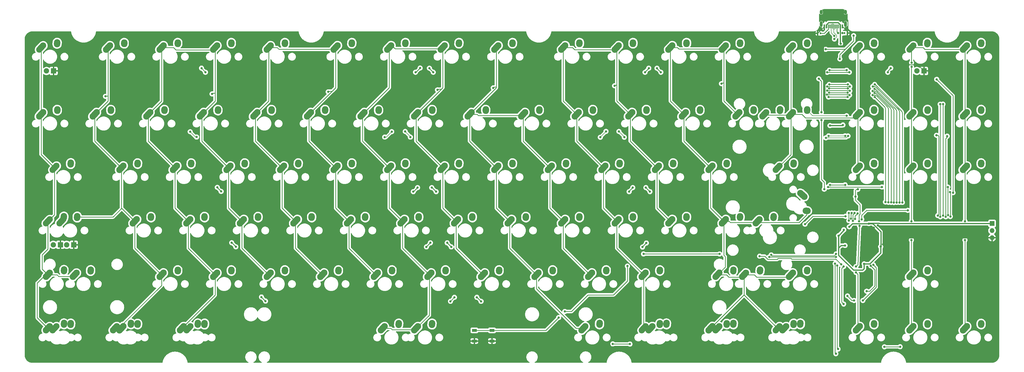
<source format=gtl>
%TF.GenerationSoftware,KiCad,Pcbnew,5.99.0-1.20210419gite0f69ad.fc33*%
%TF.CreationDate,2021-04-20T05:27:23+03:00*%
%TF.ProjectId,UniversalTKL,556e6976-6572-4736-916c-544b4c2e6b69,rev?*%
%TF.SameCoordinates,Original*%
%TF.FileFunction,Copper,L1,Top*%
%TF.FilePolarity,Positive*%
%FSLAX46Y46*%
G04 Gerber Fmt 4.6, Leading zero omitted, Abs format (unit mm)*
G04 Created by KiCad (PCBNEW 5.99.0-1.20210419gite0f69ad.fc33) date 2021-04-20 05:27:23*
%MOMM*%
%LPD*%
G01*
G04 APERTURE LIST*
G04 Aperture macros list*
%AMRoundRect*
0 Rectangle with rounded corners*
0 $1 Rounding radius*
0 $2 $3 $4 $5 $6 $7 $8 $9 X,Y pos of 4 corners*
0 Add a 4 corners polygon primitive as box body*
4,1,4,$2,$3,$4,$5,$6,$7,$8,$9,$2,$3,0*
0 Add four circle primitives for the rounded corners*
1,1,$1+$1,$2,$3*
1,1,$1+$1,$4,$5*
1,1,$1+$1,$6,$7*
1,1,$1+$1,$8,$9*
0 Add four rect primitives between the rounded corners*
20,1,$1+$1,$2,$3,$4,$5,0*
20,1,$1+$1,$4,$5,$6,$7,0*
20,1,$1+$1,$6,$7,$8,$9,0*
20,1,$1+$1,$8,$9,$2,$3,0*%
%AMHorizOval*
0 Thick line with rounded ends*
0 $1 width*
0 $2 $3 position (X,Y) of the first rounded end (center of the circle)*
0 $4 $5 position (X,Y) of the second rounded end (center of the circle)*
0 Add line between two ends*
20,1,$1,$2,$3,$4,$5,0*
0 Add two circle primitives to create the rounded ends*
1,1,$1,$2,$3*
1,1,$1,$4,$5*%
G04 Aperture macros list end*
%TA.AperFunction,ComponentPad*%
%ADD10C,2.250000*%
%TD*%
%TA.AperFunction,ComponentPad*%
%ADD11HorizOval,2.250000X0.655001X0.730000X-0.655001X-0.730000X0*%
%TD*%
%TA.AperFunction,ComponentPad*%
%ADD12HorizOval,2.250000X0.020000X0.290000X-0.020000X-0.290000X0*%
%TD*%
%TA.AperFunction,ComponentPad*%
%ADD13HorizOval,2.200000X0.681998X0.731354X-0.681998X-0.731354X0*%
%TD*%
%TA.AperFunction,ComponentPad*%
%ADD14HorizOval,2.300000X0.015701X0.299589X-0.015701X-0.299589X0*%
%TD*%
%TA.AperFunction,SMDPad,CuDef*%
%ADD15R,1.700000X1.000000*%
%TD*%
%TA.AperFunction,ComponentPad*%
%ADD16HorizOval,2.300000X0.681998X0.731354X-0.681998X-0.731354X0*%
%TD*%
%TA.AperFunction,ComponentPad*%
%ADD17HorizOval,2.300000X0.008725X0.249848X-0.008725X-0.249848X0*%
%TD*%
%TA.AperFunction,ComponentPad*%
%ADD18HorizOval,2.300000X0.647898X0.694786X-0.647898X-0.694786X0*%
%TD*%
%TA.AperFunction,SMDPad,CuDef*%
%ADD19R,0.600000X1.450000*%
%TD*%
%TA.AperFunction,SMDPad,CuDef*%
%ADD20R,0.300000X1.450000*%
%TD*%
%TA.AperFunction,ComponentPad*%
%ADD21O,1.000000X2.100000*%
%TD*%
%TA.AperFunction,ComponentPad*%
%ADD22O,1.000000X1.600000*%
%TD*%
%TA.AperFunction,ComponentPad*%
%ADD23C,1.905000*%
%TD*%
%TA.AperFunction,ComponentPad*%
%ADD24R,1.905000X1.905000*%
%TD*%
%TA.AperFunction,SMDPad,CuDef*%
%ADD25RoundRect,0.135000X-0.135000X-0.185000X0.135000X-0.185000X0.135000X0.185000X-0.135000X0.185000X0*%
%TD*%
%TA.AperFunction,ComponentPad*%
%ADD26R,1.700000X1.700000*%
%TD*%
%TA.AperFunction,ComponentPad*%
%ADD27O,1.700000X1.700000*%
%TD*%
%TA.AperFunction,SMDPad,CuDef*%
%ADD28RoundRect,0.135000X0.135000X0.185000X-0.135000X0.185000X-0.135000X-0.185000X0.135000X-0.185000X0*%
%TD*%
%TA.AperFunction,ComponentPad*%
%ADD29HorizOval,2.300000X0.299589X-0.015701X-0.299589X0.015701X0*%
%TD*%
%TA.AperFunction,ComponentPad*%
%ADD30HorizOval,2.300000X0.705988X-0.635674X-0.705988X0.635674X0*%
%TD*%
%TA.AperFunction,ViaPad*%
%ADD31C,0.800000*%
%TD*%
%TA.AperFunction,Conductor*%
%ADD32C,0.250000*%
%TD*%
%TA.AperFunction,Conductor*%
%ADD33C,0.400000*%
%TD*%
%TA.AperFunction,Conductor*%
%ADD34C,0.200000*%
%TD*%
G04 APERTURE END LIST*
D10*
%TO.P,MX78,1,COL*%
%TO.N,col6*%
X276900000Y-119825000D03*
D11*
X276245001Y-120555000D03*
D12*
%TO.P,MX78,2,ROW*%
%TO.N,Net-(D33-Pad2)*%
X281920000Y-119035000D03*
D10*
X281940000Y-118745000D03*
%TD*%
D13*
%TO.P,MX86,1,COL*%
%TO.N,col6*%
X297681250Y-139625000D03*
D14*
%TO.P,MX86,2,ROW*%
%TO.N,Net-(D37-Pad2)*%
X303381250Y-138075000D03*
%TD*%
D13*
%TO.P,MX67,1,COL*%
%TO.N,col5*%
X250056250Y-139625000D03*
D14*
%TO.P,MX67,2,ROW*%
%TO.N,Net-(D29-Pad2)*%
X255756250Y-138075000D03*
%TD*%
D13*
%TO.P,MX23,1,COL*%
%TO.N,col1*%
X88131250Y-139625000D03*
D14*
%TO.P,MX23,2,ROW*%
%TO.N,Net-(D12-Pad1)*%
X93831250Y-138075000D03*
%TD*%
D13*
%TO.P,MX9,1,COL*%
%TO.N,col0*%
X40506250Y-139625000D03*
D14*
%TO.P,MX9,2,ROW*%
%TO.N,Net-(D1-Pad1)*%
X46206250Y-138075000D03*
%TD*%
D13*
%TO.P,MX90,1,COL*%
%TO.N,col7*%
X297681250Y-82475000D03*
D14*
%TO.P,MX90,2,ROW*%
%TO.N,Net-(D38-Pad2)*%
X303381250Y-80925000D03*
%TD*%
D15*
%TO.P,J1,1,Pin_1*%
%TO.N,GND*%
X196090000Y-144130000D03*
X189790000Y-144130000D03*
%TO.P,J1,2,Pin_2*%
%TO.N,Net-(J1-Pad2)*%
X196090000Y-140330000D03*
X189790000Y-140330000D03*
%TD*%
D13*
%TO.P,MX6,1,COL*%
%TO.N,col0*%
X40506250Y-82475000D03*
D14*
%TO.P,MX6,2,ROW*%
%TO.N,Net-(D4-Pad1)*%
X46206250Y-80925000D03*
%TD*%
D16*
%TO.P,MX14,1,COL*%
%TO.N,col0*%
X69031250Y-101525000D03*
D17*
%TO.P,MX14,2,ROW*%
%TO.N,Net-(D5-Pad2)*%
X74781250Y-99975000D03*
%TD*%
D16*
%TO.P,MX62,1,COL*%
%TO.N,col5*%
X221431250Y-39612500D03*
D17*
%TO.P,MX62,2,ROW*%
%TO.N,Net-(D28-Pad2)*%
X227181250Y-38062500D03*
%TD*%
D18*
%TO.P,MX60,1,COL*%
%TO.N,col4*%
X228625000Y-139625000D03*
D14*
%TO.P,MX60,2,ROW*%
%TO.N,Net-(D29-Pad1)*%
X234325000Y-138025000D03*
%TD*%
D16*
%TO.P,MX94,1,COL*%
%TO.N,col7*%
X326206250Y-139625000D03*
D17*
%TO.P,MX94,2,ROW*%
%TO.N,Net-(D44-Pad1)*%
X331956250Y-138075000D03*
%TD*%
D16*
%TO.P,MX75,1,COL*%
%TO.N,col6*%
X264293750Y-63425000D03*
D17*
%TO.P,MX75,2,ROW*%
%TO.N,Net-(D35-Pad1)*%
X270043750Y-61875000D03*
%TD*%
D16*
%TO.P,MX85,1,COL*%
%TO.N,col6*%
X302393750Y-120575000D03*
D17*
%TO.P,MX85,2,ROW*%
%TO.N,Net-(D40-Pad1)*%
X308143750Y-119025000D03*
%TD*%
D16*
%TO.P,MX49,1,COL*%
%TO.N,col3*%
X183331250Y-101525000D03*
D17*
%TO.P,MX49,2,ROW*%
%TO.N,Net-(D22-Pad2)*%
X189081250Y-99975000D03*
%TD*%
D16*
%TO.P,MX27,1,COL*%
%TO.N,col1*%
X107131250Y-101525000D03*
D17*
%TO.P,MX27,2,ROW*%
%TO.N,Net-(D10-Pad2)*%
X112881250Y-99975000D03*
%TD*%
D16*
%TO.P,MX15,1,COL*%
%TO.N,col0*%
X78556250Y-120575000D03*
D17*
%TO.P,MX15,2,ROW*%
%TO.N,Net-(D6-Pad2)*%
X84306250Y-119025000D03*
%TD*%
D16*
%TO.P,MX74,1,COL*%
%TO.N,col6*%
X259531250Y-39612500D03*
D17*
%TO.P,MX74,2,ROW*%
%TO.N,Net-(D34-Pad2)*%
X265281250Y-38062500D03*
%TD*%
D16*
%TO.P,MX16,1,COL*%
%TO.N,col0*%
X64268750Y-139625000D03*
D17*
%TO.P,MX16,2,ROW*%
%TO.N,Net-(D1-Pad2)*%
X70018750Y-138075000D03*
%TD*%
D18*
%TO.P,MX2,1,COL*%
%TO.N,col0*%
X38125000Y-120575000D03*
D14*
%TO.P,MX2,2,ROW*%
%TO.N,Net-(D6-Pad1)*%
X43825000Y-118975000D03*
%TD*%
D18*
%TO.P,MX72,1,COL*%
%TO.N,col6*%
X285775000Y-120525000D03*
D14*
%TO.P,MX72,2,ROW*%
%TO.N,Net-(D33-Pad2)*%
X291425000Y-119025000D03*
%TD*%
D16*
%TO.P,MX20,1,COL*%
%TO.N,col1*%
X83318750Y-82475000D03*
D17*
%TO.P,MX20,2,ROW*%
%TO.N,Net-(D9-Pad1)*%
X89068750Y-80925000D03*
%TD*%
D16*
%TO.P,MX33,1,COL*%
%TO.N,col2*%
X135706250Y-120575000D03*
D17*
%TO.P,MX33,2,ROW*%
%TO.N,Net-(D17-Pad1)*%
X141456250Y-119025000D03*
%TD*%
D16*
%TO.P,MX48,1,COL*%
%TO.N,col3*%
X178568750Y-82475000D03*
D17*
%TO.P,MX48,2,ROW*%
%TO.N,Net-(D21-Pad2)*%
X184318750Y-80925000D03*
%TD*%
D16*
%TO.P,MX31,1,COL*%
%TO.N,col2*%
X121418750Y-82475000D03*
D17*
%TO.P,MX31,2,ROW*%
%TO.N,Net-(D15-Pad1)*%
X127168750Y-80925000D03*
%TD*%
D18*
%TO.P,MX45,1,COL*%
%TO.N,col3*%
X169093750Y-139625000D03*
D14*
%TO.P,MX45,2,ROW*%
%TO.N,Net-(D12-Pad2)*%
X174743750Y-138075000D03*
%TD*%
D19*
%TO.P,USB1,1,GND*%
%TO.N,GND*%
X320725000Y-32107500D03*
%TO.P,USB1,2,VBUS*%
%TO.N,VCC*%
X319950000Y-32107500D03*
D20*
%TO.P,USB1,3,SBU2*%
%TO.N,unconnected-(USB1-Pad3)*%
X319250000Y-32107500D03*
%TO.P,USB1,4,CC1*%
%TO.N,Net-(R_USB2-Pad2)*%
X318750000Y-32107500D03*
%TO.P,USB1,5,DN2*%
%TO.N,D-*%
X318250000Y-32107500D03*
%TO.P,USB1,6,DP1*%
%TO.N,D+*%
X317750000Y-32107500D03*
%TO.P,USB1,7,DN1*%
%TO.N,D-*%
X317250000Y-32107500D03*
%TO.P,USB1,8,DP2*%
%TO.N,D+*%
X316750000Y-32107500D03*
%TO.P,USB1,9,SBU1*%
%TO.N,unconnected-(USB1-Pad9)*%
X316250000Y-32107500D03*
%TO.P,USB1,10,CC2*%
%TO.N,Net-(R_USB1-Pad2)*%
X315750000Y-32107500D03*
D19*
%TO.P,USB1,11,VBUS*%
%TO.N,VCC*%
X315050000Y-32107500D03*
%TO.P,USB1,12,GND*%
%TO.N,GND*%
X314275000Y-32107500D03*
D21*
%TO.P,USB1,13,SHIELD*%
%TO.N,unconnected-(USB1-Pad13)*%
X321820000Y-31192500D03*
D22*
X321820000Y-27012500D03*
X313180000Y-27012500D03*
D21*
X313180000Y-31192500D03*
%TD*%
D18*
%TO.P,MX73,1,COL*%
%TO.N,col6*%
X276250000Y-139625000D03*
D14*
%TO.P,MX73,2,ROW*%
%TO.N,Net-(D37-Pad1)*%
X281950000Y-138025000D03*
%TD*%
D18*
%TO.P,MX84,1,COL*%
%TO.N,col6*%
X290537500Y-101525000D03*
D14*
%TO.P,MX84,2,ROW*%
%TO.N,Net-(D36-Pad2)*%
X296237500Y-99975000D03*
%TD*%
D16*
%TO.P,MX91,1,COL*%
%TO.N,col7*%
X326206250Y-39612500D03*
D17*
%TO.P,MX91,2,ROW*%
%TO.N,Net-(D42-Pad1)*%
X331956250Y-38062500D03*
%TD*%
D16*
%TO.P,MX11,1,COL*%
%TO.N,col0*%
X59506250Y-39612500D03*
D17*
%TO.P,MX11,2,ROW*%
%TO.N,Net-(D2-Pad2)*%
X65256250Y-38062500D03*
%TD*%
D16*
%TO.P,MX22,1,COL*%
%TO.N,col1*%
X97606250Y-120575000D03*
D17*
%TO.P,MX22,2,ROW*%
%TO.N,Net-(D11-Pad1)*%
X103356250Y-119025000D03*
%TD*%
D16*
%TO.P,MX51,1,COL*%
%TO.N,col4*%
X197618750Y-39612500D03*
D17*
%TO.P,MX51,2,ROW*%
%TO.N,Net-(D28-Pad1)*%
X203368750Y-38062500D03*
%TD*%
D18*
%TO.P,MX3,1,COL*%
%TO.N,col0*%
X38125000Y-139625000D03*
D14*
%TO.P,MX3,2,ROW*%
%TO.N,Net-(D1-Pad1)*%
X43825000Y-138025000D03*
%TD*%
D16*
%TO.P,MX54,1,COL*%
%TO.N,col4*%
X202381250Y-101525000D03*
D17*
%TO.P,MX54,2,ROW*%
%TO.N,Net-(D26-Pad1)*%
X208131250Y-99975000D03*
%TD*%
D16*
%TO.P,MX43,1,COL*%
%TO.N,col3*%
X164281250Y-101525000D03*
D17*
%TO.P,MX43,2,ROW*%
%TO.N,Net-(D22-Pad1)*%
X170031250Y-99975000D03*
%TD*%
D16*
%TO.P,MX30,1,COL*%
%TO.N,col2*%
X111893750Y-63425000D03*
D17*
%TO.P,MX30,2,ROW*%
%TO.N,Net-(D14-Pad1)*%
X117643750Y-61875000D03*
%TD*%
D16*
%TO.P,MX65,1,COL*%
%TO.N,col5*%
X240481250Y-101525000D03*
D17*
%TO.P,MX65,2,ROW*%
%TO.N,Net-(D32-Pad1)*%
X246231250Y-99975000D03*
%TD*%
D16*
%TO.P,MX35,1,COL*%
%TO.N,col2*%
X130943750Y-63425000D03*
D17*
%TO.P,MX35,2,ROW*%
%TO.N,Net-(D14-Pad2)*%
X136693750Y-61875000D03*
%TD*%
D16*
%TO.P,MX79,1,COL*%
%TO.N,col6*%
X273818750Y-139625000D03*
D17*
%TO.P,MX79,2,ROW*%
%TO.N,Net-(D37-Pad1)*%
X279568750Y-138075000D03*
%TD*%
D16*
%TO.P,MX102,1,COL*%
%TO.N,col8*%
X364306250Y-82475000D03*
D17*
%TO.P,MX102,2,ROW*%
%TO.N,Net-(D47-Pad2)*%
X370056250Y-80925000D03*
%TD*%
D18*
%TO.P,MX10,1,COL*%
%TO.N,col0*%
X61937500Y-139625000D03*
D14*
%TO.P,MX10,2,ROW*%
%TO.N,Net-(D1-Pad2)*%
X67637500Y-138025000D03*
%TD*%
D13*
%TO.P,MX95,1,COL*%
%TO.N,col8*%
X345306250Y-39612500D03*
D14*
%TO.P,MX95,2,ROW*%
%TO.N,Net-(D42-Pad2)*%
X350956250Y-38062500D03*
D23*
%TO.P,MX95,3,LED*%
%TO.N,scroll*%
X347186250Y-47942500D03*
D24*
%TO.P,MX95,4,LEDGND*%
%TO.N,GND*%
X349726250Y-47942500D03*
%TD*%
D18*
%TO.P,MX89,1,COL*%
%TO.N,col7*%
X292918750Y-63425000D03*
D14*
%TO.P,MX89,2,ROW*%
%TO.N,Net-(D41-Pad1)*%
X298568750Y-61875000D03*
%TD*%
D16*
%TO.P,MX25,1,COL*%
%TO.N,col1*%
X92843750Y-63425000D03*
D17*
%TO.P,MX25,2,ROW*%
%TO.N,Net-(D8-Pad2)*%
X98593750Y-61875000D03*
%TD*%
D16*
%TO.P,MX82,1,COL*%
%TO.N,col6*%
X278581250Y-39612500D03*
D17*
%TO.P,MX82,2,ROW*%
%TO.N,Net-(D39-Pad1)*%
X284331250Y-38062500D03*
%TD*%
D16*
%TO.P,MX18,1,COL*%
%TO.N,col1*%
X78556250Y-39612500D03*
D17*
%TO.P,MX18,2,ROW*%
%TO.N,Net-(D7-Pad1)*%
X84306250Y-38062500D03*
%TD*%
D16*
%TO.P,MX68,1,COL*%
%TO.N,col5*%
X240481250Y-39612500D03*
D17*
%TO.P,MX68,2,ROW*%
%TO.N,Net-(D34-Pad1)*%
X246231250Y-38062500D03*
%TD*%
D16*
%TO.P,MX77,1,COL*%
%TO.N,col6*%
X278581250Y-101525000D03*
D17*
%TO.P,MX77,2,ROW*%
%TO.N,Net-(D36-Pad1)*%
X284331250Y-99975000D03*
%TD*%
D16*
%TO.P,MX46,1,COL*%
%TO.N,col3*%
X178568750Y-39612500D03*
D17*
%TO.P,MX46,2,ROW*%
%TO.N,Net-(D19-Pad2)*%
X184318750Y-38062500D03*
%TD*%
D16*
%TO.P,MX26,1,COL*%
%TO.N,col1*%
X102368750Y-82475000D03*
D17*
%TO.P,MX26,2,ROW*%
%TO.N,Net-(D9-Pad2)*%
X108118750Y-80925000D03*
%TD*%
D16*
%TO.P,MX19,1,COL*%
%TO.N,col1*%
X73793750Y-63425000D03*
D17*
%TO.P,MX19,2,ROW*%
%TO.N,Net-(D8-Pad1)*%
X79543750Y-61875000D03*
%TD*%
D18*
%TO.P,MX8,1,COL*%
%TO.N,col0*%
X47650000Y-120575000D03*
D14*
%TO.P,MX8,2,ROW*%
%TO.N,Net-(D6-Pad1)*%
X53300000Y-119025000D03*
%TD*%
D16*
%TO.P,MX36,1,COL*%
%TO.N,col2*%
X140468750Y-82475000D03*
D17*
%TO.P,MX36,2,ROW*%
%TO.N,Net-(D15-Pad2)*%
X146218750Y-80925000D03*
%TD*%
D16*
%TO.P,MX42,1,COL*%
%TO.N,col3*%
X159518750Y-82475000D03*
D17*
%TO.P,MX42,2,ROW*%
%TO.N,Net-(D21-Pad1)*%
X165268750Y-80925000D03*
%TD*%
D16*
%TO.P,MX83,1,COL*%
%TO.N,col6*%
X283343750Y-63425000D03*
D17*
%TO.P,MX83,2,ROW*%
%TO.N,Net-(D35-Pad2)*%
X289093750Y-61875000D03*
%TD*%
D16*
%TO.P,MX38,1,COL*%
%TO.N,col2*%
X154756250Y-120575000D03*
D17*
%TO.P,MX38,2,ROW*%
%TO.N,Net-(D17-Pad2)*%
X160506250Y-119025000D03*
%TD*%
D13*
%TO.P,MX1,1,COL*%
%TO.N,col0*%
X38125000Y-101525000D03*
D14*
%TO.P,MX1,2,ROW*%
%TO.N,Net-(D5-Pad1)*%
X43775000Y-99975000D03*
D23*
%TO.P,MX1,3,LED*%
%TO.N,CAPS*%
X40005000Y-109855000D03*
D24*
%TO.P,MX1,4,LEDGND*%
%TO.N,GND*%
X42545000Y-109855000D03*
%TD*%
D16*
%TO.P,MX29,1,COL*%
%TO.N,col2*%
X116656250Y-39612500D03*
D17*
%TO.P,MX29,2,ROW*%
%TO.N,Net-(D13-Pad1)*%
X122406250Y-38062500D03*
%TD*%
D25*
%TO.P,R_USB1,1*%
%TO.N,GND*%
X311920000Y-34540000D03*
%TO.P,R_USB1,2*%
%TO.N,Net-(R_USB1-Pad2)*%
X312940000Y-34540000D03*
%TD*%
D16*
%TO.P,MX34,1,COL*%
%TO.N,col2*%
X140468750Y-39612500D03*
D17*
%TO.P,MX34,2,ROW*%
%TO.N,Net-(D13-Pad2)*%
X146218750Y-38062500D03*
%TD*%
D16*
%TO.P,MX100,1,COL*%
%TO.N,col8*%
X364306250Y-39612500D03*
D17*
%TO.P,MX100,2,ROW*%
%TO.N,Net-(D46-Pad2)*%
X370056250Y-38062500D03*
%TD*%
D16*
%TO.P,MX64,1,COL*%
%TO.N,col5*%
X235718750Y-82475000D03*
D17*
%TO.P,MX64,2,ROW*%
%TO.N,Net-(D31-Pad1)*%
X241468750Y-80925000D03*
%TD*%
D13*
%TO.P,MX7,1,COL*%
%TO.N,col0*%
X42887500Y-101525000D03*
D14*
%TO.P,MX7,2,ROW*%
%TO.N,Net-(D5-Pad1)*%
X48537500Y-99975000D03*
D23*
%TO.P,MX7,3,LED*%
%TO.N,CAPS*%
X44767500Y-109855000D03*
D24*
%TO.P,MX7,4,LEDGND*%
%TO.N,GND*%
X47307500Y-109855000D03*
%TD*%
D16*
%TO.P,MX28,1,COL*%
%TO.N,col1*%
X116656250Y-120575000D03*
D17*
%TO.P,MX28,2,ROW*%
%TO.N,Net-(D11-Pad2)*%
X122406250Y-119025000D03*
%TD*%
D16*
%TO.P,MX57,1,COL*%
%TO.N,col4*%
X216668750Y-82475000D03*
D17*
%TO.P,MX57,2,ROW*%
%TO.N,Net-(D25-Pad2)*%
X222418750Y-80925000D03*
%TD*%
D18*
%TO.P,MX61,1,COL*%
%TO.N,col5*%
X252437500Y-139625000D03*
D14*
%TO.P,MX61,2,ROW*%
%TO.N,Net-(D29-Pad2)*%
X258137500Y-138025000D03*
%TD*%
D16*
%TO.P,MX32,1,COL*%
%TO.N,col2*%
X126181250Y-101525000D03*
D17*
%TO.P,MX32,2,ROW*%
%TO.N,Net-(D16-Pad1)*%
X131931250Y-99975000D03*
%TD*%
D26*
%TO.P,J2,1,Pin_1*%
%TO.N,+5V*%
X373960000Y-102265000D03*
D27*
%TO.P,J2,2,Pin_2*%
%TO.N,rgbout*%
X373960000Y-104805000D03*
%TO.P,J2,3,Pin_3*%
%TO.N,GND*%
X373960000Y-107345000D03*
%TD*%
D16*
%TO.P,MX5,1,COL*%
%TO.N,col0*%
X35693750Y-63425000D03*
D17*
%TO.P,MX5,2,ROW*%
%TO.N,Net-(D3-Pad1)*%
X41443750Y-61875000D03*
%TD*%
D16*
%TO.P,MX12,1,COL*%
%TO.N,col0*%
X54743750Y-63425000D03*
D17*
%TO.P,MX12,2,ROW*%
%TO.N,Net-(D3-Pad2)*%
X60493750Y-61875000D03*
%TD*%
D18*
%TO.P,MX39,1,COL*%
%TO.N,col3*%
X157187500Y-139625000D03*
D14*
%TO.P,MX39,2,ROW*%
%TO.N,Net-(D12-Pad2)*%
X162887500Y-138075000D03*
%TD*%
D16*
%TO.P,MX50,1,COL*%
%TO.N,col3*%
X192856250Y-120575000D03*
D17*
%TO.P,MX50,2,ROW*%
%TO.N,Net-(D23-Pad2)*%
X198606250Y-119025000D03*
%TD*%
D18*
%TO.P,MX17,1,COL*%
%TO.N,col1*%
X85750000Y-139625000D03*
D14*
%TO.P,MX17,2,ROW*%
%TO.N,Net-(D12-Pad1)*%
X91450000Y-138025000D03*
%TD*%
D18*
%TO.P,MX81,1,COL*%
%TO.N,col6*%
X300062500Y-139625000D03*
D14*
%TO.P,MX81,2,ROW*%
%TO.N,Net-(D37-Pad2)*%
X305762500Y-138025000D03*
%TD*%
D16*
%TO.P,MX97,1,COL*%
%TO.N,col8*%
X345256250Y-82475000D03*
D17*
%TO.P,MX97,2,ROW*%
%TO.N,Net-(D43-Pad2)*%
X351006250Y-80925000D03*
%TD*%
D16*
%TO.P,MX21,1,COL*%
%TO.N,col1*%
X88081250Y-101525000D03*
D17*
%TO.P,MX21,2,ROW*%
%TO.N,Net-(D10-Pad1)*%
X93831250Y-99975000D03*
%TD*%
D16*
%TO.P,MX53,1,COL*%
%TO.N,col4*%
X197618750Y-82475000D03*
D17*
%TO.P,MX53,2,ROW*%
%TO.N,Net-(D25-Pad1)*%
X203368750Y-80925000D03*
%TD*%
D16*
%TO.P,MX44,1,COL*%
%TO.N,col3*%
X173806250Y-120575000D03*
D17*
%TO.P,MX44,2,ROW*%
%TO.N,Net-(D23-Pad1)*%
X179556250Y-119025000D03*
%TD*%
D16*
%TO.P,MX24,1,COL*%
%TO.N,col1*%
X97606250Y-39612500D03*
D17*
%TO.P,MX24,2,ROW*%
%TO.N,Net-(D7-Pad2)*%
X103356250Y-38062500D03*
%TD*%
D16*
%TO.P,MX66,1,COL*%
%TO.N,col5*%
X250006250Y-120575000D03*
D17*
%TO.P,MX66,2,ROW*%
%TO.N,Net-(D33-Pad1)*%
X255756250Y-119025000D03*
%TD*%
D16*
%TO.P,MX37,1,COL*%
%TO.N,col2*%
X145231250Y-101525000D03*
D17*
%TO.P,MX37,2,ROW*%
%TO.N,Net-(D16-Pad2)*%
X150981250Y-99975000D03*
%TD*%
D16*
%TO.P,MX52,1,COL*%
%TO.N,col4*%
X188093750Y-63425000D03*
D17*
%TO.P,MX52,2,ROW*%
%TO.N,Net-(D24-Pad1)*%
X193843750Y-61875000D03*
%TD*%
D13*
%TO.P,MX4,1,COL*%
%TO.N,col0*%
X35743750Y-39612500D03*
D14*
%TO.P,MX4,2,ROW*%
%TO.N,Net-(D2-Pad1)*%
X41393750Y-38062500D03*
D23*
%TO.P,MX4,3,LED*%
%TO.N,layer*%
X37623750Y-47942500D03*
D24*
%TO.P,MX4,4,LEDGND*%
%TO.N,GND*%
X40163750Y-47942500D03*
%TD*%
D16*
%TO.P,MX93,1,COL*%
%TO.N,col7*%
X326206250Y-82475000D03*
D17*
%TO.P,MX93,2,ROW*%
%TO.N,Net-(D43-Pad1)*%
X331956250Y-80925000D03*
%TD*%
D16*
%TO.P,MX96,1,COL*%
%TO.N,col8*%
X345256250Y-63425000D03*
D17*
%TO.P,MX96,2,ROW*%
%TO.N,Net-(D45-Pad1)*%
X351006250Y-61875000D03*
%TD*%
D28*
%TO.P,R_USB2,1*%
%TO.N,GND*%
X322490000Y-34480000D03*
%TO.P,R_USB2,2*%
%TO.N,Net-(R_USB2-Pad2)*%
X321470000Y-34480000D03*
%TD*%
D29*
%TO.P,MX80,1,COL*%
%TO.N,col6*%
X308012500Y-97750000D03*
D30*
%TO.P,MX80,2,ROW*%
%TO.N,Net-(D36-Pad2)*%
X306462500Y-92100000D03*
%TD*%
D16*
%TO.P,MX92,1,COL*%
%TO.N,col7*%
X326206250Y-63425000D03*
D17*
%TO.P,MX92,2,ROW*%
%TO.N,Net-(D41-Pad2)*%
X331956250Y-61875000D03*
%TD*%
D16*
%TO.P,MX71,1,COL*%
%TO.N,col5*%
X259531250Y-101525000D03*
D17*
%TO.P,MX71,2,ROW*%
%TO.N,Net-(D32-Pad2)*%
X265281250Y-99975000D03*
%TD*%
D16*
%TO.P,MX70,1,COL*%
%TO.N,col5*%
X254768750Y-82475000D03*
D17*
%TO.P,MX70,2,ROW*%
%TO.N,Net-(D31-Pad2)*%
X260518750Y-80925000D03*
%TD*%
D16*
%TO.P,MX103,1,COL*%
%TO.N,col8*%
X364306250Y-139625000D03*
D17*
%TO.P,MX103,2,ROW*%
%TO.N,Net-(D48-Pad2)*%
X370056250Y-138075000D03*
%TD*%
D16*
%TO.P,MX56,1,COL*%
%TO.N,col4*%
X207143750Y-63425000D03*
D17*
%TO.P,MX56,2,ROW*%
%TO.N,Net-(D24-Pad2)*%
X212893750Y-61875000D03*
%TD*%
D16*
%TO.P,MX88,1,COL*%
%TO.N,col7*%
X302393750Y-39612500D03*
D17*
%TO.P,MX88,2,ROW*%
%TO.N,Net-(D39-Pad2)*%
X308143750Y-38062500D03*
%TD*%
D16*
%TO.P,MX40,1,COL*%
%TO.N,col3*%
X159518750Y-39612500D03*
D17*
%TO.P,MX40,2,ROW*%
%TO.N,Net-(D19-Pad1)*%
X165268750Y-38062500D03*
%TD*%
D16*
%TO.P,MX99,1,COL*%
%TO.N,col8*%
X345256250Y-139625000D03*
D17*
%TO.P,MX99,2,ROW*%
%TO.N,Net-(D44-Pad2)*%
X351006250Y-138075000D03*
%TD*%
D16*
%TO.P,MX87,1,COL*%
%TO.N,col7*%
X302393750Y-63425000D03*
D17*
%TO.P,MX87,2,ROW*%
%TO.N,Net-(D41-Pad1)*%
X308143750Y-61875000D03*
%TD*%
D16*
%TO.P,MX59,1,COL*%
%TO.N,col4*%
X230956250Y-120575000D03*
D17*
%TO.P,MX59,2,ROW*%
%TO.N,Net-(D27-Pad2)*%
X236706250Y-119025000D03*
%TD*%
D16*
%TO.P,MX58,1,COL*%
%TO.N,col4*%
X221431250Y-101525000D03*
D17*
%TO.P,MX58,2,ROW*%
%TO.N,Net-(D26-Pad2)*%
X227181250Y-99975000D03*
%TD*%
D16*
%TO.P,MX13,1,COL*%
%TO.N,col0*%
X64268750Y-82475000D03*
D17*
%TO.P,MX13,2,ROW*%
%TO.N,Net-(D4-Pad2)*%
X70018750Y-80925000D03*
%TD*%
D16*
%TO.P,MX98,1,COL*%
%TO.N,col8*%
X345256250Y-120575000D03*
D17*
%TO.P,MX98,2,ROW*%
%TO.N,Net-(D40-Pad2)*%
X351006250Y-119025000D03*
%TD*%
D16*
%TO.P,MX63,1,COL*%
%TO.N,col5*%
X226193750Y-63425000D03*
D17*
%TO.P,MX63,2,ROW*%
%TO.N,Net-(D30-Pad1)*%
X231943750Y-61875000D03*
%TD*%
D16*
%TO.P,MX76,1,COL*%
%TO.N,col6*%
X273818750Y-82475000D03*
D17*
%TO.P,MX76,2,ROW*%
%TO.N,Net-(D38-Pad1)*%
X279568750Y-80925000D03*
%TD*%
D16*
%TO.P,MX47,1,COL*%
%TO.N,col3*%
X169043750Y-63425000D03*
D17*
%TO.P,MX47,2,ROW*%
%TO.N,Net-(D20-Pad2)*%
X174793750Y-61875000D03*
%TD*%
D16*
%TO.P,MX101,1,COL*%
%TO.N,col8*%
X364306250Y-63425000D03*
D17*
%TO.P,MX101,2,ROW*%
%TO.N,Net-(D45-Pad2)*%
X370056250Y-61875000D03*
%TD*%
D16*
%TO.P,MX55,1,COL*%
%TO.N,col4*%
X211906250Y-120575000D03*
D17*
%TO.P,MX55,2,ROW*%
%TO.N,Net-(D27-Pad1)*%
X217656250Y-119025000D03*
%TD*%
D16*
%TO.P,MX41,1,COL*%
%TO.N,col3*%
X149993750Y-63425000D03*
D17*
%TO.P,MX41,2,ROW*%
%TO.N,Net-(D20-Pad1)*%
X155743750Y-61875000D03*
%TD*%
D16*
%TO.P,MX69,1,COL*%
%TO.N,col5*%
X245243750Y-63425000D03*
D17*
%TO.P,MX69,2,ROW*%
%TO.N,Net-(D30-Pad2)*%
X250993750Y-61875000D03*
%TD*%
D31*
%TO.N,rgbin*%
X321170000Y-130960000D03*
X321170000Y-117590000D03*
%TO.N,lock*%
X320273700Y-116853700D03*
X277030000Y-113120000D03*
X291270000Y-113905980D03*
X249980000Y-113110000D03*
%TO.N,GND*%
X323190000Y-94630000D03*
X349110000Y-93810000D03*
X270430000Y-112150000D03*
%TO.N,lock3*%
X313280000Y-65460000D03*
X313240000Y-62640000D03*
X312330000Y-50700000D03*
X314270000Y-90060000D03*
%TO.N,lock2*%
X343980000Y-97590000D03*
X360061269Y-91298173D03*
X354260000Y-50930000D03*
X327610000Y-100790000D03*
%TO.N,row11*%
X319160000Y-146990000D03*
X318858782Y-117244019D03*
%TO.N,row10*%
X318400000Y-148640000D03*
X318130000Y-116560000D03*
%TO.N,row6*%
X318470000Y-113130000D03*
X295406518Y-113468201D03*
%TO.N,row7*%
X294712701Y-114192701D03*
X318470000Y-114200000D03*
%TO.N,row9*%
X329340000Y-126380000D03*
X330798272Y-117348889D03*
%TO.N,row8*%
X322530000Y-128070000D03*
X331740000Y-117000000D03*
X328000000Y-129690000D03*
X324870000Y-129700000D03*
%TO.N,row4*%
X359111178Y-99800081D03*
X358974500Y-91100000D03*
%TO.N,row5*%
X358270891Y-99258857D03*
X358250000Y-89310000D03*
%TO.N,row2*%
X357480000Y-99870000D03*
X357980000Y-71150000D03*
%TO.N,row0*%
X356520000Y-99450000D03*
%TO.N,row1*%
X355538121Y-99878617D03*
%TO.N,row3*%
X354640000Y-99440000D03*
X354180000Y-70850000D03*
%TO.N,GND*%
X291220000Y-69330000D03*
X343720000Y-75330000D03*
X330160000Y-94020000D03*
X333200000Y-99400000D03*
%TO.N,row0*%
X356498908Y-59755555D03*
%TO.N,row1*%
X355500000Y-59790000D03*
%TO.N,col8*%
X345310000Y-46450000D03*
X345310000Y-44995500D03*
%TO.N,col7*%
X325360000Y-92690000D03*
%TO.N,col6*%
X277690000Y-52470000D03*
X316039464Y-52741622D03*
X322670000Y-52741622D03*
X332191498Y-52729069D03*
%TO.N,col5*%
X239690000Y-53210000D03*
X323370000Y-53466122D03*
X315320757Y-53466122D03*
X331516400Y-53466122D03*
%TO.N,col4*%
X196520000Y-53970000D03*
X322626928Y-54190622D03*
X332178184Y-54331000D03*
X316010000Y-54190622D03*
%TO.N,col6*%
X342031224Y-94779861D03*
%TO.N,col5*%
X341031722Y-94780392D03*
%TO.N,col4*%
X340032223Y-94777810D03*
%TO.N,col3*%
X315272534Y-54915122D03*
X331446624Y-55055500D03*
X323366603Y-55054184D03*
X176690000Y-54680000D03*
%TO.N,col2*%
X137820000Y-55390000D03*
X332170044Y-55783463D03*
X315950000Y-55650000D03*
X322580333Y-55671263D03*
%TO.N,col1*%
X315239500Y-56395763D03*
X323288871Y-56525500D03*
X331500428Y-56525500D03*
X96500000Y-56120000D03*
%TO.N,col0*%
X322600000Y-57250000D03*
X58600000Y-56980000D03*
X332240000Y-57250000D03*
X315790000Y-57230000D03*
%TO.N,col3*%
X326110000Y-98710000D03*
X339032801Y-94790517D03*
X325207874Y-100638454D03*
%TO.N,col2*%
X325045491Y-98546350D03*
X324459000Y-101300416D03*
X338034113Y-94750163D03*
%TO.N,col1*%
X323734500Y-100570000D03*
X324046384Y-98518215D03*
X337035398Y-94710491D03*
%TO.N,col0*%
X336040000Y-94620000D03*
X323010000Y-98530000D03*
X323010000Y-101260000D03*
%TO.N,Net-(J1-Pad2)*%
X221970000Y-133610000D03*
X244260000Y-117430000D03*
X219810000Y-135750000D03*
X307420000Y-102510000D03*
%TO.N,GND*%
X325210000Y-149040000D03*
X353230000Y-148220000D03*
X317480000Y-28690000D03*
X323800000Y-34170000D03*
X200820000Y-147090000D03*
X246210000Y-140920000D03*
X225830000Y-150020000D03*
X215560000Y-147540000D03*
X249450000Y-146730000D03*
X248680000Y-149140000D03*
X234740000Y-149100000D03*
X293860000Y-140960000D03*
X291550000Y-149350000D03*
X287040000Y-140450000D03*
X348330000Y-75430000D03*
X333100000Y-45800000D03*
X314640000Y-36960000D03*
X305910000Y-36230000D03*
X297390000Y-43720000D03*
X271220000Y-44600000D03*
X228420000Y-45540000D03*
X191860000Y-43200000D03*
X153010000Y-42120000D03*
X110810000Y-40410000D03*
X87520000Y-148780000D03*
X97300000Y-147310000D03*
X129980000Y-149610000D03*
X118810000Y-149080000D03*
X109930000Y-142070000D03*
X188080000Y-150540000D03*
X172740000Y-149450000D03*
%TO.N,Net-(J1-Pad2)*%
X321790000Y-99710000D03*
%TO.N,col7*%
X326810000Y-103120000D03*
X326210000Y-90090000D03*
X326660000Y-101500000D03*
X325530500Y-117620000D03*
X325550000Y-119720000D03*
%TO.N,GND*%
X71710000Y-42590000D03*
%TO.N,col8*%
X364310000Y-101465500D03*
X364310000Y-108144500D03*
X345250000Y-108144500D03*
X345250000Y-101465500D03*
%TO.N,GND*%
X341110000Y-37350000D03*
%TO.N,+5V*%
X314769011Y-40230000D03*
X319810000Y-43660000D03*
X324720000Y-35360000D03*
%TO.N,row11*%
X341250000Y-146170000D03*
X335650000Y-146200000D03*
X245140000Y-145210000D03*
X239050000Y-145160000D03*
%TO.N,row9*%
X190690000Y-128555500D03*
X192190000Y-130004500D03*
X182710000Y-128555500D03*
X181300000Y-130004500D03*
X114080000Y-128465500D03*
X115520000Y-129914500D03*
%TO.N,row7*%
X249620000Y-110674500D03*
X180140000Y-109155500D03*
X250980000Y-109225500D03*
X181580000Y-110604500D03*
X103500000Y-109125500D03*
X104970000Y-110574500D03*
X172750000Y-110604500D03*
X174160000Y-109155500D03*
%TO.N,row5*%
X334790000Y-89270000D03*
X252260000Y-90934500D03*
X250810000Y-89485500D03*
X315609585Y-89274500D03*
X246150000Y-89485500D03*
X176210000Y-90934500D03*
X174650000Y-89485500D03*
X244860000Y-90934500D03*
X99730000Y-90844500D03*
X98370000Y-89395500D03*
X168080000Y-90934500D03*
X169600000Y-89485500D03*
%TO.N,row4*%
X321699500Y-88500000D03*
X316300500Y-88550000D03*
%TO.N,row1*%
X315290000Y-48430000D03*
X256150000Y-48404500D03*
X254770000Y-46955500D03*
X323170000Y-48394500D03*
X337910000Y-46945500D03*
X336860000Y-48394500D03*
X251850000Y-46955500D03*
X175190000Y-48404500D03*
X250520000Y-48404500D03*
X173820000Y-46955500D03*
X168870000Y-48404500D03*
X92750000Y-46945500D03*
X94150000Y-48394500D03*
X170500000Y-46900000D03*
%TO.N,row0*%
X322220000Y-47670000D03*
X316120000Y-47670000D03*
%TO.N,row3*%
X322724008Y-71094765D03*
X314850000Y-71759500D03*
X241220000Y-69490000D03*
X243140000Y-71549500D03*
X165210000Y-69490000D03*
X167040000Y-71489500D03*
X234610000Y-71549500D03*
X236630000Y-69470000D03*
X91010000Y-71479500D03*
X88720000Y-69580000D03*
X160420000Y-69560000D03*
X157910000Y-71489500D03*
%TO.N,row2*%
X321699500Y-71060000D03*
X315810000Y-71060000D03*
%TO.N,Net-(D41-Pad1)*%
X322200000Y-63890000D03*
%TO.N,+5V*%
X323160000Y-103450000D03*
X330100000Y-102310000D03*
X328450000Y-116650000D03*
X319350000Y-106620000D03*
X334340000Y-110510000D03*
X321215802Y-104511190D03*
X321650000Y-110110000D03*
X320900000Y-67180000D03*
X316300500Y-67390000D03*
%TO.N,GND*%
X335219500Y-109680000D03*
X318699500Y-62590000D03*
X316420000Y-43890000D03*
X333330000Y-102930000D03*
X321920000Y-105630000D03*
X331857916Y-103805694D03*
%TO.N,D-*%
X317870000Y-36570000D03*
%TO.N,D+*%
X317865371Y-35444629D03*
%TO.N,VCC*%
X320090000Y-38210000D03*
%TO.N,Net-(R_USB2-Pad2)*%
X320749500Y-34470000D03*
X319150500Y-34430000D03*
%TD*%
D32*
%TO.N,col3*%
X338739908Y-61281050D02*
G75*
G02*
X339032801Y-61988157I-707106J-707106D01*
G01*
%TO.N,col1*%
X332173552Y-56525490D02*
G75*
G02*
X332880658Y-56818383I3J-999993D01*
G01*
X336742505Y-60680228D02*
G75*
G02*
X337035398Y-61387335I-707106J-707106D01*
G01*
%TO.N,col5*%
X341031721Y-62526475D02*
G75*
G03*
X340738828Y-61819369I-999993J3D01*
G01*
%TO.N,col6*%
X341738331Y-62183152D02*
G75*
G02*
X342031224Y-62890259I-707106J-707106D01*
G01*
%TO.N,col0*%
X335747107Y-60757107D02*
G75*
G02*
X336040000Y-61464214I-707106J-707106D01*
G01*
%TO.N,col3*%
X332807251Y-55348393D02*
G75*
G03*
X332100144Y-55055500I-707106J-707106D01*
G01*
%TO.N,col2*%
X338034112Y-61750332D02*
G75*
G03*
X337741219Y-61043226I-999993J3D01*
G01*
%TO.N,col4*%
X339739330Y-61644754D02*
G75*
G02*
X340032223Y-62351861I-707106J-707106D01*
G01*
%TO.N,col5*%
X332678476Y-53759015D02*
G75*
G03*
X331971369Y-53466122I-707106J-707106D01*
G01*
%TO.N,rgbin*%
X320500000Y-130290000D02*
X321170000Y-130960000D01*
X320500000Y-118260000D02*
X320500000Y-130290000D01*
X321170000Y-117590000D02*
X320500000Y-118260000D01*
%TO.N,lock*%
X318344511Y-114924511D02*
X320273700Y-116853700D01*
X302644511Y-114924511D02*
X318344511Y-114924511D01*
X302440000Y-114720000D02*
X302644511Y-114924511D01*
X294220000Y-115050000D02*
X296750000Y-115050000D01*
X297550000Y-115050000D02*
X297880000Y-114720000D01*
X296750000Y-115050000D02*
X297550000Y-115050000D01*
X297880000Y-114720000D02*
X302440000Y-114720000D01*
X249980000Y-113110000D02*
X277020000Y-113110000D01*
X277020000Y-113110000D02*
X277030000Y-113120000D01*
X293075980Y-113905980D02*
X294220000Y-115050000D01*
X291270000Y-113905980D02*
X293075980Y-113905980D01*
%TO.N,lock3*%
X313280000Y-86590000D02*
X313280000Y-65460000D01*
X314270000Y-87580000D02*
X313280000Y-86590000D01*
X313240000Y-62640000D02*
X313240000Y-51610000D01*
X313240000Y-51610000D02*
X312330000Y-50700000D01*
X314270000Y-90060000D02*
X314270000Y-87580000D01*
%TO.N,lock2*%
X360061269Y-91298173D02*
X360061269Y-56731269D01*
X329340000Y-97590000D02*
X343980000Y-97590000D01*
X360061269Y-56731269D02*
X354260000Y-50930000D01*
X327610000Y-99320000D02*
X329340000Y-97590000D01*
X327610000Y-100790000D02*
X327610000Y-99320000D01*
%TO.N,row11*%
X318858782Y-146688782D02*
X319160000Y-146990000D01*
X318858782Y-117244019D02*
X318858782Y-146688782D01*
%TO.N,row10*%
X318130000Y-148370000D02*
X318400000Y-148640000D01*
X318130000Y-116560000D02*
X318130000Y-148370000D01*
%TO.N,row6*%
X317856819Y-113743181D02*
X318470000Y-113130000D01*
X299930000Y-113743181D02*
X317856819Y-113743181D01*
X295681498Y-113743181D02*
X299930000Y-113743181D01*
X295658317Y-113720000D02*
X295681498Y-113743181D01*
X295406518Y-113468201D02*
X295658317Y-113720000D01*
%TO.N,row7*%
X294712701Y-114192701D02*
X318462701Y-114192701D01*
X318462701Y-114192701D02*
X318470000Y-114200000D01*
%TO.N,row9*%
X332230000Y-118780617D02*
X332230000Y-122550000D01*
X330410000Y-126380000D02*
X329340000Y-126380000D01*
X330798272Y-117348889D02*
X332230000Y-118780617D01*
X332230000Y-124560000D02*
X330410000Y-126380000D01*
X332230000Y-122550000D02*
X332230000Y-124560000D01*
%TO.N,row8*%
X322530000Y-128130000D02*
X322530000Y-128070000D01*
X332710000Y-117970000D02*
X332710000Y-124980000D01*
X324100000Y-129700000D02*
X322530000Y-128130000D01*
X331740000Y-117000000D02*
X332710000Y-117970000D01*
X332710000Y-124980000D02*
X328000000Y-129690000D01*
X324870000Y-129700000D02*
X324100000Y-129700000D01*
%TO.N,col7*%
X326210000Y-90090000D02*
X325720000Y-90090000D01*
X325720000Y-90090000D02*
X325360000Y-90450000D01*
X325360000Y-90450000D02*
X325360000Y-92690000D01*
X325360000Y-94000000D02*
X325360000Y-92690000D01*
X326660000Y-101500000D02*
X326660000Y-99280000D01*
X326660000Y-99280000D02*
X327020000Y-98920000D01*
X327020000Y-98920000D02*
X327020000Y-95660000D01*
X327020000Y-95660000D02*
X325360000Y-94000000D01*
%TO.N,row4*%
X358974500Y-91100000D02*
X359111178Y-91236678D01*
X359111178Y-91236678D02*
X359111178Y-99800081D01*
%TO.N,row5*%
X358250000Y-99237966D02*
X358270891Y-99258857D01*
X358250000Y-89310000D02*
X358250000Y-99237966D01*
%TO.N,row2*%
X357480000Y-72000000D02*
X357510000Y-71970000D01*
X357480000Y-99870000D02*
X357480000Y-72000000D01*
X357480000Y-72000000D02*
X357980000Y-71500000D01*
X357980000Y-71500000D02*
X357980000Y-71150000D01*
%TO.N,row0*%
X356498908Y-99428908D02*
X356520000Y-99450000D01*
X356498908Y-59755555D02*
X356498908Y-99428908D01*
%TO.N,row1*%
X355500000Y-99840496D02*
X355538121Y-99878617D01*
X355500000Y-98310000D02*
X355500000Y-99840496D01*
X355500000Y-59790000D02*
X355500000Y-98310000D01*
X355500000Y-98310000D02*
X355500000Y-99615500D01*
%TO.N,row3*%
X354970000Y-98470000D02*
X354970000Y-99110000D01*
X354970000Y-71150000D02*
X354970000Y-98470000D01*
X354970000Y-99110000D02*
X354640000Y-99440000D01*
X354970000Y-71150000D02*
X354970000Y-71270000D01*
X354670000Y-70850000D02*
X354970000Y-71150000D01*
X354180000Y-70850000D02*
X354670000Y-70850000D01*
%TO.N,col8*%
X345256250Y-46503750D02*
X345256250Y-63425000D01*
X345306250Y-39612500D02*
X345306250Y-44991750D01*
X345306250Y-44991750D02*
X345310000Y-44995500D01*
X345310000Y-46450000D02*
X345256250Y-46503750D01*
%TO.N,col6*%
X278581250Y-39612500D02*
X278581250Y-52218750D01*
X278581250Y-52218750D02*
X278581250Y-58662500D01*
X277690000Y-52470000D02*
X277941250Y-52218750D01*
X277941250Y-52218750D02*
X278581250Y-52218750D01*
%TO.N,col4*%
X197618750Y-39612500D02*
X197618750Y-53688750D01*
X197618750Y-53688750D02*
X197618750Y-53900000D01*
X196520000Y-53970000D02*
X196801250Y-53688750D01*
X196801250Y-53688750D02*
X197618750Y-53688750D01*
%TO.N,col3*%
X176690000Y-54680000D02*
X176690000Y-54560000D01*
X178568750Y-53900000D02*
X178029375Y-54439375D01*
X178029375Y-54439375D02*
X169043750Y-63425000D01*
X176690000Y-54560000D02*
X176810625Y-54439375D01*
X176810625Y-54439375D02*
X178029375Y-54439375D01*
%TO.N,col2*%
X140468750Y-53900000D02*
X139219375Y-55149375D01*
X139219375Y-55149375D02*
X130943750Y-63425000D01*
X137820000Y-55390000D02*
X138060625Y-55149375D01*
X138060625Y-55149375D02*
X139219375Y-55149375D01*
%TO.N,col1*%
X97606250Y-39612500D02*
X97606250Y-55833750D01*
X97606250Y-55833750D02*
X97606250Y-58662500D01*
X96500000Y-56120000D02*
X96786250Y-55833750D01*
X96786250Y-55833750D02*
X97606250Y-55833750D01*
%TO.N,col0*%
X59506250Y-39612500D02*
X59506250Y-56866250D01*
X59506250Y-56866250D02*
X59506250Y-58662500D01*
X58713750Y-56866250D02*
X59506250Y-56866250D01*
X58600000Y-56980000D02*
X58713750Y-56866250D01*
%TO.N,col5*%
X240481250Y-39612500D02*
X240481250Y-53001250D01*
X240481250Y-53001250D02*
X240481250Y-58662500D01*
X239690000Y-53210000D02*
X239898750Y-53001250D01*
X239898750Y-53001250D02*
X240481250Y-53001250D01*
%TO.N,col6*%
X342031224Y-94779861D02*
X342031224Y-62890259D01*
X341738331Y-62183152D02*
X332284248Y-52729069D01*
X332284248Y-52729069D02*
X332191498Y-52729069D01*
X322670000Y-52741622D02*
X316039464Y-52741622D01*
%TO.N,col5*%
X341031722Y-94780392D02*
X341031722Y-62526475D01*
X340738829Y-61819368D02*
X332678476Y-53759015D01*
X331971369Y-53466122D02*
X331516400Y-53466122D01*
X323370000Y-53466122D02*
X315320757Y-53466122D01*
%TO.N,col4*%
X322626928Y-54190622D02*
X316010000Y-54190622D01*
X340032223Y-94777810D02*
X340032223Y-62351861D01*
X339739330Y-61644754D02*
X332425576Y-54331000D01*
X332425576Y-54331000D02*
X332178184Y-54331000D01*
%TO.N,col3*%
X339032801Y-94790517D02*
X339032801Y-61988157D01*
X323227541Y-54915122D02*
X315272534Y-54915122D01*
X323366603Y-55054184D02*
X323227541Y-54915122D01*
X332100144Y-55055500D02*
X331446624Y-55055500D01*
X338739908Y-61281050D02*
X332807251Y-55348393D01*
%TO.N,col2*%
X337741220Y-61043225D02*
X332481458Y-55783463D01*
X338034113Y-94750163D02*
X338034113Y-61750332D01*
X332481458Y-55783463D02*
X332170044Y-55783463D01*
X322580333Y-55671263D02*
X315971263Y-55671263D01*
X315971263Y-55671263D02*
X315950000Y-55650000D01*
%TO.N,col1*%
X336742505Y-60680228D02*
X332880659Y-56818382D01*
X337035398Y-94710491D02*
X337035398Y-61387335D01*
X323288871Y-56525500D02*
X323159134Y-56395763D01*
X332173552Y-56525489D02*
X331500439Y-56525489D01*
X323159134Y-56395763D02*
X315239500Y-56395763D01*
X331500439Y-56525489D02*
X331500428Y-56525500D01*
%TO.N,col0*%
X336040000Y-94620000D02*
X336040000Y-61464214D01*
X335747107Y-60757107D02*
X332240000Y-57250000D01*
X315810000Y-57250000D02*
X315790000Y-57230000D01*
X322600000Y-57250000D02*
X315810000Y-57250000D01*
%TO.N,col3*%
X325207874Y-99612126D02*
X326110000Y-98710000D01*
X325207874Y-100638454D02*
X325207874Y-99612126D01*
%TO.N,col7*%
X326810000Y-103120000D02*
X326200000Y-116950500D01*
X326200000Y-116950500D02*
X325530500Y-117620000D01*
%TO.N,col2*%
X324459000Y-99132841D02*
X325045491Y-98546350D01*
X324459000Y-101300416D02*
X324459000Y-99132841D01*
%TO.N,col1*%
X323734500Y-98830099D02*
X324046384Y-98518215D01*
X323734500Y-100570000D02*
X323734500Y-98830099D01*
%TO.N,col0*%
X323010000Y-101260000D02*
X323010000Y-98530000D01*
%TO.N,Net-(J1-Pad2)*%
X196090000Y-140330000D02*
X189790000Y-140330000D01*
X239270000Y-127720000D02*
X244260000Y-122730000D01*
X244260000Y-122730000D02*
X244260000Y-117430000D01*
X230240000Y-127720000D02*
X239270000Y-127720000D01*
X221970000Y-133610000D02*
X222110000Y-133610000D01*
X196090000Y-140330000D02*
X215230000Y-140330000D01*
X215230000Y-140330000D02*
X219810000Y-135750000D01*
X224380000Y-133610000D02*
X224380000Y-133580000D01*
X224380000Y-133580000D02*
X230240000Y-127720000D01*
X222110000Y-133610000D02*
X224380000Y-133610000D01*
%TO.N,GND*%
X322690000Y-29850000D02*
X321530000Y-28690000D01*
X322690000Y-33060000D02*
X322690000Y-31350000D01*
X321530000Y-28690000D02*
X317480000Y-28690000D01*
X323800000Y-34170000D02*
X322690000Y-33060000D01*
X322690000Y-31350000D02*
X322690000Y-29850000D01*
%TO.N,Net-(J1-Pad2)*%
X321790000Y-99710000D02*
X310220000Y-99710000D01*
X310220000Y-99710000D02*
X307420000Y-102510000D01*
%TO.N,col7*%
X325550000Y-119720000D02*
X326206250Y-120376250D01*
X326206250Y-120376250D02*
X326206250Y-139625000D01*
%TO.N,row5*%
X334785500Y-89274500D02*
X334790000Y-89270000D01*
X315609585Y-89274500D02*
X334785500Y-89274500D01*
%TO.N,col7*%
X302393750Y-63425000D02*
X302393750Y-77762500D01*
X302393750Y-77762500D02*
X297681250Y-82475000D01*
X326206250Y-63425000D02*
X326206250Y-82475000D01*
X326206250Y-39612500D02*
X326206250Y-63425000D01*
X324971250Y-64660000D02*
X326206250Y-63425000D01*
X302393750Y-63425000D02*
X306355000Y-63425000D01*
X306355000Y-63425000D02*
X307590000Y-64660000D01*
X307590000Y-64660000D02*
X324971250Y-64660000D01*
X292918750Y-63425000D02*
X293172803Y-63679053D01*
X293172803Y-63679053D02*
X302139697Y-63679053D01*
X302139697Y-63679053D02*
X302393750Y-63425000D01*
X302393750Y-63425000D02*
X302393750Y-39612500D01*
%TO.N,col6*%
X285775000Y-127668750D02*
X285775000Y-127718750D01*
X285775000Y-127718750D02*
X297681250Y-139625000D01*
X285775000Y-120525000D02*
X285775000Y-127668750D01*
X285775000Y-127668750D02*
X273818750Y-139625000D01*
X289425000Y-120555000D02*
X290240000Y-121370000D01*
X285775000Y-120525000D02*
X289425000Y-120525000D01*
X289425000Y-120525000D02*
X289425000Y-120555000D01*
X290240000Y-121370000D02*
X301598750Y-121370000D01*
X301598750Y-121370000D02*
X302393750Y-120575000D01*
X279505000Y-120575000D02*
X280320000Y-121390000D01*
X276250000Y-120575000D02*
X279505000Y-120575000D01*
X280320000Y-121390000D02*
X284910000Y-121390000D01*
X284910000Y-121390000D02*
X285775000Y-120525000D01*
X278581250Y-113601250D02*
X279030000Y-114050000D01*
X279030000Y-114050000D02*
X279030000Y-117795000D01*
X278581250Y-101525000D02*
X278581250Y-113601250D01*
X279030000Y-117795000D02*
X276250000Y-120575000D01*
X290972500Y-101960000D02*
X290537500Y-101525000D01*
X308012500Y-97750000D02*
X308012500Y-99247500D01*
X308012500Y-99247500D02*
X305300000Y-101960000D01*
X305300000Y-101960000D02*
X290972500Y-101960000D01*
X280465000Y-101525000D02*
X280850000Y-101910000D01*
X278581250Y-101525000D02*
X280465000Y-101525000D01*
X280850000Y-101910000D02*
X290152500Y-101910000D01*
X290152500Y-101910000D02*
X290537500Y-101525000D01*
X273818750Y-82475000D02*
X273818750Y-96762500D01*
X273818750Y-96762500D02*
X278581250Y-101525000D01*
X264293750Y-63425000D02*
X264293750Y-72950000D01*
X264293750Y-72950000D02*
X273818750Y-82475000D01*
X278581250Y-58662500D02*
X283343750Y-63425000D01*
X259531250Y-39612500D02*
X259531250Y-58662500D01*
X259531250Y-58662500D02*
X264293750Y-63425000D01*
X262022500Y-39612500D02*
X262540000Y-40130000D01*
X259531250Y-39612500D02*
X262022500Y-39612500D01*
X262540000Y-40130000D02*
X278063750Y-40130000D01*
X278063750Y-40130000D02*
X278581250Y-39612500D01*
%TO.N,col5*%
X250006250Y-120575000D02*
X250006250Y-139575000D01*
X250006250Y-139575000D02*
X250056250Y-139625000D01*
X240481250Y-101525000D02*
X240481250Y-111050000D01*
X240481250Y-111050000D02*
X250006250Y-120575000D01*
X254768750Y-82475000D02*
X254768750Y-96762500D01*
X254768750Y-96762500D02*
X259531250Y-101525000D01*
X235718750Y-96762500D02*
X240481250Y-101525000D01*
X235718750Y-82475000D02*
X235718750Y-96762500D01*
X245243750Y-63425000D02*
X245243750Y-72950000D01*
X245243750Y-72950000D02*
X254768750Y-82475000D01*
X226193750Y-63425000D02*
X226193750Y-72950000D01*
X226193750Y-72950000D02*
X235718750Y-82475000D01*
X240481250Y-58662500D02*
X245243750Y-63425000D01*
X221431250Y-39612500D02*
X221431250Y-58662500D01*
X221431250Y-58662500D02*
X226193750Y-63425000D01*
X224722500Y-39612500D02*
X225490000Y-40380000D01*
X221431250Y-39612500D02*
X224722500Y-39612500D01*
X225490000Y-40380000D02*
X239713750Y-40380000D01*
X239713750Y-40380000D02*
X240481250Y-39612500D01*
%TO.N,col4*%
X211906250Y-120575000D02*
X211906250Y-125546250D01*
X211906250Y-125546250D02*
X225985000Y-139625000D01*
X225985000Y-139625000D02*
X228625000Y-139625000D01*
X221431250Y-101525000D02*
X221431250Y-111050000D01*
X221431250Y-111050000D02*
X230956250Y-120575000D01*
X202381250Y-101525000D02*
X202381250Y-111050000D01*
X202381250Y-111050000D02*
X211906250Y-120575000D01*
X216668750Y-82475000D02*
X216668750Y-96762500D01*
X216668750Y-96762500D02*
X221431250Y-101525000D01*
X197618750Y-82475000D02*
X197618750Y-96762500D01*
X197618750Y-96762500D02*
X202381250Y-101525000D01*
X207143750Y-63425000D02*
X207143750Y-72950000D01*
X207143750Y-72950000D02*
X216668750Y-82475000D01*
X188093750Y-63425000D02*
X188093750Y-72950000D01*
X188093750Y-72950000D02*
X197618750Y-82475000D01*
X197618750Y-53900000D02*
X188093750Y-63425000D01*
X190805000Y-63425000D02*
X191180000Y-63800000D01*
X188093750Y-63425000D02*
X190805000Y-63425000D01*
X191180000Y-63800000D02*
X206768750Y-63800000D01*
X206768750Y-63800000D02*
X207143750Y-63425000D01*
%TO.N,col3*%
X160075000Y-139625000D02*
X160540000Y-140090000D01*
X157187500Y-139625000D02*
X160075000Y-139625000D01*
X160540000Y-140090000D02*
X168628750Y-140090000D01*
X168628750Y-140090000D02*
X169093750Y-139625000D01*
X173806250Y-120575000D02*
X173806250Y-134912500D01*
X173806250Y-134912500D02*
X169093750Y-139625000D01*
X183331250Y-101525000D02*
X183331250Y-111050000D01*
X183331250Y-111050000D02*
X192856250Y-120575000D01*
X164281250Y-101525000D02*
X164281250Y-111050000D01*
X164281250Y-111050000D02*
X173806250Y-120575000D01*
X178568750Y-82475000D02*
X178568750Y-96762500D01*
X178568750Y-96762500D02*
X183331250Y-101525000D01*
X159518750Y-82475000D02*
X159518750Y-96762500D01*
X159518750Y-96762500D02*
X164281250Y-101525000D01*
X169043750Y-63425000D02*
X169043750Y-72950000D01*
X169043750Y-72950000D02*
X178568750Y-82475000D01*
X149993750Y-63425000D02*
X149993750Y-72950000D01*
X149993750Y-72950000D02*
X159518750Y-82475000D01*
X178568750Y-39612500D02*
X178568750Y-53900000D01*
X159518750Y-39612500D02*
X159518750Y-53900000D01*
X159518750Y-53900000D02*
X149993750Y-63425000D01*
X161222500Y-39612500D02*
X161620000Y-40010000D01*
X159518750Y-39612500D02*
X161222500Y-39612500D01*
X161620000Y-40010000D02*
X178171250Y-40010000D01*
X178171250Y-40010000D02*
X178568750Y-39612500D01*
%TO.N,col2*%
X145231250Y-101525000D02*
X145231250Y-111050000D01*
X145231250Y-111050000D02*
X154756250Y-120575000D01*
X126181250Y-101525000D02*
X126181250Y-111050000D01*
X126181250Y-111050000D02*
X135706250Y-120575000D01*
X140468750Y-82475000D02*
X140468750Y-96762500D01*
X140468750Y-96762500D02*
X145231250Y-101525000D01*
X121418750Y-82475000D02*
X121418750Y-96762500D01*
X121418750Y-96762500D02*
X126181250Y-101525000D01*
X111893750Y-63425000D02*
X111893750Y-72950000D01*
X111893750Y-72950000D02*
X121418750Y-82475000D01*
X130943750Y-63425000D02*
X130943750Y-72950000D01*
X130943750Y-72950000D02*
X140468750Y-82475000D01*
X116656250Y-39612500D02*
X116656250Y-58662500D01*
X116656250Y-58662500D02*
X111893750Y-63425000D01*
X140468750Y-39612500D02*
X140468750Y-53900000D01*
X119672500Y-39612500D02*
X120270000Y-40210000D01*
X116656250Y-39612500D02*
X119672500Y-39612500D01*
X120270000Y-40210000D02*
X139871250Y-40210000D01*
X139871250Y-40210000D02*
X140468750Y-39612500D01*
%TO.N,col1*%
X97606250Y-120575000D02*
X97606250Y-127768750D01*
X97606250Y-127768750D02*
X85750000Y-139625000D01*
X107131250Y-101525000D02*
X107131250Y-111050000D01*
X107131250Y-111050000D02*
X116656250Y-120575000D01*
X88081250Y-101525000D02*
X88081250Y-111050000D01*
X88081250Y-111050000D02*
X97606250Y-120575000D01*
X102368750Y-82475000D02*
X102368750Y-96762500D01*
X102368750Y-96762500D02*
X107131250Y-101525000D01*
X83318750Y-82475000D02*
X83318750Y-96762500D01*
X83318750Y-96762500D02*
X88081250Y-101525000D01*
X92843750Y-63425000D02*
X92843750Y-72950000D01*
X92843750Y-72950000D02*
X102368750Y-82475000D01*
X73793750Y-63425000D02*
X73793750Y-72950000D01*
X73793750Y-72950000D02*
X83318750Y-82475000D01*
X96728750Y-40490000D02*
X97606250Y-39612500D01*
X78556250Y-39612500D02*
X82762500Y-39612500D01*
X82762500Y-39612500D02*
X83640000Y-40490000D01*
X83640000Y-40490000D02*
X96728750Y-40490000D01*
X97606250Y-58662500D02*
X92843750Y-63425000D01*
X78556250Y-39612500D02*
X78556250Y-58662500D01*
X78556250Y-58662500D02*
X73793750Y-63425000D01*
%TO.N,col0*%
X64268750Y-96762500D02*
X64383125Y-96876875D01*
X64383125Y-96876875D02*
X69031250Y-101525000D01*
X48537500Y-99975000D02*
X61285000Y-99975000D01*
X61285000Y-99975000D02*
X64383125Y-96876875D01*
X61937500Y-139625000D02*
X63280184Y-139625000D01*
X63280184Y-139625000D02*
X78556250Y-124348934D01*
X78556250Y-124348934D02*
X78556250Y-120575000D01*
X69031250Y-101525000D02*
X69031250Y-111050000D01*
X69031250Y-111050000D02*
X78556250Y-120575000D01*
X37215000Y-120575000D02*
X34320000Y-123470000D01*
X38125000Y-120575000D02*
X37215000Y-120575000D01*
X34320000Y-123470000D02*
X34320000Y-135820000D01*
X34320000Y-135820000D02*
X38125000Y-139625000D01*
X41415000Y-120575000D02*
X41940000Y-121100000D01*
X38125000Y-120575000D02*
X41415000Y-120575000D01*
X41940000Y-121100000D02*
X47125000Y-121100000D01*
X47125000Y-121100000D02*
X47650000Y-120575000D01*
X38125000Y-111385000D02*
X36060000Y-113450000D01*
X38125000Y-101525000D02*
X38125000Y-111385000D01*
X36060000Y-113450000D02*
X36060000Y-118510000D01*
X36060000Y-118510000D02*
X38125000Y-120575000D01*
X64268750Y-82475000D02*
X64268750Y-96762500D01*
X40506250Y-82475000D02*
X40506250Y-99143750D01*
X40506250Y-99143750D02*
X38125000Y-101525000D01*
X54743750Y-63425000D02*
X54743750Y-72950000D01*
X54743750Y-72950000D02*
X64268750Y-82475000D01*
X59506250Y-58662500D02*
X54743750Y-63425000D01*
X35693750Y-63425000D02*
X35693750Y-77662500D01*
X35693750Y-77662500D02*
X40506250Y-82475000D01*
X35743750Y-39612500D02*
X35743750Y-63375000D01*
X35743750Y-63375000D02*
X35693750Y-63425000D01*
%TO.N,col8*%
X364306250Y-139625000D02*
X364306250Y-108148250D01*
X364306250Y-108148250D02*
X364310000Y-108144500D01*
X364310000Y-101465500D02*
X364306250Y-101461750D01*
X364306250Y-101461750D02*
X364306250Y-82475000D01*
X345256250Y-120575000D02*
X345256250Y-139625000D01*
X345256250Y-82475000D02*
X345256250Y-101459250D01*
X345256250Y-101459250D02*
X345250000Y-101465500D01*
X345256250Y-108150750D02*
X345256250Y-120575000D01*
X345250000Y-108144500D02*
X345256250Y-108150750D01*
X364306250Y-63425000D02*
X364306250Y-82475000D01*
X345256250Y-63425000D02*
X345256250Y-82475000D01*
X345731250Y-63900000D02*
X345256250Y-63425000D01*
X364306250Y-39612500D02*
X364306250Y-63425000D01*
X363628750Y-40290000D02*
X364306250Y-39612500D01*
X345306250Y-39612500D02*
X349442500Y-39612500D01*
X349442500Y-39612500D02*
X350120000Y-40290000D01*
X350120000Y-40290000D02*
X363628750Y-40290000D01*
%TO.N,GND*%
X341110000Y-43930000D02*
X341110000Y-37350000D01*
X341120000Y-43940000D02*
X341110000Y-43930000D01*
X347503750Y-45720000D02*
X342900000Y-45720000D01*
X349726250Y-47942500D02*
X347503750Y-45720000D01*
X342900000Y-45720000D02*
X341120000Y-43940000D01*
%TO.N,+5V*%
X314774011Y-40225000D02*
X314769011Y-40230000D01*
X321705000Y-40225000D02*
X314774011Y-40225000D01*
X324720000Y-37210000D02*
X321705000Y-40225000D01*
X321705000Y-40225000D02*
X321250000Y-40680000D01*
X319810000Y-42120000D02*
X319810000Y-43660000D01*
X321250000Y-40680000D02*
X319810000Y-42120000D01*
X324720000Y-35360000D02*
X324720000Y-37210000D01*
%TO.N,row11*%
X335650000Y-146200000D02*
X341220000Y-146200000D01*
X341220000Y-146200000D02*
X341250000Y-146170000D01*
X239050000Y-145160000D02*
X239100000Y-145210000D01*
X239100000Y-145210000D02*
X245140000Y-145210000D01*
%TO.N,row9*%
X190690000Y-128555500D02*
X190741000Y-128555500D01*
X190741000Y-128555500D02*
X192190000Y-130004500D01*
X181300000Y-129965500D02*
X182710000Y-128555500D01*
X181300000Y-130004500D02*
X181300000Y-129965500D01*
X114080000Y-128465500D02*
X114080000Y-128474500D01*
X114080000Y-128474500D02*
X115520000Y-129914500D01*
%TO.N,row7*%
X180140000Y-109164500D02*
X181580000Y-110604500D01*
X180140000Y-109155500D02*
X180140000Y-109164500D01*
X249620000Y-110674500D02*
X249620000Y-110585500D01*
X249620000Y-110585500D02*
X250980000Y-109225500D01*
X172750000Y-110565500D02*
X174160000Y-109155500D01*
X172750000Y-110604500D02*
X172750000Y-110565500D01*
X103500000Y-109125500D02*
X103521000Y-109125500D01*
X103521000Y-109125500D02*
X104970000Y-110574500D01*
%TO.N,row5*%
X250810000Y-89485500D02*
X250811000Y-89485500D01*
X250811000Y-89485500D02*
X252260000Y-90934500D01*
X244860000Y-90775500D02*
X246150000Y-89485500D01*
X244860000Y-90934500D02*
X244860000Y-90775500D01*
X174650000Y-89485500D02*
X174761000Y-89485500D01*
X174761000Y-89485500D02*
X176210000Y-90934500D01*
X168151000Y-90934500D02*
X169600000Y-89485500D01*
X98370000Y-89484500D02*
X99730000Y-90844500D01*
X98370000Y-89395500D02*
X98370000Y-89484500D01*
X168080000Y-90934500D02*
X168151000Y-90934500D01*
%TO.N,row4*%
X316300500Y-88550000D02*
X316350500Y-88500000D01*
X316350500Y-88500000D02*
X321699500Y-88500000D01*
%TO.N,row1*%
X254770000Y-47024500D02*
X256150000Y-48404500D01*
X323134500Y-48430000D02*
X323170000Y-48394500D01*
X336860000Y-47995500D02*
X337910000Y-46945500D01*
X336860000Y-48394500D02*
X336860000Y-47995500D01*
X315290000Y-48430000D02*
X323134500Y-48430000D01*
X254770000Y-46955500D02*
X254770000Y-47024500D01*
X250520000Y-48404500D02*
X250520000Y-48285500D01*
X173820000Y-46955500D02*
X173820000Y-47034500D01*
X173820000Y-47034500D02*
X175190000Y-48404500D01*
X250520000Y-48285500D02*
X251850000Y-46955500D01*
X168870000Y-48404500D02*
X168995500Y-48404500D01*
X168995500Y-48404500D02*
X170500000Y-46900000D01*
X92750000Y-46994500D02*
X94150000Y-48394500D01*
X92750000Y-46945500D02*
X92750000Y-46994500D01*
%TO.N,row0*%
X316120000Y-47670000D02*
X322220000Y-47670000D01*
D33*
%TO.N,GND*%
X316410500Y-60310500D02*
X314440000Y-58340000D01*
X316420000Y-60310500D02*
X316410500Y-60310500D01*
X314440000Y-58340000D02*
X314440000Y-45870000D01*
X314440000Y-45870000D02*
X316420000Y-43890000D01*
D34*
%TO.N,row3*%
X314850000Y-71759500D02*
X322059273Y-71759500D01*
X241220000Y-69490000D02*
X243140000Y-71410000D01*
X322059273Y-71759500D02*
X322724008Y-71094765D01*
X243140000Y-71410000D02*
X243140000Y-71549500D01*
X234610000Y-71549500D02*
X236630000Y-69529500D01*
X165210000Y-69490000D02*
X167040000Y-71320000D01*
X167040000Y-71320000D02*
X167040000Y-71489500D01*
X236630000Y-69529500D02*
X236630000Y-69470000D01*
X157910000Y-71489500D02*
X158490500Y-71489500D01*
X90619500Y-71479500D02*
X91010000Y-71479500D01*
X158490500Y-71489500D02*
X160420000Y-69560000D01*
X88720000Y-69580000D02*
X90619500Y-71479500D01*
%TO.N,row2*%
X315810000Y-71060000D02*
X321699500Y-71060000D01*
%TO.N,Net-(D41-Pad1)*%
X310150000Y-63890000D02*
X322200000Y-63890000D01*
X308143750Y-61883750D02*
X310150000Y-63890000D01*
X308143750Y-61875000D02*
X308143750Y-61883750D01*
D33*
%TO.N,+5V*%
X320900000Y-67180000D02*
X320690000Y-67390000D01*
X330440000Y-116620000D02*
X330410000Y-116650000D01*
X334420000Y-106270000D02*
X334420000Y-105230000D01*
X334420000Y-110430000D02*
X334420000Y-106270000D01*
X334340000Y-112720000D02*
X330440000Y-116620000D01*
X319350000Y-113570000D02*
X319350000Y-110960000D01*
X319350000Y-106620000D02*
X319350000Y-110960000D01*
X321650000Y-110110000D02*
X320200000Y-110110000D01*
X323160000Y-103450000D02*
X324300000Y-102310000D01*
X334340000Y-110510000D02*
X334420000Y-110430000D01*
X330410000Y-116650000D02*
X328450000Y-116650000D01*
X328450000Y-116650000D02*
X328450000Y-118320000D01*
X320690000Y-67390000D02*
X316300500Y-67390000D01*
X324660000Y-118880000D02*
X319350000Y-113570000D01*
X328450000Y-118320000D02*
X327890000Y-118880000D01*
X319350000Y-106620000D02*
X321215802Y-104754198D01*
X330279511Y-102130489D02*
X333713766Y-102130489D01*
X321215802Y-104754198D02*
X321215802Y-104511190D01*
X331500000Y-102310000D02*
X330100000Y-102310000D01*
X331820000Y-102630000D02*
X331500000Y-102310000D01*
X334340000Y-110510000D02*
X334340000Y-112720000D01*
X324300000Y-102310000D02*
X330100000Y-102310000D01*
X330100000Y-102310000D02*
X330279511Y-102130489D01*
X334420000Y-105230000D02*
X331820000Y-102630000D01*
X327890000Y-118880000D02*
X324660000Y-118880000D01*
X333848277Y-102265000D02*
X373960000Y-102265000D01*
X320200000Y-110110000D02*
X319350000Y-110960000D01*
X333713766Y-102130489D02*
X333848277Y-102265000D01*
%TO.N,GND*%
X311920000Y-34540000D02*
X311920000Y-38040000D01*
D32*
X314275000Y-32185000D02*
X311920000Y-34540000D01*
X322490000Y-33872500D02*
X322490000Y-34480000D01*
D33*
X373960000Y-107345000D02*
X337554500Y-107345000D01*
X337554500Y-107345000D02*
X335219500Y-109680000D01*
X335219500Y-104819500D02*
X333330000Y-102930000D01*
X312889511Y-39009511D02*
X313969511Y-39009511D01*
X335219500Y-109680000D02*
X335219500Y-104819500D01*
X316420000Y-60310500D02*
X318699500Y-62590000D01*
D32*
X320725000Y-32107500D02*
X322490000Y-33872500D01*
D33*
X312889511Y-39009511D02*
X321420489Y-39009511D01*
D32*
X314275000Y-32107500D02*
X314275000Y-32185000D01*
D33*
X313969511Y-41439511D02*
X313969511Y-39009511D01*
X313969511Y-39009511D02*
X314769511Y-39009511D01*
X322490000Y-37940000D02*
X322490000Y-34480000D01*
X311920000Y-38040000D02*
X312889511Y-39009511D01*
X321420489Y-39009511D02*
X322490000Y-37940000D01*
X316420000Y-43890000D02*
X313969511Y-41439511D01*
D34*
%TO.N,D-*%
X317480391Y-32982011D02*
X317707989Y-32982011D01*
X318670000Y-35480000D02*
X318670000Y-35770000D01*
X318670000Y-35770000D02*
X317870000Y-36570000D01*
X317250000Y-32751620D02*
X317480391Y-32982011D01*
X317707989Y-34297989D02*
X318160000Y-34750000D01*
X318160000Y-34750000D02*
X318670000Y-35260000D01*
X317707989Y-32982011D02*
X317707989Y-34297989D01*
X318670000Y-35260000D02*
X318670000Y-35480000D01*
X318019609Y-32982011D02*
X318250000Y-32751620D01*
X318250000Y-32751620D02*
X318250000Y-32107500D01*
X317250000Y-32107500D02*
X317250000Y-32751620D01*
X317707989Y-32982011D02*
X318019609Y-32982011D01*
%TO.N,D+*%
X316980391Y-31232989D02*
X317519609Y-31232989D01*
X316750000Y-32107500D02*
X316750000Y-34329258D01*
X316750000Y-31463380D02*
X316980391Y-31232989D01*
X317750000Y-31463380D02*
X317750000Y-32107500D01*
X316750000Y-34329258D02*
X317865371Y-35444629D01*
X317519609Y-31232989D02*
X317750000Y-31463380D01*
X316750000Y-32107500D02*
X316750000Y-31463380D01*
D33*
%TO.N,VCC*%
X315050000Y-31483380D02*
X315050000Y-32107500D01*
X319950000Y-38070000D02*
X319950000Y-32107500D01*
X315799902Y-30733478D02*
X315050000Y-31483380D01*
X319950000Y-31483380D02*
X319200098Y-30733478D01*
X319950000Y-32107500D02*
X319950000Y-31483380D01*
X320090000Y-38210000D02*
X319950000Y-38070000D01*
X319200098Y-30733478D02*
X315799902Y-30733478D01*
D32*
%TO.N,Net-(R_USB1-Pad2)*%
X315750000Y-33082500D02*
X315750000Y-32107500D01*
X312940000Y-34540000D02*
X314292500Y-34540000D01*
X314292500Y-34540000D02*
X315750000Y-33082500D01*
%TO.N,Net-(R_USB2-Pad2)*%
X321470000Y-34480000D02*
X320759500Y-34480000D01*
X318750000Y-34029500D02*
X318750000Y-32107500D01*
X319150500Y-34430000D02*
X318750000Y-34029500D01*
X320759500Y-34480000D02*
X320749500Y-34470000D01*
%TD*%
%TA.AperFunction,Conductor*%
%TO.N,GND*%
G36*
X314283621Y-31873502D02*
G01*
X314330114Y-31927158D01*
X314341500Y-31979500D01*
X314341500Y-32148817D01*
X314357096Y-32277694D01*
X314417694Y-32438062D01*
X314421995Y-32444320D01*
X314506840Y-32567770D01*
X314529000Y-32639137D01*
X314529000Y-33345500D01*
X314526145Y-33345500D01*
X314526142Y-33388665D01*
X314494343Y-33442253D01*
X314067001Y-33869595D01*
X314004689Y-33903621D01*
X313977906Y-33906500D01*
X313587575Y-33906500D01*
X313519454Y-33886498D01*
X313507260Y-33877585D01*
X313428592Y-33812505D01*
X313428587Y-33812502D01*
X313422484Y-33807453D01*
X313275398Y-33738240D01*
X313201975Y-33724234D01*
X313141063Y-33712614D01*
X313141059Y-33712614D01*
X313135221Y-33711500D01*
X312765421Y-33711500D01*
X312643725Y-33726874D01*
X312492583Y-33786715D01*
X312487061Y-33790727D01*
X312418208Y-33805912D01*
X312373189Y-33794216D01*
X312262416Y-33742090D01*
X312247459Y-33737230D01*
X312191794Y-33726611D01*
X312178755Y-33727882D01*
X312174000Y-33742804D01*
X312174000Y-34217342D01*
X312171768Y-34240952D01*
X312163175Y-34286000D01*
X312161500Y-34294779D01*
X312161500Y-34764579D01*
X312164255Y-34786388D01*
X312173006Y-34855657D01*
X312174000Y-34871449D01*
X312174000Y-35339852D01*
X312178075Y-35353729D01*
X312191426Y-35355766D01*
X312208286Y-35353636D01*
X312223519Y-35349725D01*
X312359809Y-35295764D01*
X312371367Y-35289410D01*
X312440698Y-35274121D01*
X312485714Y-35285816D01*
X312530822Y-35307042D01*
X312604602Y-35341760D01*
X312669396Y-35354120D01*
X312738937Y-35367386D01*
X312738941Y-35367386D01*
X312744779Y-35368500D01*
X313114579Y-35368500D01*
X313236275Y-35353126D01*
X313317912Y-35320804D01*
X313380043Y-35296205D01*
X313380046Y-35296203D01*
X313387417Y-35293285D01*
X313518929Y-35197736D01*
X313520973Y-35200550D01*
X313570216Y-35175609D01*
X313593173Y-35173500D01*
X314214116Y-35173500D01*
X314225020Y-35174014D01*
X314232411Y-35175666D01*
X314240337Y-35175417D01*
X314240338Y-35175417D01*
X314299366Y-35173562D01*
X314303323Y-35173500D01*
X314332078Y-35173500D01*
X314336345Y-35172961D01*
X314348187Y-35172028D01*
X314379835Y-35171033D01*
X314384460Y-35170888D01*
X314392383Y-35170639D01*
X314411834Y-35164988D01*
X314431195Y-35160978D01*
X314433920Y-35160634D01*
X314443430Y-35159433D01*
X314443433Y-35159432D01*
X314451288Y-35158440D01*
X314458653Y-35155524D01*
X314458657Y-35155523D01*
X314492401Y-35142163D01*
X314503630Y-35138318D01*
X314546078Y-35125986D01*
X314552906Y-35121948D01*
X314563511Y-35115677D01*
X314581262Y-35106981D01*
X314592726Y-35102442D01*
X314592729Y-35102440D01*
X314600100Y-35099522D01*
X314635868Y-35073535D01*
X314645791Y-35067016D01*
X314683841Y-35044514D01*
X314684259Y-35044145D01*
X314698342Y-35030062D01*
X314713367Y-35017228D01*
X314729583Y-35005446D01*
X314757530Y-34971664D01*
X314765519Y-34962885D01*
X315926405Y-33801999D01*
X315988717Y-33767973D01*
X316059532Y-33773038D01*
X316116368Y-33815585D01*
X316141179Y-33882105D01*
X316141500Y-33891094D01*
X316141500Y-34283020D01*
X316140422Y-34299466D01*
X316136500Y-34329258D01*
X316157404Y-34488044D01*
X316181878Y-34547128D01*
X316218693Y-34636008D01*
X316316190Y-34763068D01*
X316322740Y-34768094D01*
X316340031Y-34781362D01*
X316352422Y-34792229D01*
X316915656Y-35355463D01*
X316949682Y-35417775D01*
X316952216Y-35441348D01*
X316951871Y-35444629D01*
X316952561Y-35451194D01*
X316959615Y-35518304D01*
X316971833Y-35634556D01*
X316973873Y-35640834D01*
X316973873Y-35640835D01*
X316999487Y-35719668D01*
X317030847Y-35816183D01*
X317034150Y-35821905D01*
X317034151Y-35821906D01*
X317107138Y-35948323D01*
X317123876Y-36017318D01*
X317107138Y-36074323D01*
X317038780Y-36192723D01*
X317035476Y-36198446D01*
X317020290Y-36245183D01*
X316979478Y-36370792D01*
X316976462Y-36380073D01*
X316975772Y-36386636D01*
X316975772Y-36386637D01*
X316959286Y-36543493D01*
X316956500Y-36570000D01*
X316957190Y-36576565D01*
X316974437Y-36740656D01*
X316976462Y-36759927D01*
X317035476Y-36941554D01*
X317038779Y-36947276D01*
X317038780Y-36947277D01*
X317066285Y-36994916D01*
X317130963Y-37106942D01*
X317135381Y-37111849D01*
X317135382Y-37111850D01*
X317251831Y-37241180D01*
X317258749Y-37248863D01*
X317264091Y-37252744D01*
X317264093Y-37252746D01*
X317397244Y-37349485D01*
X317413250Y-37361114D01*
X317419278Y-37363798D01*
X317419280Y-37363799D01*
X317581682Y-37436105D01*
X317587713Y-37438790D01*
X317662629Y-37454714D01*
X317768056Y-37477124D01*
X317768061Y-37477124D01*
X317774513Y-37478496D01*
X317965487Y-37478496D01*
X317971939Y-37477124D01*
X317971944Y-37477124D01*
X318077371Y-37454714D01*
X318152287Y-37438790D01*
X318158318Y-37436105D01*
X318320720Y-37363799D01*
X318320722Y-37363798D01*
X318326750Y-37361114D01*
X318342756Y-37349485D01*
X318475907Y-37252746D01*
X318475909Y-37252744D01*
X318481251Y-37248863D01*
X318488169Y-37241180D01*
X318604618Y-37111850D01*
X318604619Y-37111849D01*
X318609037Y-37106942D01*
X318673715Y-36994916D01*
X318701220Y-36947277D01*
X318701221Y-36947276D01*
X318704524Y-36941554D01*
X318763538Y-36759927D01*
X318765564Y-36740656D01*
X318782810Y-36576565D01*
X318783500Y-36570000D01*
X318783313Y-36568217D01*
X318802812Y-36501808D01*
X318819715Y-36480834D01*
X319026405Y-36274144D01*
X319088717Y-36240118D01*
X319159532Y-36245183D01*
X319216368Y-36287730D01*
X319241179Y-36354250D01*
X319241500Y-36363239D01*
X319241500Y-37861504D01*
X319235333Y-37900440D01*
X319196462Y-38020073D01*
X319176500Y-38210000D01*
X319177190Y-38216565D01*
X319189541Y-38334073D01*
X319196462Y-38399927D01*
X319198502Y-38406205D01*
X319198502Y-38406206D01*
X319207443Y-38433723D01*
X319255476Y-38581554D01*
X319350963Y-38746942D01*
X319355381Y-38751849D01*
X319355382Y-38751850D01*
X319440357Y-38846224D01*
X319478749Y-38888863D01*
X319484091Y-38892744D01*
X319484093Y-38892746D01*
X319621304Y-38992435D01*
X319633250Y-39001114D01*
X319639278Y-39003798D01*
X319639280Y-39003799D01*
X319799937Y-39075328D01*
X319807713Y-39078790D01*
X319888411Y-39095943D01*
X319988056Y-39117124D01*
X319988061Y-39117124D01*
X319994513Y-39118496D01*
X320185487Y-39118496D01*
X320191939Y-39117124D01*
X320191944Y-39117124D01*
X320291589Y-39095943D01*
X320372287Y-39078790D01*
X320380063Y-39075328D01*
X320540720Y-39003799D01*
X320540722Y-39003798D01*
X320546750Y-39001114D01*
X320558696Y-38992435D01*
X320695907Y-38892746D01*
X320695909Y-38892744D01*
X320701251Y-38888863D01*
X320739643Y-38846224D01*
X320824618Y-38751850D01*
X320824619Y-38751849D01*
X320829037Y-38746942D01*
X320924524Y-38581554D01*
X320972557Y-38433723D01*
X320981498Y-38406206D01*
X320981498Y-38406205D01*
X320983538Y-38399927D01*
X320990460Y-38334073D01*
X321002810Y-38216565D01*
X321003500Y-38210000D01*
X320983538Y-38020073D01*
X320924524Y-37838446D01*
X320915526Y-37822860D01*
X320862446Y-37730924D01*
X320829037Y-37673058D01*
X320821367Y-37664539D01*
X320705672Y-37536047D01*
X320701251Y-37531137D01*
X320699357Y-37529761D01*
X320662949Y-37470661D01*
X320658500Y-37437474D01*
X320658500Y-35504496D01*
X320678502Y-35436375D01*
X320732158Y-35389882D01*
X320784500Y-35378496D01*
X320844987Y-35378496D01*
X320851439Y-35377124D01*
X320851444Y-35377124D01*
X320951922Y-35355766D01*
X321031787Y-35338790D01*
X321116226Y-35301195D01*
X321191084Y-35292534D01*
X321274779Y-35308500D01*
X321644579Y-35308500D01*
X321766275Y-35293126D01*
X321917417Y-35233285D01*
X321922939Y-35229273D01*
X321991792Y-35214088D01*
X322036811Y-35225784D01*
X322147584Y-35277910D01*
X322162541Y-35282770D01*
X322218206Y-35293389D01*
X322231245Y-35292118D01*
X322236000Y-35277196D01*
X322236000Y-34802658D01*
X322238232Y-34779048D01*
X322244241Y-34747548D01*
X322744000Y-34747548D01*
X322744000Y-35279852D01*
X322748075Y-35293729D01*
X322761426Y-35295766D01*
X322778286Y-35293636D01*
X322793519Y-35289725D01*
X322929807Y-35235764D01*
X322943589Y-35228188D01*
X323062173Y-35142032D01*
X323073640Y-35131264D01*
X323167070Y-35018325D01*
X323175499Y-35005043D01*
X323237909Y-34872417D01*
X323242771Y-34857452D01*
X323262926Y-34751794D01*
X323261656Y-34738755D01*
X323246731Y-34734000D01*
X322762115Y-34734000D01*
X322746876Y-34738475D01*
X322745671Y-34739865D01*
X322744000Y-34747548D01*
X322244241Y-34747548D01*
X322247386Y-34731063D01*
X322247386Y-34731059D01*
X322248500Y-34725221D01*
X322248500Y-34255421D01*
X322236994Y-34164343D01*
X322236000Y-34148551D01*
X322236000Y-33682804D01*
X322744000Y-33682804D01*
X322744000Y-34207885D01*
X322748475Y-34223124D01*
X322749865Y-34224329D01*
X322757548Y-34226000D01*
X323246168Y-34226000D01*
X323260046Y-34221925D01*
X323262082Y-34208576D01*
X323253635Y-34141708D01*
X323249726Y-34126484D01*
X323195764Y-33990193D01*
X323188188Y-33976411D01*
X323102032Y-33857827D01*
X323091264Y-33846360D01*
X322978325Y-33752930D01*
X322965043Y-33744501D01*
X322832412Y-33682089D01*
X322817459Y-33677230D01*
X322761794Y-33666611D01*
X322748755Y-33667882D01*
X322744000Y-33682804D01*
X322236000Y-33682804D01*
X322236000Y-33680148D01*
X322231925Y-33666271D01*
X322218574Y-33664234D01*
X322201714Y-33666364D01*
X322186481Y-33670275D01*
X322050191Y-33724236D01*
X322038633Y-33730590D01*
X321969302Y-33745879D01*
X321924286Y-33734184D01*
X321834438Y-33691905D01*
X321805398Y-33678240D01*
X321719840Y-33661919D01*
X321671063Y-33652614D01*
X321671059Y-33652614D01*
X321665221Y-33651500D01*
X321295421Y-33651500D01*
X321212948Y-33661919D01*
X321145909Y-33652020D01*
X321031787Y-33601210D01*
X321025326Y-33599837D01*
X321025321Y-33599835D01*
X321001010Y-33594667D01*
X320938536Y-33560939D01*
X320904215Y-33498789D01*
X320908943Y-33427950D01*
X320951219Y-33370913D01*
X321022714Y-33345501D01*
X321027248Y-33345339D01*
X321091269Y-33340760D01*
X321104491Y-33338374D01*
X321229458Y-33301681D01*
X321245692Y-33294267D01*
X321353360Y-33225074D01*
X321366847Y-33213388D01*
X321450662Y-33116660D01*
X321460307Y-33101652D01*
X321513477Y-32985225D01*
X321518502Y-32968112D01*
X321537361Y-32836946D01*
X321538000Y-32828003D01*
X321538000Y-32404875D01*
X321558002Y-32336754D01*
X321611658Y-32290261D01*
X321681932Y-32280157D01*
X321690196Y-32281628D01*
X321696425Y-32282952D01*
X321704505Y-32285861D01*
X321854880Y-32296904D01*
X322002685Y-32267101D01*
X322137031Y-32198648D01*
X322145688Y-32190688D01*
X322241693Y-32102407D01*
X322248020Y-32096589D01*
X322289144Y-32030264D01*
X322327475Y-31968442D01*
X322329565Y-31969738D01*
X322367267Y-31925383D01*
X322435194Y-31904735D01*
X322503502Y-31924089D01*
X322550502Y-31977301D01*
X322560839Y-32011016D01*
X322596460Y-32235913D01*
X322596974Y-32237580D01*
X322597212Y-32238565D01*
X322597988Y-32243382D01*
X322611995Y-32286490D01*
X322613166Y-32290095D01*
X322613720Y-32291844D01*
X322629368Y-32342550D01*
X322630789Y-32344702D01*
X322631451Y-32346368D01*
X322696294Y-32545936D01*
X322696297Y-32545942D01*
X322697679Y-32550197D01*
X322698442Y-32551752D01*
X322698841Y-32552710D01*
X322700357Y-32557335D01*
X322702567Y-32561672D01*
X322722651Y-32601091D01*
X322723487Y-32602762D01*
X322746863Y-32650373D01*
X322748604Y-32652276D01*
X322749515Y-32653813D01*
X322846815Y-32844777D01*
X322847817Y-32846200D01*
X322848358Y-32847080D01*
X322850579Y-32851411D01*
X322865352Y-32871744D01*
X322879387Y-32891062D01*
X322880474Y-32892582D01*
X322907192Y-32930527D01*
X322907199Y-32930535D01*
X322911065Y-32936026D01*
X322913081Y-32937632D01*
X322914231Y-32939020D01*
X323040202Y-33112403D01*
X323041419Y-33113656D01*
X323042078Y-33114426D01*
X323044954Y-33118363D01*
X323079646Y-33153055D01*
X323080957Y-33154385D01*
X323117936Y-33192477D01*
X323120177Y-33193747D01*
X323121528Y-33194936D01*
X323273070Y-33346478D01*
X323274465Y-33347523D01*
X323275244Y-33348187D01*
X323278696Y-33351621D01*
X323282638Y-33354485D01*
X323282639Y-33354486D01*
X323318361Y-33380440D01*
X323319856Y-33381543D01*
X323362372Y-33413407D01*
X323364788Y-33414313D01*
X323366308Y-33415276D01*
X323536052Y-33538603D01*
X323539687Y-33541244D01*
X323541210Y-33542048D01*
X323542109Y-33542598D01*
X323546052Y-33545447D01*
X323589818Y-33567746D01*
X323591440Y-33568588D01*
X323638360Y-33593379D01*
X323640890Y-33593896D01*
X323642526Y-33594602D01*
X323833495Y-33691905D01*
X323835142Y-33692467D01*
X323836090Y-33692859D01*
X323840435Y-33695058D01*
X323873769Y-33705888D01*
X323887066Y-33710209D01*
X323888840Y-33710800D01*
X323928195Y-33724236D01*
X323939109Y-33727962D01*
X323941687Y-33728077D01*
X323943423Y-33728521D01*
X324147250Y-33794748D01*
X324148957Y-33795044D01*
X324149969Y-33795286D01*
X324154599Y-33796777D01*
X324159396Y-33797537D01*
X324159401Y-33797538D01*
X324187568Y-33801999D01*
X324203077Y-33804456D01*
X324204908Y-33804760D01*
X324250580Y-33812691D01*
X324250594Y-33812692D01*
X324257204Y-33813840D01*
X324259765Y-33813550D01*
X324261555Y-33813718D01*
X324327943Y-33824233D01*
X324447361Y-33843147D01*
X324449374Y-33843484D01*
X324466147Y-33846428D01*
X324466157Y-33846429D01*
X324470944Y-33847269D01*
X324475802Y-33847363D01*
X324475807Y-33847363D01*
X324664311Y-33850991D01*
X324664313Y-33850991D01*
X324668785Y-33851077D01*
X324673224Y-33850528D01*
X324673228Y-33850528D01*
X324703816Y-33846746D01*
X324706197Y-33846452D01*
X324721656Y-33845500D01*
X353416819Y-33845500D01*
X353484940Y-33865502D01*
X353531433Y-33919158D01*
X353542173Y-33958757D01*
X353544151Y-33978214D01*
X353544651Y-33984883D01*
X353545608Y-34004716D01*
X353546587Y-34009480D01*
X353546775Y-34010397D01*
X353547729Y-34016620D01*
X353547736Y-34016619D01*
X353548506Y-34021038D01*
X353548959Y-34025491D01*
X353550039Y-34029839D01*
X353550040Y-34029842D01*
X353553642Y-34044339D01*
X353554782Y-34049360D01*
X353631742Y-34423844D01*
X353632914Y-34430434D01*
X353635868Y-34450038D01*
X353637601Y-34455562D01*
X353639180Y-34461662D01*
X353639188Y-34461660D01*
X353640400Y-34465974D01*
X353641303Y-34470369D01*
X353642820Y-34474590D01*
X353647875Y-34488660D01*
X353649518Y-34493544D01*
X353763958Y-34858291D01*
X353765791Y-34864729D01*
X353770716Y-34883945D01*
X353772633Y-34888413D01*
X353772635Y-34888418D01*
X353772998Y-34889264D01*
X353775188Y-34895177D01*
X353775195Y-34895174D01*
X353776840Y-34899352D01*
X353778180Y-34903621D01*
X353780111Y-34907656D01*
X353786570Y-34921156D01*
X353788699Y-34925850D01*
X353938746Y-35275499D01*
X353939449Y-35277138D01*
X353941920Y-35283348D01*
X353948770Y-35301982D01*
X353951129Y-35306231D01*
X353951132Y-35306239D01*
X353951578Y-35307042D01*
X353954356Y-35312706D01*
X353954364Y-35312702D01*
X353956416Y-35316677D01*
X353958187Y-35320804D01*
X353968317Y-35337415D01*
X353970892Y-35341837D01*
X354098928Y-35572516D01*
X354156417Y-35676092D01*
X354159509Y-35682030D01*
X354168202Y-35699863D01*
X354171499Y-35704600D01*
X354174843Y-35709965D01*
X354174850Y-35709961D01*
X354177302Y-35713722D01*
X354179474Y-35717634D01*
X354182180Y-35721201D01*
X354182183Y-35721206D01*
X354191229Y-35733132D01*
X354194258Y-35737299D01*
X354412634Y-36051048D01*
X354416292Y-36056612D01*
X354426763Y-36073503D01*
X354429935Y-36077198D01*
X354429937Y-36077201D01*
X354430533Y-36077895D01*
X354434393Y-36082881D01*
X354434399Y-36082876D01*
X354437213Y-36086361D01*
X354439775Y-36090042D01*
X354442833Y-36093322D01*
X354442835Y-36093325D01*
X354453017Y-36104248D01*
X354456452Y-36108088D01*
X354705465Y-36398153D01*
X354709690Y-36403347D01*
X354711784Y-36406066D01*
X354721796Y-36419066D01*
X354725980Y-36423043D01*
X354730336Y-36427627D01*
X354730343Y-36427620D01*
X354733491Y-36430799D01*
X354736415Y-36434205D01*
X354739791Y-36437161D01*
X354751038Y-36447009D01*
X354754844Y-36450481D01*
X355031910Y-36713851D01*
X355036637Y-36718590D01*
X355046928Y-36729470D01*
X355046931Y-36729473D01*
X355050276Y-36733009D01*
X355054846Y-36736546D01*
X355059633Y-36740656D01*
X355059639Y-36740649D01*
X355063100Y-36743499D01*
X355066352Y-36746591D01*
X355070011Y-36749191D01*
X355082178Y-36757837D01*
X355086319Y-36760908D01*
X355388631Y-36994916D01*
X355393811Y-36999151D01*
X355401947Y-37006170D01*
X355408832Y-37012110D01*
X355413741Y-37015170D01*
X355418921Y-37018775D01*
X355418925Y-37018769D01*
X355422664Y-37021260D01*
X355426198Y-37023995D01*
X355430078Y-37026199D01*
X355430094Y-37026209D01*
X355443122Y-37033607D01*
X355447550Y-37036243D01*
X355771924Y-37238426D01*
X355777509Y-37242116D01*
X355785416Y-37247648D01*
X355793785Y-37253504D01*
X355798157Y-37255648D01*
X355798161Y-37255651D01*
X355798984Y-37256055D01*
X355804488Y-37259110D01*
X355804492Y-37259103D01*
X355808469Y-37261205D01*
X355812265Y-37263571D01*
X355830075Y-37271421D01*
X355834701Y-37273574D01*
X356177931Y-37441937D01*
X356183846Y-37445036D01*
X356196927Y-37452339D01*
X356196931Y-37452341D01*
X356201182Y-37454714D01*
X356206622Y-37456729D01*
X356212404Y-37459210D01*
X356212407Y-37459202D01*
X356216553Y-37460881D01*
X356220586Y-37462860D01*
X356239101Y-37468869D01*
X356243899Y-37470535D01*
X356602429Y-37603320D01*
X356608629Y-37605806D01*
X356626848Y-37613677D01*
X356632449Y-37615127D01*
X356638463Y-37617015D01*
X356638466Y-37617006D01*
X356642765Y-37618259D01*
X356646975Y-37619818D01*
X356665960Y-37623913D01*
X356670973Y-37625102D01*
X356878276Y-37678776D01*
X357041069Y-37720926D01*
X357047475Y-37722768D01*
X357066409Y-37728759D01*
X357071212Y-37729495D01*
X357071221Y-37729497D01*
X357072130Y-37729636D01*
X357078311Y-37730906D01*
X357078313Y-37730898D01*
X357082723Y-37731711D01*
X357087058Y-37732833D01*
X357091504Y-37733329D01*
X357091509Y-37733330D01*
X357106379Y-37734989D01*
X357111485Y-37735665D01*
X357489331Y-37793549D01*
X357495914Y-37794737D01*
X357510597Y-37797792D01*
X357510609Y-37797794D01*
X357515360Y-37798782D01*
X357520217Y-37799028D01*
X357520224Y-37799029D01*
X357521143Y-37799076D01*
X357527408Y-37799713D01*
X357527409Y-37799704D01*
X357531877Y-37800066D01*
X357536312Y-37800746D01*
X357540798Y-37800790D01*
X357540800Y-37800790D01*
X357555757Y-37800936D01*
X357560908Y-37801092D01*
X357942675Y-37820454D01*
X357949335Y-37820969D01*
X357969091Y-37823026D01*
X357974865Y-37822733D01*
X357981174Y-37822733D01*
X357981174Y-37822724D01*
X357985655Y-37822633D01*
X357990135Y-37822860D01*
X357994597Y-37822450D01*
X357994605Y-37822450D01*
X358009495Y-37821082D01*
X358014637Y-37820716D01*
X358177811Y-37812441D01*
X358396401Y-37801355D01*
X358403080Y-37801193D01*
X358422947Y-37801242D01*
X358427747Y-37800507D01*
X358427758Y-37800506D01*
X358428669Y-37800366D01*
X358434941Y-37799728D01*
X358434940Y-37799720D01*
X358439387Y-37799175D01*
X358443866Y-37798948D01*
X358462981Y-37795214D01*
X358467995Y-37794341D01*
X358845877Y-37736451D01*
X358852516Y-37735614D01*
X358867416Y-37734136D01*
X358867422Y-37734135D01*
X358872269Y-37733654D01*
X358876991Y-37732431D01*
X358876993Y-37732431D01*
X358877870Y-37732204D01*
X358884054Y-37730933D01*
X358884052Y-37730924D01*
X358888414Y-37729934D01*
X358892850Y-37729255D01*
X358911448Y-37723619D01*
X358916408Y-37722226D01*
X358974075Y-37707295D01*
X359286485Y-37626407D01*
X359292997Y-37624905D01*
X359307677Y-37621926D01*
X359307679Y-37621925D01*
X359312451Y-37620957D01*
X359317022Y-37619264D01*
X359317877Y-37618948D01*
X359323895Y-37617059D01*
X359323892Y-37617051D01*
X359328142Y-37615622D01*
X359332479Y-37614499D01*
X359336609Y-37612774D01*
X359336619Y-37612771D01*
X359350409Y-37607012D01*
X359355194Y-37605127D01*
X359633531Y-37502041D01*
X359713682Y-37472356D01*
X359720018Y-37470199D01*
X359734325Y-37465749D01*
X359734327Y-37465748D01*
X359738970Y-37464304D01*
X359744164Y-37461757D01*
X359749964Y-37459267D01*
X359749961Y-37459260D01*
X359754046Y-37457407D01*
X359758244Y-37455852D01*
X359775334Y-37446583D01*
X359779891Y-37444231D01*
X360123101Y-37275878D01*
X360129184Y-37273092D01*
X360142981Y-37267211D01*
X360142983Y-37267210D01*
X360147452Y-37265305D01*
X360152363Y-37262244D01*
X360157876Y-37259183D01*
X360157872Y-37259176D01*
X360161738Y-37256925D01*
X360165772Y-37254947D01*
X360181844Y-37243992D01*
X360186145Y-37241188D01*
X360510562Y-37038977D01*
X360516306Y-37035606D01*
X360533709Y-37026002D01*
X360538287Y-37022458D01*
X360543455Y-37018861D01*
X360543450Y-37018854D01*
X360547080Y-37016216D01*
X360550885Y-37013844D01*
X360565723Y-37001356D01*
X360569730Y-36998120D01*
X360872051Y-36764105D01*
X360877450Y-36760151D01*
X360889772Y-36751620D01*
X360889778Y-36751615D01*
X360893773Y-36748849D01*
X360897974Y-36744856D01*
X360902755Y-36740752D01*
X360902750Y-36740746D01*
X360906096Y-36737753D01*
X360909632Y-36735015D01*
X360912746Y-36731803D01*
X360912750Y-36731799D01*
X360923154Y-36721066D01*
X360926803Y-36717452D01*
X361203880Y-36454069D01*
X361208851Y-36449589D01*
X361220254Y-36439849D01*
X361220259Y-36439844D01*
X361223949Y-36436692D01*
X361227728Y-36432290D01*
X361232065Y-36427727D01*
X361232059Y-36427721D01*
X361235073Y-36424418D01*
X361238328Y-36421324D01*
X361243156Y-36415211D01*
X361250379Y-36406066D01*
X361253655Y-36402089D01*
X361502644Y-36112052D01*
X361507135Y-36107093D01*
X361514174Y-36099724D01*
X361520852Y-36092733D01*
X361524157Y-36087985D01*
X361528016Y-36082999D01*
X361528009Y-36082994D01*
X361530679Y-36079394D01*
X361533602Y-36075990D01*
X361542183Y-36062519D01*
X361544042Y-36059601D01*
X361546896Y-36055316D01*
X361765277Y-35741559D01*
X361769241Y-35736174D01*
X361777724Y-35725269D01*
X361781435Y-35720499D01*
X361784244Y-35715439D01*
X361787579Y-35710088D01*
X361787572Y-35710084D01*
X361789870Y-35706224D01*
X361792425Y-35702553D01*
X361801154Y-35685189D01*
X361803557Y-35680642D01*
X361806083Y-35676092D01*
X361989087Y-35346382D01*
X361992489Y-35340620D01*
X362000437Y-35327938D01*
X362000438Y-35327936D01*
X362003020Y-35323816D01*
X362004935Y-35319353D01*
X362004942Y-35319340D01*
X362005304Y-35318496D01*
X362008080Y-35312836D01*
X362008073Y-35312833D01*
X362009968Y-35308761D01*
X362012140Y-35304848D01*
X362019071Y-35286681D01*
X362021005Y-35281906D01*
X362055460Y-35201617D01*
X362171755Y-34930616D01*
X362174547Y-34924560D01*
X362183338Y-34906749D01*
X362185071Y-34901227D01*
X362187260Y-34895317D01*
X362187252Y-34895314D01*
X362188723Y-34891078D01*
X362190491Y-34886957D01*
X362195549Y-34868180D01*
X362196982Y-34863261D01*
X362197543Y-34861475D01*
X362311424Y-34498508D01*
X362313595Y-34492184D01*
X362318835Y-34478144D01*
X362318839Y-34478131D01*
X362320537Y-34473580D01*
X362321518Y-34468807D01*
X362321703Y-34467908D01*
X362323281Y-34461812D01*
X362323273Y-34461810D01*
X362324310Y-34457439D01*
X362325651Y-34453165D01*
X362328779Y-34433998D01*
X362329713Y-34428930D01*
X362387333Y-34148551D01*
X362406672Y-34054446D01*
X362408185Y-34047963D01*
X362413209Y-34028752D01*
X362413794Y-34022999D01*
X362414749Y-34016762D01*
X362414741Y-34016761D01*
X362415328Y-34012322D01*
X362416232Y-34007926D01*
X362417407Y-33988505D01*
X362417820Y-33983408D01*
X362420327Y-33958750D01*
X362447118Y-33893005D01*
X362505202Y-33852179D01*
X362545680Y-33845500D01*
X373774277Y-33845500D01*
X373795405Y-33847284D01*
X373798657Y-33847837D01*
X373810868Y-33849914D01*
X373954474Y-33851928D01*
X373959763Y-33852114D01*
X373980722Y-33853291D01*
X374031968Y-33856169D01*
X374039011Y-33856763D01*
X374269026Y-33882680D01*
X374276021Y-33883668D01*
X374328279Y-33892546D01*
X374335206Y-33893924D01*
X374560906Y-33945438D01*
X374567715Y-33947194D01*
X374618663Y-33961872D01*
X374625372Y-33964010D01*
X374796549Y-34023908D01*
X374843863Y-34040464D01*
X374850462Y-34042983D01*
X374865858Y-34049360D01*
X374899437Y-34063269D01*
X374905888Y-34066156D01*
X375114464Y-34166601D01*
X375120715Y-34169830D01*
X375167133Y-34195484D01*
X375173143Y-34199030D01*
X375311556Y-34286000D01*
X375369185Y-34322211D01*
X375375059Y-34326136D01*
X375418287Y-34356807D01*
X375423933Y-34361056D01*
X375604908Y-34505378D01*
X375610308Y-34509938D01*
X375649829Y-34545256D01*
X375654964Y-34550112D01*
X375818647Y-34713795D01*
X375823484Y-34718910D01*
X375858812Y-34758442D01*
X375863354Y-34763821D01*
X375888754Y-34795671D01*
X376007697Y-34944821D01*
X376011947Y-34950469D01*
X376042608Y-34993682D01*
X376046534Y-34999558D01*
X376169697Y-35195570D01*
X376173288Y-35201657D01*
X376198912Y-35248020D01*
X376202156Y-35254300D01*
X376302595Y-35462864D01*
X376305475Y-35469298D01*
X376325774Y-35518304D01*
X376328285Y-35524885D01*
X376402605Y-35737277D01*
X376404736Y-35743368D01*
X376406880Y-35750094D01*
X376421557Y-35801041D01*
X376423315Y-35807852D01*
X376435418Y-35860880D01*
X376474822Y-36033524D01*
X376476201Y-36040455D01*
X376485084Y-36092735D01*
X376486072Y-36099734D01*
X376511987Y-36329738D01*
X376512581Y-36336780D01*
X376516320Y-36403347D01*
X376516636Y-36408982D01*
X376516822Y-36414280D01*
X376518050Y-36501808D01*
X376518790Y-36554605D01*
X376519488Y-36559035D01*
X376521715Y-36573170D01*
X376523250Y-36592780D01*
X376523250Y-149143026D01*
X376521466Y-149164154D01*
X376518836Y-149179617D01*
X376517009Y-149309873D01*
X376516822Y-149323219D01*
X376516636Y-149328517D01*
X376512581Y-149400722D01*
X376511987Y-149407761D01*
X376487174Y-149627990D01*
X376486070Y-149637785D01*
X376485081Y-149644785D01*
X376476205Y-149697021D01*
X376474827Y-149703950D01*
X376450767Y-149809366D01*
X376423312Y-149929656D01*
X376421556Y-149936465D01*
X376406882Y-149987398D01*
X376406880Y-149987406D01*
X376404740Y-149994122D01*
X376352447Y-150143565D01*
X376328286Y-150212613D01*
X376325766Y-150219215D01*
X376305481Y-150268187D01*
X376302594Y-150274638D01*
X376202153Y-150483206D01*
X376198919Y-150489468D01*
X376173287Y-150535845D01*
X376173285Y-150535849D01*
X376169694Y-150541935D01*
X376046545Y-150737926D01*
X376042620Y-150743801D01*
X376027719Y-150764803D01*
X376011930Y-150787056D01*
X376007688Y-150792691D01*
X375863358Y-150973673D01*
X375858809Y-150979061D01*
X375823484Y-151018590D01*
X375818646Y-151023706D01*
X375654955Y-151187397D01*
X375649840Y-151192234D01*
X375610303Y-151227566D01*
X375604929Y-151232104D01*
X375443232Y-151361054D01*
X375423937Y-151376441D01*
X375418290Y-151380691D01*
X375375059Y-151411365D01*
X375369202Y-151415279D01*
X375173154Y-151538465D01*
X375167121Y-151542023D01*
X375127680Y-151563821D01*
X375120730Y-151567662D01*
X375114452Y-151570905D01*
X374905895Y-151671341D01*
X374899443Y-151674228D01*
X374850462Y-151694516D01*
X374843861Y-151697036D01*
X374738074Y-151734053D01*
X374625375Y-151773488D01*
X374618648Y-151775632D01*
X374567728Y-151790302D01*
X374560883Y-151792068D01*
X374335223Y-151843573D01*
X374328299Y-151844951D01*
X374275987Y-151853839D01*
X374269033Y-151854821D01*
X374039013Y-151880737D01*
X374031977Y-151881331D01*
X373959765Y-151885386D01*
X373954471Y-151885572D01*
X373913063Y-151886153D01*
X373818630Y-151887477D01*
X373818628Y-151887477D01*
X373814146Y-151887540D01*
X373809716Y-151888238D01*
X373795581Y-151890465D01*
X373775971Y-151892000D01*
X343495681Y-151892000D01*
X343427560Y-151871998D01*
X343381067Y-151818342D01*
X343370327Y-151778743D01*
X343368349Y-151759285D01*
X343367850Y-151752616D01*
X343367128Y-151737663D01*
X343367127Y-151737654D01*
X343366892Y-151732785D01*
X343365725Y-151727103D01*
X343364771Y-151720879D01*
X343364763Y-151720880D01*
X343363995Y-151716468D01*
X343363541Y-151712009D01*
X343362461Y-151707662D01*
X343362459Y-151707652D01*
X343358857Y-151693157D01*
X343357717Y-151688136D01*
X343280758Y-151313656D01*
X343279586Y-151307066D01*
X343277359Y-151292287D01*
X343276632Y-151287462D01*
X343274899Y-151281938D01*
X343273320Y-151275838D01*
X343273312Y-151275840D01*
X343272100Y-151271526D01*
X343271197Y-151267131D01*
X343264625Y-151248840D01*
X343262982Y-151243956D01*
X343148545Y-150879217D01*
X343146713Y-150872782D01*
X343142995Y-150858275D01*
X343142990Y-150858260D01*
X343141784Y-150853555D01*
X343139502Y-150848236D01*
X343137311Y-150842321D01*
X343137304Y-150842324D01*
X343135659Y-150838147D01*
X343134320Y-150833879D01*
X343125929Y-150816341D01*
X343123801Y-150811649D01*
X343069277Y-150684593D01*
X342973053Y-150460367D01*
X342970583Y-150454160D01*
X342969355Y-150450817D01*
X342963731Y-150435518D01*
X342961370Y-150431265D01*
X342961366Y-150431256D01*
X342960923Y-150430458D01*
X342958147Y-150424801D01*
X342958139Y-150424805D01*
X342956081Y-150420817D01*
X342954313Y-150416697D01*
X342951979Y-150412869D01*
X342951975Y-150412862D01*
X342944209Y-150400128D01*
X342941615Y-150395673D01*
X342940707Y-150394036D01*
X342756086Y-150061414D01*
X342752994Y-150055477D01*
X342752570Y-150054607D01*
X342744298Y-150037637D01*
X342740995Y-150032892D01*
X342737658Y-150027537D01*
X342737651Y-150027542D01*
X342735199Y-150023782D01*
X342733026Y-150019867D01*
X342721285Y-150004388D01*
X342718257Y-150000222D01*
X342673887Y-149936475D01*
X342499857Y-149686441D01*
X342496209Y-149680890D01*
X342485737Y-149663997D01*
X342481967Y-149659605D01*
X342478107Y-149654619D01*
X342478101Y-149654624D01*
X342475288Y-149651140D01*
X342472725Y-149647458D01*
X342459444Y-149633211D01*
X342456036Y-149629400D01*
X342454826Y-149627990D01*
X342207037Y-149339352D01*
X342202838Y-149334190D01*
X342190704Y-149318434D01*
X342187176Y-149315081D01*
X342187170Y-149315074D01*
X342186501Y-149314438D01*
X342182161Y-149309873D01*
X342182155Y-149309879D01*
X342179001Y-149306693D01*
X342176084Y-149303295D01*
X342172723Y-149300352D01*
X342172714Y-149300343D01*
X342161459Y-149290489D01*
X342157651Y-149287015D01*
X342153892Y-149283441D01*
X341880590Y-149023649D01*
X341875863Y-149018910D01*
X341865570Y-149008028D01*
X341865567Y-149008026D01*
X341862224Y-149004491D01*
X341857650Y-149000950D01*
X341852862Y-148996840D01*
X341852857Y-148996846D01*
X341849392Y-148993992D01*
X341846148Y-148990909D01*
X341842499Y-148988316D01*
X341842493Y-148988311D01*
X341830305Y-148979650D01*
X341826191Y-148976600D01*
X341523864Y-148742580D01*
X341518707Y-148738365D01*
X341503667Y-148725390D01*
X341498758Y-148722330D01*
X341493582Y-148718727D01*
X341493577Y-148718734D01*
X341489846Y-148716249D01*
X341486301Y-148713505D01*
X341469384Y-148703898D01*
X341464957Y-148701262D01*
X341295207Y-148595457D01*
X341140571Y-148499071D01*
X341134996Y-148495387D01*
X341122704Y-148486786D01*
X341122696Y-148486781D01*
X341118715Y-148483996D01*
X341114350Y-148481855D01*
X341114347Y-148481853D01*
X341113509Y-148481442D01*
X341108003Y-148478386D01*
X341107999Y-148478393D01*
X341104032Y-148476296D01*
X341100234Y-148473929D01*
X341096137Y-148472123D01*
X341096129Y-148472119D01*
X341082442Y-148466086D01*
X341077771Y-148463912D01*
X340750700Y-148303477D01*
X340734593Y-148295576D01*
X340728664Y-148292470D01*
X340727134Y-148291616D01*
X340711318Y-148282786D01*
X340706760Y-148281098D01*
X340706754Y-148281095D01*
X340705886Y-148280774D01*
X340700094Y-148278289D01*
X340700091Y-148278297D01*
X340695941Y-148276616D01*
X340691913Y-148274640D01*
X340687651Y-148273257D01*
X340687646Y-148273255D01*
X340681229Y-148271173D01*
X340673437Y-148268645D01*
X340668604Y-148266967D01*
X340495139Y-148202722D01*
X340310075Y-148134181D01*
X340303867Y-148131692D01*
X340295772Y-148128195D01*
X340285652Y-148123823D01*
X340280051Y-148122373D01*
X340274034Y-148120485D01*
X340274032Y-148120493D01*
X340269728Y-148119239D01*
X340265525Y-148117682D01*
X340259762Y-148116439D01*
X340246532Y-148113585D01*
X340241518Y-148112396D01*
X339926792Y-148030908D01*
X339871431Y-148016574D01*
X339865025Y-148014732D01*
X339846091Y-148008741D01*
X339841288Y-148008005D01*
X339841279Y-148008003D01*
X339840370Y-148007864D01*
X339834189Y-148006594D01*
X339834187Y-148006602D01*
X339829777Y-148005789D01*
X339825442Y-148004667D01*
X339820996Y-148004171D01*
X339820991Y-148004170D01*
X339806121Y-148002511D01*
X339801015Y-148001835D01*
X339423153Y-147943948D01*
X339416583Y-147942763D01*
X339397139Y-147938718D01*
X339391359Y-147938425D01*
X339385089Y-147937787D01*
X339385088Y-147937796D01*
X339380626Y-147937434D01*
X339376188Y-147936754D01*
X339371701Y-147936710D01*
X339371699Y-147936710D01*
X339356742Y-147936564D01*
X339351591Y-147936408D01*
X338969825Y-147917046D01*
X338963165Y-147916531D01*
X338943409Y-147914474D01*
X338937635Y-147914767D01*
X338931326Y-147914767D01*
X338931326Y-147914776D01*
X338926845Y-147914867D01*
X338922365Y-147914640D01*
X338917903Y-147915050D01*
X338917895Y-147915050D01*
X338903005Y-147916418D01*
X338897863Y-147916784D01*
X338758103Y-147923872D01*
X338516099Y-147936145D01*
X338509420Y-147936307D01*
X338489552Y-147936258D01*
X338484752Y-147936993D01*
X338484741Y-147936994D01*
X338483830Y-147937134D01*
X338477554Y-147937772D01*
X338477555Y-147937781D01*
X338473116Y-147938325D01*
X338468634Y-147938552D01*
X338464229Y-147939413D01*
X338464225Y-147939413D01*
X338449552Y-147942279D01*
X338444487Y-147943162D01*
X338066617Y-148001050D01*
X338059987Y-148001886D01*
X338040231Y-148003846D01*
X338035522Y-148005065D01*
X338035518Y-148005066D01*
X338034630Y-148005296D01*
X338028447Y-148006567D01*
X338028449Y-148006576D01*
X338024090Y-148007565D01*
X338019650Y-148008245D01*
X338001035Y-148013887D01*
X337996106Y-148015271D01*
X337626010Y-148111094D01*
X337619490Y-148112598D01*
X337617313Y-148113040D01*
X337600049Y-148116544D01*
X337595474Y-148118238D01*
X337595475Y-148118238D01*
X337594624Y-148118553D01*
X337588607Y-148120441D01*
X337588610Y-148120449D01*
X337584371Y-148121875D01*
X337580022Y-148123001D01*
X337562080Y-148130494D01*
X337557301Y-148132376D01*
X337198819Y-148265144D01*
X337192488Y-148267299D01*
X337173529Y-148273196D01*
X337169155Y-148275342D01*
X337169149Y-148275344D01*
X337168325Y-148275748D01*
X337162539Y-148278231D01*
X337162543Y-148278239D01*
X337158460Y-148280091D01*
X337154256Y-148281648D01*
X337150314Y-148283786D01*
X337137185Y-148290906D01*
X337132607Y-148293269D01*
X336789399Y-148461622D01*
X336783315Y-148464408D01*
X336765047Y-148472195D01*
X336760919Y-148474768D01*
X336760917Y-148474769D01*
X336760136Y-148475256D01*
X336754619Y-148478318D01*
X336754624Y-148478326D01*
X336750759Y-148480576D01*
X336746728Y-148482553D01*
X336743024Y-148485078D01*
X336743015Y-148485083D01*
X336730665Y-148493502D01*
X336726359Y-148496310D01*
X336717854Y-148501611D01*
X336401958Y-148698509D01*
X336396190Y-148701896D01*
X336378791Y-148711498D01*
X336374943Y-148714476D01*
X336374941Y-148714478D01*
X336374211Y-148715043D01*
X336369037Y-148718644D01*
X336369042Y-148718652D01*
X336365425Y-148721281D01*
X336361614Y-148723656D01*
X336358178Y-148726548D01*
X336358175Y-148726550D01*
X336346751Y-148736164D01*
X336342744Y-148739400D01*
X336040437Y-148973404D01*
X336035039Y-148977357D01*
X336018728Y-148988651D01*
X336014530Y-148992642D01*
X336009747Y-148996748D01*
X336009752Y-148996754D01*
X336006412Y-148999742D01*
X336002868Y-149002485D01*
X335999754Y-149005697D01*
X335999749Y-149005702D01*
X335989335Y-149016446D01*
X335985673Y-149020072D01*
X335708608Y-149283441D01*
X335703642Y-149287916D01*
X335688551Y-149300808D01*
X335684786Y-149305194D01*
X335680435Y-149309771D01*
X335680442Y-149309777D01*
X335677430Y-149313078D01*
X335674172Y-149316175D01*
X335671389Y-149319699D01*
X335671388Y-149319700D01*
X335662118Y-149331438D01*
X335658839Y-149335419D01*
X335409856Y-149625448D01*
X335405365Y-149630407D01*
X335391648Y-149644767D01*
X335388334Y-149649528D01*
X335384480Y-149654507D01*
X335384486Y-149654512D01*
X335381819Y-149658106D01*
X335378898Y-149661510D01*
X335376489Y-149665291D01*
X335376489Y-149665292D01*
X335368464Y-149677891D01*
X335365608Y-149682179D01*
X335147228Y-149995934D01*
X335143261Y-150001322D01*
X335134059Y-150013150D01*
X335134053Y-150013160D01*
X335131065Y-150017000D01*
X335128705Y-150021252D01*
X335128699Y-150021261D01*
X335128256Y-150022060D01*
X335124921Y-150027412D01*
X335124928Y-150027416D01*
X335122635Y-150031268D01*
X335120075Y-150034946D01*
X335118063Y-150038949D01*
X335118059Y-150038955D01*
X335111349Y-150052302D01*
X335108943Y-150056855D01*
X335060816Y-150143565D01*
X334985496Y-150279267D01*
X334923421Y-150391105D01*
X334920017Y-150396870D01*
X334912071Y-150409549D01*
X334912068Y-150409554D01*
X334909480Y-150413684D01*
X334907561Y-150418155D01*
X334907554Y-150418169D01*
X334907196Y-150419004D01*
X334904420Y-150424664D01*
X334904427Y-150424667D01*
X334902532Y-150428739D01*
X334900360Y-150432652D01*
X334898765Y-150436833D01*
X334898764Y-150436835D01*
X334893430Y-150450817D01*
X334891496Y-150455592D01*
X334758117Y-150766404D01*
X334740747Y-150806880D01*
X334737953Y-150812940D01*
X334729162Y-150830751D01*
X334727703Y-150835401D01*
X334727701Y-150835406D01*
X334727429Y-150836273D01*
X334725240Y-150842183D01*
X334725248Y-150842186D01*
X334723777Y-150846422D01*
X334722009Y-150850543D01*
X334716951Y-150869320D01*
X334715524Y-150874217D01*
X334613572Y-151199164D01*
X334601079Y-151238983D01*
X334598905Y-151245316D01*
X334593665Y-151259356D01*
X334593661Y-151259369D01*
X334591963Y-151263920D01*
X334590984Y-151268684D01*
X334590983Y-151268688D01*
X334590797Y-151269592D01*
X334589219Y-151275688D01*
X334589227Y-151275690D01*
X334588190Y-151280061D01*
X334586849Y-151284335D01*
X334583721Y-151303502D01*
X334582787Y-151308570D01*
X334551127Y-151462627D01*
X334510122Y-151662163D01*
X334505830Y-151683046D01*
X334504315Y-151689537D01*
X334499291Y-151708748D01*
X334498799Y-151713586D01*
X334498798Y-151713592D01*
X334498706Y-151714501D01*
X334497751Y-151720738D01*
X334497759Y-151720739D01*
X334497172Y-151725178D01*
X334496268Y-151729574D01*
X334495997Y-151734053D01*
X334495093Y-151748995D01*
X334494680Y-151754092D01*
X334492173Y-151778750D01*
X334465382Y-151844495D01*
X334407298Y-151885321D01*
X334366820Y-151892000D01*
X245864431Y-151892000D01*
X245796310Y-151871998D01*
X245749817Y-151818342D01*
X245739077Y-151778743D01*
X245737099Y-151759285D01*
X245736600Y-151752616D01*
X245735878Y-151737663D01*
X245735877Y-151737654D01*
X245735642Y-151732785D01*
X245734475Y-151727103D01*
X245733521Y-151720879D01*
X245733513Y-151720880D01*
X245732745Y-151716468D01*
X245732291Y-151712009D01*
X245731211Y-151707662D01*
X245731209Y-151707652D01*
X245727607Y-151693157D01*
X245726467Y-151688136D01*
X245649508Y-151313656D01*
X245648336Y-151307066D01*
X245646109Y-151292287D01*
X245645382Y-151287462D01*
X245643649Y-151281938D01*
X245642070Y-151275838D01*
X245642062Y-151275840D01*
X245640850Y-151271526D01*
X245639947Y-151267131D01*
X245633375Y-151248840D01*
X245631732Y-151243956D01*
X245517295Y-150879217D01*
X245515463Y-150872782D01*
X245511745Y-150858275D01*
X245511740Y-150858260D01*
X245510534Y-150853555D01*
X245508252Y-150848236D01*
X245506061Y-150842321D01*
X245506054Y-150842324D01*
X245504409Y-150838147D01*
X245503070Y-150833879D01*
X245494679Y-150816341D01*
X245492551Y-150811649D01*
X245438027Y-150684593D01*
X245341803Y-150460367D01*
X245339333Y-150454160D01*
X245338105Y-150450817D01*
X245332481Y-150435518D01*
X245330120Y-150431265D01*
X245330116Y-150431256D01*
X245329673Y-150430458D01*
X245326897Y-150424801D01*
X245326889Y-150424805D01*
X245324831Y-150420817D01*
X245323063Y-150416697D01*
X245320729Y-150412869D01*
X245320725Y-150412862D01*
X245312959Y-150400128D01*
X245310365Y-150395673D01*
X245309457Y-150394036D01*
X245124836Y-150061414D01*
X245121744Y-150055477D01*
X245121320Y-150054607D01*
X245113048Y-150037637D01*
X245109745Y-150032892D01*
X245106408Y-150027537D01*
X245106401Y-150027542D01*
X245103949Y-150023782D01*
X245101776Y-150019867D01*
X245090035Y-150004388D01*
X245087007Y-150000222D01*
X245042637Y-149936475D01*
X244868607Y-149686441D01*
X244864959Y-149680890D01*
X244854487Y-149663997D01*
X244850717Y-149659605D01*
X244846857Y-149654619D01*
X244846851Y-149654624D01*
X244844038Y-149651140D01*
X244841475Y-149647458D01*
X244828194Y-149633211D01*
X244824786Y-149629400D01*
X244823576Y-149627990D01*
X244575787Y-149339352D01*
X244571588Y-149334190D01*
X244559454Y-149318434D01*
X244555926Y-149315081D01*
X244555920Y-149315074D01*
X244555251Y-149314438D01*
X244550911Y-149309873D01*
X244550905Y-149309879D01*
X244547751Y-149306693D01*
X244544834Y-149303295D01*
X244541473Y-149300352D01*
X244541464Y-149300343D01*
X244530209Y-149290489D01*
X244526401Y-149287015D01*
X244522642Y-149283441D01*
X244249340Y-149023649D01*
X244244613Y-149018910D01*
X244234320Y-149008028D01*
X244234317Y-149008026D01*
X244230974Y-149004491D01*
X244226400Y-149000950D01*
X244221612Y-148996840D01*
X244221607Y-148996846D01*
X244218142Y-148993992D01*
X244214898Y-148990909D01*
X244211249Y-148988316D01*
X244211243Y-148988311D01*
X244199055Y-148979650D01*
X244194941Y-148976600D01*
X243892614Y-148742580D01*
X243887457Y-148738365D01*
X243872417Y-148725390D01*
X243867508Y-148722330D01*
X243862332Y-148718727D01*
X243862327Y-148718734D01*
X243858596Y-148716249D01*
X243855051Y-148713505D01*
X243838134Y-148703898D01*
X243833707Y-148701262D01*
X243663957Y-148595457D01*
X243509321Y-148499071D01*
X243503746Y-148495387D01*
X243491454Y-148486786D01*
X243491446Y-148486781D01*
X243487465Y-148483996D01*
X243483100Y-148481855D01*
X243483097Y-148481853D01*
X243482259Y-148481442D01*
X243476753Y-148478386D01*
X243476749Y-148478393D01*
X243472782Y-148476296D01*
X243468984Y-148473929D01*
X243464887Y-148472123D01*
X243464879Y-148472119D01*
X243451192Y-148466086D01*
X243446521Y-148463912D01*
X243119450Y-148303477D01*
X243103343Y-148295576D01*
X243097414Y-148292470D01*
X243095884Y-148291616D01*
X243080068Y-148282786D01*
X243075510Y-148281098D01*
X243075504Y-148281095D01*
X243074636Y-148280774D01*
X243068844Y-148278289D01*
X243068841Y-148278297D01*
X243064691Y-148276616D01*
X243060663Y-148274640D01*
X243056401Y-148273257D01*
X243056396Y-148273255D01*
X243049979Y-148271173D01*
X243042187Y-148268645D01*
X243037354Y-148266967D01*
X242863889Y-148202722D01*
X242678825Y-148134181D01*
X242672617Y-148131692D01*
X242664522Y-148128195D01*
X242654402Y-148123823D01*
X242648801Y-148122373D01*
X242642784Y-148120485D01*
X242642782Y-148120493D01*
X242638478Y-148119239D01*
X242634275Y-148117682D01*
X242628512Y-148116439D01*
X242615282Y-148113585D01*
X242610268Y-148112396D01*
X242295542Y-148030908D01*
X242240181Y-148016574D01*
X242233775Y-148014732D01*
X242214841Y-148008741D01*
X242210038Y-148008005D01*
X242210029Y-148008003D01*
X242209120Y-148007864D01*
X242202939Y-148006594D01*
X242202937Y-148006602D01*
X242198527Y-148005789D01*
X242194192Y-148004667D01*
X242189746Y-148004171D01*
X242189741Y-148004170D01*
X242174871Y-148002511D01*
X242169765Y-148001835D01*
X241791903Y-147943948D01*
X241785333Y-147942763D01*
X241765889Y-147938718D01*
X241760109Y-147938425D01*
X241753839Y-147937787D01*
X241753838Y-147937796D01*
X241749376Y-147937434D01*
X241744938Y-147936754D01*
X241740451Y-147936710D01*
X241740449Y-147936710D01*
X241725492Y-147936564D01*
X241720341Y-147936408D01*
X241338575Y-147917046D01*
X241331915Y-147916531D01*
X241312159Y-147914474D01*
X241306385Y-147914767D01*
X241300076Y-147914767D01*
X241300076Y-147914776D01*
X241295595Y-147914867D01*
X241291115Y-147914640D01*
X241286653Y-147915050D01*
X241286645Y-147915050D01*
X241271755Y-147916418D01*
X241266613Y-147916784D01*
X241126853Y-147923872D01*
X240884849Y-147936145D01*
X240878170Y-147936307D01*
X240858302Y-147936258D01*
X240853502Y-147936993D01*
X240853491Y-147936994D01*
X240852580Y-147937134D01*
X240846304Y-147937772D01*
X240846305Y-147937781D01*
X240841866Y-147938325D01*
X240837384Y-147938552D01*
X240832979Y-147939413D01*
X240832975Y-147939413D01*
X240818302Y-147942279D01*
X240813237Y-147943162D01*
X240435367Y-148001050D01*
X240428737Y-148001886D01*
X240408981Y-148003846D01*
X240404272Y-148005065D01*
X240404268Y-148005066D01*
X240403380Y-148005296D01*
X240397197Y-148006567D01*
X240397199Y-148006576D01*
X240392840Y-148007565D01*
X240388400Y-148008245D01*
X240369785Y-148013887D01*
X240364856Y-148015271D01*
X239994760Y-148111094D01*
X239988240Y-148112598D01*
X239986063Y-148113040D01*
X239968799Y-148116544D01*
X239964224Y-148118238D01*
X239964225Y-148118238D01*
X239963374Y-148118553D01*
X239957357Y-148120441D01*
X239957360Y-148120449D01*
X239953121Y-148121875D01*
X239948772Y-148123001D01*
X239930830Y-148130494D01*
X239926051Y-148132376D01*
X239567569Y-148265144D01*
X239561238Y-148267299D01*
X239542279Y-148273196D01*
X239537905Y-148275342D01*
X239537899Y-148275344D01*
X239537075Y-148275748D01*
X239531289Y-148278231D01*
X239531293Y-148278239D01*
X239527210Y-148280091D01*
X239523006Y-148281648D01*
X239519064Y-148283786D01*
X239505935Y-148290906D01*
X239501357Y-148293269D01*
X239158149Y-148461622D01*
X239152065Y-148464408D01*
X239133797Y-148472195D01*
X239129669Y-148474768D01*
X239129667Y-148474769D01*
X239128886Y-148475256D01*
X239123369Y-148478318D01*
X239123374Y-148478326D01*
X239119509Y-148480576D01*
X239115478Y-148482553D01*
X239111774Y-148485078D01*
X239111765Y-148485083D01*
X239099415Y-148493502D01*
X239095109Y-148496310D01*
X239086604Y-148501611D01*
X238770708Y-148698509D01*
X238764940Y-148701896D01*
X238747541Y-148711498D01*
X238743693Y-148714476D01*
X238743691Y-148714478D01*
X238742961Y-148715043D01*
X238737787Y-148718644D01*
X238737792Y-148718652D01*
X238734175Y-148721281D01*
X238730364Y-148723656D01*
X238726928Y-148726548D01*
X238726925Y-148726550D01*
X238715501Y-148736164D01*
X238711494Y-148739400D01*
X238409187Y-148973404D01*
X238403789Y-148977357D01*
X238387478Y-148988651D01*
X238383280Y-148992642D01*
X238378497Y-148996748D01*
X238378502Y-148996754D01*
X238375162Y-148999742D01*
X238371618Y-149002485D01*
X238368504Y-149005697D01*
X238368499Y-149005702D01*
X238358085Y-149016446D01*
X238354423Y-149020072D01*
X238077358Y-149283441D01*
X238072392Y-149287916D01*
X238057301Y-149300808D01*
X238053536Y-149305194D01*
X238049185Y-149309771D01*
X238049192Y-149309777D01*
X238046180Y-149313078D01*
X238042922Y-149316175D01*
X238040139Y-149319699D01*
X238040138Y-149319700D01*
X238030868Y-149331438D01*
X238027589Y-149335419D01*
X237778606Y-149625448D01*
X237774115Y-149630407D01*
X237760398Y-149644767D01*
X237757084Y-149649528D01*
X237753230Y-149654507D01*
X237753236Y-149654512D01*
X237750569Y-149658106D01*
X237747648Y-149661510D01*
X237745239Y-149665291D01*
X237745239Y-149665292D01*
X237737214Y-149677891D01*
X237734358Y-149682179D01*
X237515978Y-149995934D01*
X237512011Y-150001322D01*
X237502809Y-150013150D01*
X237502803Y-150013160D01*
X237499815Y-150017000D01*
X237497455Y-150021252D01*
X237497449Y-150021261D01*
X237497006Y-150022060D01*
X237493671Y-150027412D01*
X237493678Y-150027416D01*
X237491385Y-150031268D01*
X237488825Y-150034946D01*
X237486813Y-150038949D01*
X237486809Y-150038955D01*
X237480099Y-150052302D01*
X237477693Y-150056855D01*
X237429566Y-150143565D01*
X237354246Y-150279267D01*
X237292171Y-150391105D01*
X237288767Y-150396870D01*
X237280821Y-150409549D01*
X237280818Y-150409554D01*
X237278230Y-150413684D01*
X237276311Y-150418155D01*
X237276304Y-150418169D01*
X237275946Y-150419004D01*
X237273170Y-150424664D01*
X237273177Y-150424667D01*
X237271282Y-150428739D01*
X237269110Y-150432652D01*
X237267515Y-150436833D01*
X237267514Y-150436835D01*
X237262180Y-150450817D01*
X237260246Y-150455592D01*
X237126867Y-150766404D01*
X237109497Y-150806880D01*
X237106703Y-150812940D01*
X237097912Y-150830751D01*
X237096453Y-150835401D01*
X237096451Y-150835406D01*
X237096179Y-150836273D01*
X237093990Y-150842183D01*
X237093998Y-150842186D01*
X237092527Y-150846422D01*
X237090759Y-150850543D01*
X237085701Y-150869320D01*
X237084274Y-150874217D01*
X236982322Y-151199164D01*
X236969829Y-151238983D01*
X236967655Y-151245316D01*
X236962415Y-151259356D01*
X236962411Y-151259369D01*
X236960713Y-151263920D01*
X236959734Y-151268684D01*
X236959733Y-151268688D01*
X236959547Y-151269592D01*
X236957969Y-151275688D01*
X236957977Y-151275690D01*
X236956940Y-151280061D01*
X236955599Y-151284335D01*
X236952471Y-151303502D01*
X236951537Y-151308570D01*
X236919877Y-151462627D01*
X236878872Y-151662163D01*
X236874580Y-151683046D01*
X236873065Y-151689537D01*
X236868041Y-151708748D01*
X236867549Y-151713586D01*
X236867548Y-151713592D01*
X236867456Y-151714501D01*
X236866501Y-151720738D01*
X236866509Y-151720739D01*
X236865922Y-151725178D01*
X236865018Y-151729574D01*
X236864747Y-151734053D01*
X236863843Y-151748995D01*
X236863430Y-151754092D01*
X236860923Y-151778750D01*
X236834132Y-151844495D01*
X236776048Y-151885321D01*
X236735570Y-151892000D01*
X230409534Y-151892000D01*
X230341413Y-151871998D01*
X230294920Y-151818342D01*
X230284816Y-151748068D01*
X230314310Y-151683488D01*
X230346534Y-151656881D01*
X230399236Y-151626454D01*
X230533106Y-151549164D01*
X230757104Y-151374158D01*
X230769759Y-151361054D01*
X230951508Y-151172847D01*
X230951510Y-151172844D01*
X230954566Y-151169680D01*
X231035988Y-151057612D01*
X231119059Y-150943275D01*
X231119061Y-150943271D01*
X231121648Y-150939711D01*
X231123714Y-150935825D01*
X231123718Y-150935819D01*
X231253032Y-150692613D01*
X231255099Y-150688726D01*
X231340474Y-150454160D01*
X231350816Y-150425747D01*
X231350817Y-150425742D01*
X231352321Y-150421611D01*
X231411421Y-150143565D01*
X231417485Y-150056855D01*
X231430943Y-149864390D01*
X231431250Y-149860000D01*
X231421007Y-149713519D01*
X231411728Y-149580820D01*
X231411727Y-149580815D01*
X231411421Y-149576435D01*
X231408382Y-149562135D01*
X231373929Y-149400046D01*
X231352321Y-149298389D01*
X231348830Y-149288796D01*
X231256603Y-149035407D01*
X231255099Y-149031274D01*
X231144551Y-148823363D01*
X231123718Y-148784181D01*
X231123714Y-148784175D01*
X231121648Y-148780289D01*
X231094255Y-148742585D01*
X230957155Y-148553883D01*
X230957153Y-148553880D01*
X230954566Y-148550320D01*
X230951508Y-148547153D01*
X230760158Y-148349004D01*
X230760154Y-148349001D01*
X230757104Y-148345842D01*
X230533106Y-148170836D01*
X230286931Y-148028707D01*
X230023372Y-147922222D01*
X230019099Y-147921157D01*
X230019097Y-147921156D01*
X229774462Y-147860162D01*
X229747558Y-147853454D01*
X229743190Y-147852995D01*
X229743185Y-147852994D01*
X229469227Y-147824200D01*
X229469224Y-147824200D01*
X229464858Y-147823741D01*
X229460470Y-147823894D01*
X229460464Y-147823894D01*
X229185171Y-147833508D01*
X229185165Y-147833509D01*
X229180773Y-147833662D01*
X228900834Y-147883022D01*
X228630489Y-147970863D01*
X228626536Y-147972791D01*
X228626531Y-147972793D01*
X228393064Y-148086663D01*
X228375000Y-148095473D01*
X228371361Y-148097928D01*
X228371355Y-148097931D01*
X228142986Y-148251968D01*
X228142979Y-148251973D01*
X228139340Y-148254428D01*
X228136071Y-148257372D01*
X228136069Y-148257373D01*
X228116892Y-148274640D01*
X227928095Y-148444634D01*
X227885508Y-148495387D01*
X227748206Y-148659017D01*
X227748202Y-148659022D01*
X227745378Y-148662388D01*
X227594744Y-148903452D01*
X227479126Y-149163134D01*
X227400774Y-149436380D01*
X227361213Y-149717871D01*
X227361213Y-150002129D01*
X227369545Y-150061414D01*
X227400144Y-150279135D01*
X227400774Y-150283620D01*
X227479126Y-150556866D01*
X227594744Y-150816548D01*
X227597071Y-150820272D01*
X227617869Y-150853555D01*
X227745378Y-151057612D01*
X227748202Y-151060978D01*
X227748206Y-151060983D01*
X227836424Y-151166117D01*
X227928095Y-151275366D01*
X228139340Y-151465572D01*
X228142979Y-151468027D01*
X228142986Y-151468032D01*
X228371355Y-151622069D01*
X228371361Y-151622072D01*
X228375000Y-151624527D01*
X228378951Y-151626454D01*
X228432870Y-151652752D01*
X228485328Y-151700592D01*
X228503594Y-151769198D01*
X228481870Y-151836789D01*
X228427051Y-151881905D01*
X228377635Y-151892000D01*
X211353184Y-151892000D01*
X211285063Y-151871998D01*
X211238570Y-151818342D01*
X211228466Y-151748068D01*
X211257960Y-151683488D01*
X211290184Y-151656881D01*
X211342886Y-151626454D01*
X211476756Y-151549164D01*
X211700754Y-151374158D01*
X211713409Y-151361054D01*
X211895158Y-151172847D01*
X211895160Y-151172844D01*
X211898216Y-151169680D01*
X211979638Y-151057612D01*
X212062709Y-150943275D01*
X212062711Y-150943271D01*
X212065298Y-150939711D01*
X212067364Y-150935825D01*
X212067368Y-150935819D01*
X212196682Y-150692613D01*
X212198749Y-150688726D01*
X212284124Y-150454160D01*
X212294466Y-150425747D01*
X212294467Y-150425742D01*
X212295971Y-150421611D01*
X212355071Y-150143565D01*
X212361135Y-150056855D01*
X212374593Y-149864390D01*
X212374900Y-149860000D01*
X212364657Y-149713519D01*
X212355378Y-149580820D01*
X212355377Y-149580815D01*
X212355071Y-149576435D01*
X212352032Y-149562135D01*
X212317579Y-149400046D01*
X212295971Y-149298389D01*
X212292480Y-149288796D01*
X212200253Y-149035407D01*
X212198749Y-149031274D01*
X212088201Y-148823363D01*
X212067368Y-148784181D01*
X212067364Y-148784175D01*
X212065298Y-148780289D01*
X212037905Y-148742585D01*
X211900805Y-148553883D01*
X211900803Y-148553880D01*
X211898216Y-148550320D01*
X211895158Y-148547153D01*
X211703808Y-148349004D01*
X211703804Y-148349001D01*
X211700754Y-148345842D01*
X211476756Y-148170836D01*
X211230581Y-148028707D01*
X210967022Y-147922222D01*
X210962749Y-147921157D01*
X210962747Y-147921156D01*
X210718112Y-147860162D01*
X210691208Y-147853454D01*
X210686840Y-147852995D01*
X210686835Y-147852994D01*
X210412877Y-147824200D01*
X210412874Y-147824200D01*
X210408508Y-147823741D01*
X210404120Y-147823894D01*
X210404114Y-147823894D01*
X210128821Y-147833508D01*
X210128815Y-147833509D01*
X210124423Y-147833662D01*
X209844484Y-147883022D01*
X209574139Y-147970863D01*
X209570186Y-147972791D01*
X209570181Y-147972793D01*
X209336714Y-148086663D01*
X209318650Y-148095473D01*
X209315011Y-148097928D01*
X209315005Y-148097931D01*
X209086636Y-148251968D01*
X209086629Y-148251973D01*
X209082990Y-148254428D01*
X209079721Y-148257372D01*
X209079719Y-148257373D01*
X209060542Y-148274640D01*
X208871745Y-148444634D01*
X208829158Y-148495387D01*
X208691856Y-148659017D01*
X208691852Y-148659022D01*
X208689028Y-148662388D01*
X208538394Y-148903452D01*
X208422776Y-149163134D01*
X208344424Y-149436380D01*
X208304863Y-149717871D01*
X208304863Y-150002129D01*
X208313195Y-150061414D01*
X208343794Y-150279135D01*
X208344424Y-150283620D01*
X208422776Y-150556866D01*
X208538394Y-150816548D01*
X208540721Y-150820272D01*
X208561519Y-150853555D01*
X208689028Y-151057612D01*
X208691852Y-151060978D01*
X208691856Y-151060983D01*
X208780074Y-151166117D01*
X208871745Y-151275366D01*
X209082990Y-151465572D01*
X209086629Y-151468027D01*
X209086636Y-151468032D01*
X209315005Y-151622069D01*
X209315011Y-151622072D01*
X209318650Y-151624527D01*
X209322601Y-151626454D01*
X209376520Y-151652752D01*
X209428978Y-151700592D01*
X209447244Y-151769198D01*
X209425520Y-151836789D01*
X209370701Y-151881905D01*
X209321285Y-151892000D01*
X116109534Y-151892000D01*
X116041413Y-151871998D01*
X115994920Y-151818342D01*
X115984816Y-151748068D01*
X116014310Y-151683488D01*
X116046534Y-151656881D01*
X116099236Y-151626454D01*
X116233106Y-151549164D01*
X116457104Y-151374158D01*
X116469759Y-151361054D01*
X116651508Y-151172847D01*
X116651510Y-151172844D01*
X116654566Y-151169680D01*
X116735988Y-151057612D01*
X116819059Y-150943275D01*
X116819061Y-150943271D01*
X116821648Y-150939711D01*
X116823714Y-150935825D01*
X116823718Y-150935819D01*
X116953032Y-150692613D01*
X116955099Y-150688726D01*
X117040474Y-150454160D01*
X117050816Y-150425747D01*
X117050817Y-150425742D01*
X117052321Y-150421611D01*
X117111421Y-150143565D01*
X117117485Y-150056855D01*
X117130943Y-149864390D01*
X117131250Y-149860000D01*
X117121007Y-149713519D01*
X117111728Y-149580820D01*
X117111727Y-149580815D01*
X117111421Y-149576435D01*
X117108382Y-149562135D01*
X117073929Y-149400046D01*
X117052321Y-149298389D01*
X117048830Y-149288796D01*
X116956603Y-149035407D01*
X116955099Y-149031274D01*
X116844551Y-148823363D01*
X116823718Y-148784181D01*
X116823714Y-148784175D01*
X116821648Y-148780289D01*
X116794255Y-148742585D01*
X116657155Y-148553883D01*
X116657153Y-148553880D01*
X116654566Y-148550320D01*
X116651508Y-148547153D01*
X116460158Y-148349004D01*
X116460154Y-148349001D01*
X116457104Y-148345842D01*
X116233106Y-148170836D01*
X115986931Y-148028707D01*
X115723372Y-147922222D01*
X115719099Y-147921157D01*
X115719097Y-147921156D01*
X115474462Y-147860162D01*
X115447558Y-147853454D01*
X115443190Y-147852995D01*
X115443185Y-147852994D01*
X115169227Y-147824200D01*
X115169224Y-147824200D01*
X115164858Y-147823741D01*
X115160470Y-147823894D01*
X115160464Y-147823894D01*
X114885171Y-147833508D01*
X114885165Y-147833509D01*
X114880773Y-147833662D01*
X114600834Y-147883022D01*
X114330489Y-147970863D01*
X114326536Y-147972791D01*
X114326531Y-147972793D01*
X114093064Y-148086663D01*
X114075000Y-148095473D01*
X114071361Y-148097928D01*
X114071355Y-148097931D01*
X113842986Y-148251968D01*
X113842979Y-148251973D01*
X113839340Y-148254428D01*
X113836071Y-148257372D01*
X113836069Y-148257373D01*
X113816892Y-148274640D01*
X113628095Y-148444634D01*
X113585508Y-148495387D01*
X113448206Y-148659017D01*
X113448202Y-148659022D01*
X113445378Y-148662388D01*
X113294744Y-148903452D01*
X113179126Y-149163134D01*
X113100774Y-149436380D01*
X113061213Y-149717871D01*
X113061213Y-150002129D01*
X113069545Y-150061414D01*
X113100144Y-150279135D01*
X113100774Y-150283620D01*
X113179126Y-150556866D01*
X113294744Y-150816548D01*
X113297071Y-150820272D01*
X113317869Y-150853555D01*
X113445378Y-151057612D01*
X113448202Y-151060978D01*
X113448206Y-151060983D01*
X113536424Y-151166117D01*
X113628095Y-151275366D01*
X113839340Y-151465572D01*
X113842979Y-151468027D01*
X113842986Y-151468032D01*
X114071355Y-151622069D01*
X114071361Y-151622072D01*
X114075000Y-151624527D01*
X114078951Y-151626454D01*
X114132870Y-151652752D01*
X114185328Y-151700592D01*
X114203594Y-151769198D01*
X114181870Y-151836789D01*
X114127051Y-151881905D01*
X114077635Y-151892000D01*
X111353384Y-151892000D01*
X111285263Y-151871998D01*
X111238770Y-151818342D01*
X111228666Y-151748068D01*
X111258160Y-151683488D01*
X111290384Y-151656881D01*
X111343086Y-151626454D01*
X111476956Y-151549164D01*
X111700954Y-151374158D01*
X111713609Y-151361054D01*
X111895358Y-151172847D01*
X111895360Y-151172844D01*
X111898416Y-151169680D01*
X111979838Y-151057612D01*
X112062909Y-150943275D01*
X112062911Y-150943271D01*
X112065498Y-150939711D01*
X112067564Y-150935825D01*
X112067568Y-150935819D01*
X112196882Y-150692613D01*
X112198949Y-150688726D01*
X112284324Y-150454160D01*
X112294666Y-150425747D01*
X112294667Y-150425742D01*
X112296171Y-150421611D01*
X112355271Y-150143565D01*
X112361335Y-150056855D01*
X112374793Y-149864390D01*
X112375100Y-149860000D01*
X112364857Y-149713519D01*
X112355578Y-149580820D01*
X112355577Y-149580815D01*
X112355271Y-149576435D01*
X112352232Y-149562135D01*
X112317779Y-149400046D01*
X112296171Y-149298389D01*
X112292680Y-149288796D01*
X112200453Y-149035407D01*
X112198949Y-149031274D01*
X112088401Y-148823363D01*
X112067568Y-148784181D01*
X112067564Y-148784175D01*
X112065498Y-148780289D01*
X112038105Y-148742585D01*
X111901005Y-148553883D01*
X111901003Y-148553880D01*
X111898416Y-148550320D01*
X111895358Y-148547153D01*
X111704008Y-148349004D01*
X111704004Y-148349001D01*
X111700954Y-148345842D01*
X111476956Y-148170836D01*
X111230781Y-148028707D01*
X110967222Y-147922222D01*
X110962949Y-147921157D01*
X110962947Y-147921156D01*
X110718312Y-147860162D01*
X110691408Y-147853454D01*
X110687040Y-147852995D01*
X110687035Y-147852994D01*
X110413077Y-147824200D01*
X110413074Y-147824200D01*
X110408708Y-147823741D01*
X110404320Y-147823894D01*
X110404314Y-147823894D01*
X110129021Y-147833508D01*
X110129015Y-147833509D01*
X110124623Y-147833662D01*
X109844684Y-147883022D01*
X109574339Y-147970863D01*
X109570386Y-147972791D01*
X109570381Y-147972793D01*
X109336914Y-148086663D01*
X109318850Y-148095473D01*
X109315211Y-148097928D01*
X109315205Y-148097931D01*
X109086836Y-148251968D01*
X109086829Y-148251973D01*
X109083190Y-148254428D01*
X109079921Y-148257372D01*
X109079919Y-148257373D01*
X109060742Y-148274640D01*
X108871945Y-148444634D01*
X108829358Y-148495387D01*
X108692056Y-148659017D01*
X108692052Y-148659022D01*
X108689228Y-148662388D01*
X108538594Y-148903452D01*
X108422976Y-149163134D01*
X108344624Y-149436380D01*
X108305063Y-149717871D01*
X108305063Y-150002129D01*
X108313395Y-150061414D01*
X108343994Y-150279135D01*
X108344624Y-150283620D01*
X108422976Y-150556866D01*
X108538594Y-150816548D01*
X108540921Y-150820272D01*
X108561719Y-150853555D01*
X108689228Y-151057612D01*
X108692052Y-151060978D01*
X108692056Y-151060983D01*
X108780274Y-151166117D01*
X108871945Y-151275366D01*
X109083190Y-151465572D01*
X109086829Y-151468027D01*
X109086836Y-151468032D01*
X109315205Y-151622069D01*
X109315211Y-151622072D01*
X109318850Y-151624527D01*
X109322801Y-151626454D01*
X109376720Y-151652752D01*
X109429178Y-151700592D01*
X109447444Y-151769198D01*
X109425720Y-151836789D01*
X109370901Y-151881905D01*
X109321485Y-151892000D01*
X87908181Y-151892000D01*
X87840060Y-151871998D01*
X87793567Y-151818342D01*
X87782827Y-151778743D01*
X87780849Y-151759285D01*
X87780350Y-151752616D01*
X87779628Y-151737663D01*
X87779627Y-151737654D01*
X87779392Y-151732785D01*
X87778225Y-151727103D01*
X87777271Y-151720879D01*
X87777263Y-151720880D01*
X87776495Y-151716468D01*
X87776041Y-151712009D01*
X87774961Y-151707662D01*
X87774959Y-151707652D01*
X87771357Y-151693157D01*
X87770217Y-151688136D01*
X87693258Y-151313656D01*
X87692086Y-151307066D01*
X87689859Y-151292287D01*
X87689132Y-151287462D01*
X87687399Y-151281938D01*
X87685820Y-151275838D01*
X87685812Y-151275840D01*
X87684600Y-151271526D01*
X87683697Y-151267131D01*
X87677125Y-151248840D01*
X87675482Y-151243956D01*
X87561045Y-150879217D01*
X87559213Y-150872782D01*
X87555495Y-150858275D01*
X87555490Y-150858260D01*
X87554284Y-150853555D01*
X87552002Y-150848236D01*
X87549811Y-150842321D01*
X87549804Y-150842324D01*
X87548159Y-150838147D01*
X87546820Y-150833879D01*
X87538429Y-150816341D01*
X87536301Y-150811649D01*
X87481777Y-150684593D01*
X87385553Y-150460367D01*
X87383083Y-150454160D01*
X87381855Y-150450817D01*
X87376231Y-150435518D01*
X87373870Y-150431265D01*
X87373866Y-150431256D01*
X87373423Y-150430458D01*
X87370647Y-150424801D01*
X87370639Y-150424805D01*
X87368581Y-150420817D01*
X87366813Y-150416697D01*
X87364479Y-150412869D01*
X87364475Y-150412862D01*
X87356709Y-150400128D01*
X87354115Y-150395673D01*
X87353207Y-150394036D01*
X87168586Y-150061414D01*
X87165494Y-150055477D01*
X87165070Y-150054607D01*
X87156798Y-150037637D01*
X87153495Y-150032892D01*
X87150158Y-150027537D01*
X87150151Y-150027542D01*
X87147699Y-150023782D01*
X87145526Y-150019867D01*
X87133785Y-150004388D01*
X87130757Y-150000222D01*
X87086387Y-149936475D01*
X86912357Y-149686441D01*
X86908709Y-149680890D01*
X86898237Y-149663997D01*
X86894467Y-149659605D01*
X86890607Y-149654619D01*
X86890601Y-149654624D01*
X86887788Y-149651140D01*
X86885225Y-149647458D01*
X86871944Y-149633211D01*
X86868536Y-149629400D01*
X86867326Y-149627990D01*
X86619537Y-149339352D01*
X86615338Y-149334190D01*
X86603204Y-149318434D01*
X86599676Y-149315081D01*
X86599670Y-149315074D01*
X86599001Y-149314438D01*
X86594661Y-149309873D01*
X86594655Y-149309879D01*
X86591501Y-149306693D01*
X86588584Y-149303295D01*
X86585223Y-149300352D01*
X86585214Y-149300343D01*
X86573959Y-149290489D01*
X86570151Y-149287015D01*
X86566392Y-149283441D01*
X86293090Y-149023649D01*
X86288363Y-149018910D01*
X86278070Y-149008028D01*
X86278067Y-149008026D01*
X86274724Y-149004491D01*
X86270150Y-149000950D01*
X86265362Y-148996840D01*
X86265357Y-148996846D01*
X86261892Y-148993992D01*
X86258648Y-148990909D01*
X86254999Y-148988316D01*
X86254993Y-148988311D01*
X86242805Y-148979650D01*
X86238691Y-148976600D01*
X85936364Y-148742580D01*
X85931207Y-148738365D01*
X85916167Y-148725390D01*
X85911258Y-148722330D01*
X85906082Y-148718727D01*
X85906077Y-148718734D01*
X85902346Y-148716249D01*
X85898801Y-148713505D01*
X85881884Y-148703898D01*
X85877457Y-148701262D01*
X85707707Y-148595457D01*
X85553071Y-148499071D01*
X85547496Y-148495387D01*
X85535204Y-148486786D01*
X85535196Y-148486781D01*
X85531215Y-148483996D01*
X85526850Y-148481855D01*
X85526847Y-148481853D01*
X85526009Y-148481442D01*
X85520503Y-148478386D01*
X85520499Y-148478393D01*
X85516532Y-148476296D01*
X85512734Y-148473929D01*
X85508637Y-148472123D01*
X85508629Y-148472119D01*
X85494942Y-148466086D01*
X85490271Y-148463912D01*
X85163200Y-148303477D01*
X85147093Y-148295576D01*
X85141164Y-148292470D01*
X85139634Y-148291616D01*
X85123818Y-148282786D01*
X85119260Y-148281098D01*
X85119254Y-148281095D01*
X85118386Y-148280774D01*
X85112594Y-148278289D01*
X85112591Y-148278297D01*
X85108441Y-148276616D01*
X85104413Y-148274640D01*
X85100151Y-148273257D01*
X85100146Y-148273255D01*
X85093729Y-148271173D01*
X85085937Y-148268645D01*
X85081104Y-148266967D01*
X84907639Y-148202722D01*
X84722575Y-148134181D01*
X84716367Y-148131692D01*
X84708272Y-148128195D01*
X84698152Y-148123823D01*
X84692551Y-148122373D01*
X84686534Y-148120485D01*
X84686532Y-148120493D01*
X84682228Y-148119239D01*
X84678025Y-148117682D01*
X84672262Y-148116439D01*
X84659032Y-148113585D01*
X84654018Y-148112396D01*
X84339292Y-148030908D01*
X84283931Y-148016574D01*
X84277525Y-148014732D01*
X84258591Y-148008741D01*
X84253788Y-148008005D01*
X84253779Y-148008003D01*
X84252870Y-148007864D01*
X84246689Y-148006594D01*
X84246687Y-148006602D01*
X84242277Y-148005789D01*
X84237942Y-148004667D01*
X84233496Y-148004171D01*
X84233491Y-148004170D01*
X84218621Y-148002511D01*
X84213515Y-148001835D01*
X83835653Y-147943948D01*
X83829083Y-147942763D01*
X83809639Y-147938718D01*
X83803859Y-147938425D01*
X83797589Y-147937787D01*
X83797588Y-147937796D01*
X83793126Y-147937434D01*
X83788688Y-147936754D01*
X83784201Y-147936710D01*
X83784199Y-147936710D01*
X83769242Y-147936564D01*
X83764091Y-147936408D01*
X83382325Y-147917046D01*
X83375665Y-147916531D01*
X83355909Y-147914474D01*
X83350135Y-147914767D01*
X83343826Y-147914767D01*
X83343826Y-147914776D01*
X83339345Y-147914867D01*
X83334865Y-147914640D01*
X83330403Y-147915050D01*
X83330395Y-147915050D01*
X83315505Y-147916418D01*
X83310363Y-147916784D01*
X83170603Y-147923872D01*
X82928599Y-147936145D01*
X82921920Y-147936307D01*
X82902052Y-147936258D01*
X82897252Y-147936993D01*
X82897241Y-147936994D01*
X82896330Y-147937134D01*
X82890054Y-147937772D01*
X82890055Y-147937781D01*
X82885616Y-147938325D01*
X82881134Y-147938552D01*
X82876729Y-147939413D01*
X82876725Y-147939413D01*
X82862052Y-147942279D01*
X82856987Y-147943162D01*
X82479117Y-148001050D01*
X82472487Y-148001886D01*
X82452731Y-148003846D01*
X82448022Y-148005065D01*
X82448018Y-148005066D01*
X82447130Y-148005296D01*
X82440947Y-148006567D01*
X82440949Y-148006576D01*
X82436590Y-148007565D01*
X82432150Y-148008245D01*
X82413535Y-148013887D01*
X82408606Y-148015271D01*
X82038510Y-148111094D01*
X82031990Y-148112598D01*
X82029813Y-148113040D01*
X82012549Y-148116544D01*
X82007974Y-148118238D01*
X82007975Y-148118238D01*
X82007124Y-148118553D01*
X82001107Y-148120441D01*
X82001110Y-148120449D01*
X81996871Y-148121875D01*
X81992522Y-148123001D01*
X81974580Y-148130494D01*
X81969801Y-148132376D01*
X81611319Y-148265144D01*
X81604988Y-148267299D01*
X81586029Y-148273196D01*
X81581655Y-148275342D01*
X81581649Y-148275344D01*
X81580825Y-148275748D01*
X81575039Y-148278231D01*
X81575043Y-148278239D01*
X81570960Y-148280091D01*
X81566756Y-148281648D01*
X81562814Y-148283786D01*
X81549685Y-148290906D01*
X81545107Y-148293269D01*
X81201899Y-148461622D01*
X81195815Y-148464408D01*
X81177547Y-148472195D01*
X81173419Y-148474768D01*
X81173417Y-148474769D01*
X81172636Y-148475256D01*
X81167119Y-148478318D01*
X81167124Y-148478326D01*
X81163259Y-148480576D01*
X81159228Y-148482553D01*
X81155524Y-148485078D01*
X81155515Y-148485083D01*
X81143165Y-148493502D01*
X81138859Y-148496310D01*
X81130354Y-148501611D01*
X80814458Y-148698509D01*
X80808690Y-148701896D01*
X80791291Y-148711498D01*
X80787443Y-148714476D01*
X80787441Y-148714478D01*
X80786711Y-148715043D01*
X80781537Y-148718644D01*
X80781542Y-148718652D01*
X80777925Y-148721281D01*
X80774114Y-148723656D01*
X80770678Y-148726548D01*
X80770675Y-148726550D01*
X80759251Y-148736164D01*
X80755244Y-148739400D01*
X80452937Y-148973404D01*
X80447539Y-148977357D01*
X80431228Y-148988651D01*
X80427030Y-148992642D01*
X80422247Y-148996748D01*
X80422252Y-148996754D01*
X80418912Y-148999742D01*
X80415368Y-149002485D01*
X80412254Y-149005697D01*
X80412249Y-149005702D01*
X80401835Y-149016446D01*
X80398173Y-149020072D01*
X80121108Y-149283441D01*
X80116142Y-149287916D01*
X80101051Y-149300808D01*
X80097286Y-149305194D01*
X80092935Y-149309771D01*
X80092942Y-149309777D01*
X80089930Y-149313078D01*
X80086672Y-149316175D01*
X80083889Y-149319699D01*
X80083888Y-149319700D01*
X80074618Y-149331438D01*
X80071339Y-149335419D01*
X79822356Y-149625448D01*
X79817865Y-149630407D01*
X79804148Y-149644767D01*
X79800834Y-149649528D01*
X79796980Y-149654507D01*
X79796986Y-149654512D01*
X79794319Y-149658106D01*
X79791398Y-149661510D01*
X79788989Y-149665291D01*
X79788989Y-149665292D01*
X79780964Y-149677891D01*
X79778108Y-149682179D01*
X79559728Y-149995934D01*
X79555761Y-150001322D01*
X79546559Y-150013150D01*
X79546553Y-150013160D01*
X79543565Y-150017000D01*
X79541205Y-150021252D01*
X79541199Y-150021261D01*
X79540756Y-150022060D01*
X79537421Y-150027412D01*
X79537428Y-150027416D01*
X79535135Y-150031268D01*
X79532575Y-150034946D01*
X79530563Y-150038949D01*
X79530559Y-150038955D01*
X79523849Y-150052302D01*
X79521443Y-150056855D01*
X79473316Y-150143565D01*
X79397996Y-150279267D01*
X79335921Y-150391105D01*
X79332517Y-150396870D01*
X79324571Y-150409549D01*
X79324568Y-150409554D01*
X79321980Y-150413684D01*
X79320061Y-150418155D01*
X79320054Y-150418169D01*
X79319696Y-150419004D01*
X79316920Y-150424664D01*
X79316927Y-150424667D01*
X79315032Y-150428739D01*
X79312860Y-150432652D01*
X79311265Y-150436833D01*
X79311264Y-150436835D01*
X79305930Y-150450817D01*
X79303996Y-150455592D01*
X79170617Y-150766404D01*
X79153247Y-150806880D01*
X79150453Y-150812940D01*
X79141662Y-150830751D01*
X79140203Y-150835401D01*
X79140201Y-150835406D01*
X79139929Y-150836273D01*
X79137740Y-150842183D01*
X79137748Y-150842186D01*
X79136277Y-150846422D01*
X79134509Y-150850543D01*
X79129451Y-150869320D01*
X79128024Y-150874217D01*
X79026072Y-151199164D01*
X79013579Y-151238983D01*
X79011405Y-151245316D01*
X79006165Y-151259356D01*
X79006161Y-151259369D01*
X79004463Y-151263920D01*
X79003484Y-151268684D01*
X79003483Y-151268688D01*
X79003297Y-151269592D01*
X79001719Y-151275688D01*
X79001727Y-151275690D01*
X79000690Y-151280061D01*
X78999349Y-151284335D01*
X78996221Y-151303502D01*
X78995287Y-151308570D01*
X78963627Y-151462627D01*
X78922622Y-151662163D01*
X78918330Y-151683046D01*
X78916815Y-151689537D01*
X78911791Y-151708748D01*
X78911299Y-151713586D01*
X78911298Y-151713592D01*
X78911206Y-151714501D01*
X78910251Y-151720738D01*
X78910259Y-151720739D01*
X78909672Y-151725178D01*
X78908768Y-151729574D01*
X78908497Y-151734053D01*
X78907593Y-151748995D01*
X78907180Y-151754092D01*
X78904673Y-151778750D01*
X78877882Y-151844495D01*
X78819798Y-151885321D01*
X78779320Y-151892000D01*
X32625724Y-151892000D01*
X32604596Y-151890216D01*
X32593936Y-151888403D01*
X32589133Y-151887586D01*
X32445528Y-151885572D01*
X32440235Y-151885386D01*
X32368029Y-151881331D01*
X32360989Y-151880737D01*
X32130959Y-151854819D01*
X32123972Y-151853832D01*
X32109413Y-151851358D01*
X32071729Y-151844955D01*
X32064800Y-151843577D01*
X31932144Y-151813300D01*
X31839094Y-151792062D01*
X31832285Y-151790306D01*
X31781337Y-151775628D01*
X31774628Y-151773490D01*
X31556137Y-151697036D01*
X31549535Y-151694516D01*
X31537578Y-151689563D01*
X31500556Y-151674228D01*
X31494112Y-151671344D01*
X31285544Y-151570903D01*
X31279282Y-151567669D01*
X31232896Y-151542032D01*
X31226815Y-151538444D01*
X31030824Y-151415295D01*
X31024949Y-151411370D01*
X31003947Y-151396469D01*
X30981694Y-151380680D01*
X30976059Y-151376438D01*
X30795077Y-151232108D01*
X30789689Y-151227559D01*
X30750160Y-151192234D01*
X30745044Y-151187396D01*
X30581353Y-151023705D01*
X30576516Y-151018590D01*
X30541184Y-150979053D01*
X30536643Y-150973676D01*
X30506453Y-150935819D01*
X30392306Y-150792683D01*
X30388059Y-150787040D01*
X30357385Y-150743809D01*
X30353471Y-150737952D01*
X30230285Y-150541904D01*
X30226727Y-150535871D01*
X30201088Y-150489480D01*
X30197845Y-150483202D01*
X30097409Y-150274645D01*
X30094522Y-150268193D01*
X30074234Y-150219212D01*
X30071714Y-150212611D01*
X30012017Y-150042008D01*
X29995262Y-149994125D01*
X29993118Y-149987398D01*
X29985783Y-149961938D01*
X29978447Y-149936475D01*
X29976682Y-149929633D01*
X29925177Y-149703973D01*
X29923798Y-149697043D01*
X29921999Y-149686454D01*
X29914911Y-149644737D01*
X29913929Y-149637783D01*
X29888013Y-149407763D01*
X29887419Y-149400724D01*
X29883364Y-149328517D01*
X29883178Y-149323219D01*
X29882990Y-149309777D01*
X29881210Y-149182896D01*
X29878285Y-149164331D01*
X29876750Y-149144721D01*
X29876750Y-42966608D01*
X32429158Y-42966608D01*
X32466494Y-43198409D01*
X32468219Y-43203461D01*
X32468219Y-43203462D01*
X32520758Y-43357352D01*
X32542352Y-43420604D01*
X32544901Y-43425290D01*
X32544902Y-43425291D01*
X32585398Y-43499719D01*
X32654564Y-43626843D01*
X32657868Y-43631034D01*
X32796617Y-43807037D01*
X32796621Y-43807041D01*
X32799920Y-43811226D01*
X32974264Y-43968482D01*
X33172612Y-44094115D01*
X33389292Y-44184532D01*
X33394495Y-44185728D01*
X33394500Y-44185730D01*
X33612906Y-44235952D01*
X33612911Y-44235953D01*
X33618109Y-44237148D01*
X33623437Y-44237451D01*
X33623440Y-44237451D01*
X33763962Y-44245430D01*
X33852519Y-44250459D01*
X33857826Y-44249859D01*
X33857828Y-44249859D01*
X34080518Y-44224683D01*
X34080523Y-44224682D01*
X34085821Y-44224083D01*
X34090938Y-44222601D01*
X34090944Y-44222600D01*
X34229508Y-44182474D01*
X34311344Y-44158776D01*
X34522639Y-44056405D01*
X34588815Y-44009115D01*
X34709318Y-43923002D01*
X34709320Y-43923000D01*
X34713664Y-43919896D01*
X34846857Y-43785536D01*
X34875206Y-43756939D01*
X34875207Y-43756938D01*
X34878959Y-43753153D01*
X34882019Y-43748791D01*
X34885448Y-43744690D01*
X34886636Y-43745684D01*
X34936596Y-43705821D01*
X35007221Y-43698574D01*
X35070554Y-43730660D01*
X35106485Y-43791892D01*
X35110250Y-43822462D01*
X35110250Y-61569270D01*
X35090248Y-61637391D01*
X35076403Y-61655200D01*
X34051267Y-62754524D01*
X33800250Y-63023708D01*
X33755473Y-63071725D01*
X33753931Y-63073663D01*
X33753928Y-63073667D01*
X33635727Y-63222264D01*
X33635723Y-63222270D01*
X33632647Y-63226137D01*
X33630213Y-63230439D01*
X33630211Y-63230442D01*
X33611964Y-63262694D01*
X33504108Y-63453329D01*
X33502377Y-63457959D01*
X33502376Y-63457961D01*
X33485181Y-63503953D01*
X33412693Y-63697832D01*
X33411707Y-63702681D01*
X33411705Y-63702686D01*
X33375108Y-63882568D01*
X33360651Y-63953625D01*
X33349266Y-64214410D01*
X33349826Y-64219324D01*
X33349826Y-64219327D01*
X33374649Y-64437197D01*
X33378815Y-64473766D01*
X33448574Y-64725305D01*
X33556822Y-64962836D01*
X33559555Y-64966966D01*
X33559560Y-64966974D01*
X33659210Y-65117528D01*
X33680130Y-65185372D01*
X33661048Y-65253757D01*
X33608025Y-65300969D01*
X33580015Y-65310387D01*
X33448026Y-65338081D01*
X33414750Y-65345063D01*
X33409794Y-65347020D01*
X33409788Y-65347022D01*
X33201339Y-65429343D01*
X33201337Y-65429344D01*
X33196374Y-65431304D01*
X33191815Y-65434071D01*
X33191812Y-65434072D01*
X33095518Y-65492505D01*
X32995651Y-65553106D01*
X32991621Y-65556603D01*
X32840141Y-65688051D01*
X32818320Y-65706986D01*
X32814937Y-65711112D01*
X32814933Y-65711116D01*
X32672835Y-65884417D01*
X32672831Y-65884423D01*
X32669451Y-65888545D01*
X32666812Y-65893181D01*
X32666810Y-65893184D01*
X32603394Y-66004590D01*
X32553301Y-66092591D01*
X32551480Y-66097607D01*
X32551478Y-66097612D01*
X32509306Y-66213794D01*
X32473191Y-66313289D01*
X32472242Y-66318538D01*
X32472241Y-66318541D01*
X32463894Y-66364702D01*
X32431412Y-66544331D01*
X32431361Y-66549670D01*
X32429811Y-66711137D01*
X32429158Y-66779108D01*
X32430007Y-66784379D01*
X32462127Y-66983794D01*
X32466494Y-67010909D01*
X32468219Y-67015961D01*
X32468219Y-67015962D01*
X32516073Y-67156129D01*
X32542352Y-67233104D01*
X32544901Y-67237790D01*
X32544902Y-67237791D01*
X32585398Y-67312219D01*
X32654564Y-67439343D01*
X32657868Y-67443534D01*
X32796617Y-67619537D01*
X32796621Y-67619541D01*
X32799920Y-67623726D01*
X32974264Y-67780982D01*
X33172612Y-67906615D01*
X33389292Y-67997032D01*
X33394495Y-67998228D01*
X33394500Y-67998230D01*
X33612906Y-68048452D01*
X33612911Y-68048453D01*
X33618109Y-68049648D01*
X33623437Y-68049951D01*
X33623440Y-68049951D01*
X33763962Y-68057930D01*
X33852519Y-68062959D01*
X33857826Y-68062359D01*
X33857828Y-68062359D01*
X34080518Y-68037183D01*
X34080523Y-68037182D01*
X34085821Y-68036583D01*
X34090938Y-68035101D01*
X34090944Y-68035100D01*
X34229508Y-67994974D01*
X34311344Y-67971276D01*
X34522639Y-67868905D01*
X34588815Y-67821615D01*
X34709318Y-67735502D01*
X34709320Y-67735500D01*
X34713664Y-67732396D01*
X34783499Y-67661949D01*
X34844767Y-67600145D01*
X34906930Y-67565848D01*
X34977767Y-67570605D01*
X35034788Y-67612903D01*
X35059889Y-67679314D01*
X35060250Y-67688851D01*
X35060250Y-77584116D01*
X35059736Y-77595020D01*
X35058084Y-77602411D01*
X35058333Y-77610337D01*
X35058333Y-77610338D01*
X35060188Y-77669366D01*
X35060250Y-77673323D01*
X35060250Y-77702078D01*
X35060746Y-77706003D01*
X35060746Y-77706004D01*
X35060789Y-77706343D01*
X35061722Y-77718187D01*
X35063111Y-77762383D01*
X35065323Y-77769995D01*
X35068762Y-77781833D01*
X35072772Y-77801195D01*
X35075310Y-77821288D01*
X35078226Y-77828653D01*
X35078227Y-77828657D01*
X35091587Y-77862401D01*
X35095431Y-77873628D01*
X35107764Y-77916078D01*
X35111802Y-77922906D01*
X35118073Y-77933511D01*
X35126769Y-77951262D01*
X35131308Y-77962726D01*
X35134228Y-77970100D01*
X35148588Y-77989864D01*
X35160215Y-78005867D01*
X35166733Y-78015790D01*
X35189236Y-78053841D01*
X35189605Y-78054259D01*
X35203688Y-78068342D01*
X35216522Y-78083367D01*
X35228304Y-78099583D01*
X35262085Y-78127529D01*
X35270865Y-78135519D01*
X38849827Y-81714481D01*
X38883853Y-81776793D01*
X38878788Y-81847608D01*
X38852883Y-81889507D01*
X38628067Y-82130595D01*
X38604541Y-82155824D01*
X38486600Y-82304097D01*
X38361924Y-82524460D01*
X38273256Y-82761614D01*
X38272269Y-82766463D01*
X38272268Y-82766468D01*
X38248325Y-82884153D01*
X38222778Y-83009719D01*
X38211735Y-83262665D01*
X38212295Y-83267579D01*
X38212295Y-83267582D01*
X38216082Y-83300818D01*
X38240396Y-83514225D01*
X38241720Y-83519000D01*
X38241721Y-83519004D01*
X38301795Y-83735620D01*
X38308058Y-83758204D01*
X38310112Y-83762711D01*
X38310113Y-83762714D01*
X38358692Y-83869310D01*
X38413053Y-83988595D01*
X38429098Y-84012836D01*
X38520483Y-84150903D01*
X38541403Y-84218747D01*
X38522321Y-84287132D01*
X38469298Y-84334344D01*
X38420140Y-84346358D01*
X38407034Y-84346850D01*
X38177250Y-84395063D01*
X38172294Y-84397020D01*
X38172288Y-84397022D01*
X37963839Y-84479343D01*
X37963837Y-84479344D01*
X37958874Y-84481304D01*
X37954315Y-84484071D01*
X37954312Y-84484072D01*
X37858018Y-84542505D01*
X37758151Y-84603106D01*
X37754121Y-84606603D01*
X37602641Y-84738051D01*
X37580820Y-84756986D01*
X37577437Y-84761112D01*
X37577433Y-84761116D01*
X37435335Y-84934417D01*
X37435331Y-84934423D01*
X37431951Y-84938545D01*
X37429312Y-84943181D01*
X37429310Y-84943184D01*
X37365894Y-85054590D01*
X37315801Y-85142591D01*
X37313980Y-85147607D01*
X37313978Y-85147612D01*
X37237511Y-85358274D01*
X37235691Y-85363289D01*
X37234742Y-85368538D01*
X37234741Y-85368541D01*
X37194862Y-85589077D01*
X37193912Y-85594331D01*
X37193861Y-85599670D01*
X37192402Y-85751656D01*
X37191658Y-85829108D01*
X37228994Y-86060909D01*
X37230719Y-86065961D01*
X37230719Y-86065962D01*
X37283258Y-86219852D01*
X37304852Y-86283104D01*
X37307401Y-86287790D01*
X37307402Y-86287791D01*
X37347898Y-86362219D01*
X37417064Y-86489343D01*
X37420368Y-86493534D01*
X37559117Y-86669537D01*
X37559121Y-86669541D01*
X37562420Y-86673726D01*
X37566380Y-86677298D01*
X37566381Y-86677299D01*
X37584327Y-86693486D01*
X37736764Y-86830982D01*
X37935112Y-86956615D01*
X38151792Y-87047032D01*
X38156995Y-87048228D01*
X38157000Y-87048230D01*
X38375406Y-87098452D01*
X38375411Y-87098453D01*
X38380609Y-87099648D01*
X38385937Y-87099951D01*
X38385940Y-87099951D01*
X38526462Y-87107930D01*
X38615019Y-87112959D01*
X38620326Y-87112359D01*
X38620328Y-87112359D01*
X38843018Y-87087183D01*
X38843023Y-87087182D01*
X38848321Y-87086583D01*
X38853438Y-87085101D01*
X38853444Y-87085100D01*
X38992008Y-87044974D01*
X39073844Y-87021276D01*
X39285139Y-86918905D01*
X39380994Y-86850406D01*
X39471818Y-86785502D01*
X39471820Y-86785500D01*
X39476164Y-86782396D01*
X39611678Y-86645695D01*
X39637706Y-86619439D01*
X39637707Y-86619438D01*
X39641459Y-86615653D01*
X39644519Y-86611291D01*
X39647948Y-86607190D01*
X39649136Y-86608184D01*
X39699096Y-86568321D01*
X39769721Y-86561074D01*
X39833054Y-86593160D01*
X39868985Y-86654392D01*
X39872750Y-86684962D01*
X39872750Y-98829156D01*
X39852748Y-98897277D01*
X39835845Y-98918251D01*
X39498078Y-99256018D01*
X39435766Y-99290044D01*
X39364859Y-99284944D01*
X39251738Y-99242650D01*
X39246889Y-99241663D01*
X39246884Y-99241662D01*
X39008494Y-99193161D01*
X39003633Y-99192172D01*
X38750687Y-99181129D01*
X38745773Y-99181689D01*
X38745770Y-99181689D01*
X38645081Y-99193161D01*
X38499127Y-99209790D01*
X38494352Y-99211114D01*
X38494348Y-99211115D01*
X38259925Y-99276127D01*
X38259923Y-99276128D01*
X38255148Y-99277452D01*
X38250641Y-99279506D01*
X38250638Y-99279507D01*
X38032786Y-99378788D01*
X38024757Y-99382447D01*
X37813628Y-99522191D01*
X37673943Y-99650188D01*
X37672270Y-99651982D01*
X37672262Y-99651990D01*
X36226072Y-101202842D01*
X36223291Y-101205824D01*
X36105350Y-101354097D01*
X35980674Y-101574460D01*
X35978943Y-101579090D01*
X35978942Y-101579092D01*
X35971639Y-101598625D01*
X35892006Y-101811614D01*
X35891019Y-101816463D01*
X35891018Y-101816468D01*
X35857996Y-101978776D01*
X35841528Y-102059719D01*
X35830485Y-102312665D01*
X35831045Y-102317579D01*
X35831045Y-102317582D01*
X35842638Y-102419337D01*
X35859146Y-102564225D01*
X35860470Y-102569000D01*
X35860471Y-102569004D01*
X35915451Y-102767254D01*
X35926808Y-102808204D01*
X35928862Y-102812711D01*
X35928863Y-102812714D01*
X36029748Y-103034086D01*
X36031803Y-103038595D01*
X36128013Y-103183952D01*
X36139233Y-103200903D01*
X36160153Y-103268747D01*
X36141071Y-103337132D01*
X36088048Y-103384344D01*
X36038890Y-103396358D01*
X36025784Y-103396850D01*
X36020566Y-103397945D01*
X36020565Y-103397945D01*
X36013483Y-103399431D01*
X35796000Y-103445063D01*
X35791044Y-103447020D01*
X35791038Y-103447022D01*
X35582589Y-103529343D01*
X35582587Y-103529344D01*
X35577624Y-103531304D01*
X35573065Y-103534071D01*
X35573062Y-103534072D01*
X35451421Y-103607886D01*
X35376901Y-103653106D01*
X35372871Y-103656603D01*
X35221391Y-103788051D01*
X35199570Y-103806986D01*
X35196187Y-103811112D01*
X35196183Y-103811116D01*
X35054085Y-103984417D01*
X35054081Y-103984423D01*
X35050701Y-103988545D01*
X35048062Y-103993181D01*
X35048060Y-103993184D01*
X34965935Y-104137457D01*
X34934551Y-104192591D01*
X34932730Y-104197607D01*
X34932728Y-104197612D01*
X34876652Y-104352098D01*
X34854441Y-104413289D01*
X34853492Y-104418538D01*
X34853491Y-104418541D01*
X34832271Y-104535891D01*
X34812662Y-104644331D01*
X34812300Y-104682023D01*
X34810897Y-104828210D01*
X34810408Y-104879108D01*
X34811257Y-104884379D01*
X34839624Y-105060494D01*
X34847744Y-105110909D01*
X34849469Y-105115961D01*
X34849469Y-105115962D01*
X34904575Y-105277371D01*
X34923602Y-105333104D01*
X34926151Y-105337790D01*
X34926152Y-105337791D01*
X34966648Y-105412219D01*
X35035814Y-105539343D01*
X35039118Y-105543534D01*
X35177867Y-105719537D01*
X35177871Y-105719541D01*
X35181170Y-105723726D01*
X35185130Y-105727298D01*
X35185131Y-105727299D01*
X35214279Y-105753590D01*
X35355514Y-105880982D01*
X35553862Y-106006615D01*
X35770542Y-106097032D01*
X35775745Y-106098228D01*
X35775750Y-106098230D01*
X35994156Y-106148452D01*
X35994161Y-106148453D01*
X35999359Y-106149648D01*
X36004687Y-106149951D01*
X36004690Y-106149951D01*
X36135116Y-106157357D01*
X36233769Y-106162959D01*
X36239076Y-106162359D01*
X36239078Y-106162359D01*
X36461768Y-106137183D01*
X36461773Y-106137182D01*
X36467071Y-106136583D01*
X36472188Y-106135101D01*
X36472194Y-106135100D01*
X36610758Y-106094974D01*
X36692594Y-106071276D01*
X36717922Y-106059005D01*
X36899084Y-105971233D01*
X36903889Y-105968905D01*
X37008807Y-105893929D01*
X37090568Y-105835502D01*
X37090570Y-105835500D01*
X37094914Y-105832396D01*
X37186290Y-105740220D01*
X37256456Y-105669439D01*
X37256457Y-105669438D01*
X37260209Y-105665653D01*
X37263269Y-105661291D01*
X37266698Y-105657190D01*
X37267886Y-105658184D01*
X37317846Y-105618321D01*
X37388471Y-105611074D01*
X37451804Y-105643160D01*
X37487735Y-105704392D01*
X37491500Y-105734962D01*
X37491500Y-111070406D01*
X37471498Y-111138527D01*
X37454595Y-111159501D01*
X35667487Y-112946609D01*
X35659399Y-112953969D01*
X35653005Y-112958027D01*
X35647580Y-112963804D01*
X35607131Y-113006878D01*
X35604376Y-113009720D01*
X35584062Y-113030034D01*
X35581417Y-113033445D01*
X35573713Y-113042465D01*
X35543443Y-113074699D01*
X35539626Y-113081643D01*
X35539624Y-113081645D01*
X35533682Y-113092453D01*
X35522828Y-113108977D01*
X35510417Y-113124977D01*
X35507270Y-113132248D01*
X35507270Y-113132249D01*
X35492859Y-113165551D01*
X35487638Y-113176207D01*
X35466338Y-113214952D01*
X35464366Y-113222635D01*
X35464365Y-113222636D01*
X35461301Y-113234568D01*
X35454897Y-113253272D01*
X35450001Y-113264585D01*
X35449999Y-113264592D01*
X35446852Y-113271864D01*
X35445613Y-113279688D01*
X35445612Y-113279691D01*
X35439935Y-113315535D01*
X35437528Y-113327156D01*
X35428036Y-113364130D01*
X35426535Y-113369975D01*
X35426500Y-113370531D01*
X35426500Y-113390452D01*
X35424949Y-113410162D01*
X35421816Y-113429944D01*
X35422562Y-113437836D01*
X35425941Y-113473582D01*
X35426500Y-113485440D01*
X35426500Y-118431616D01*
X35425986Y-118442520D01*
X35424334Y-118449911D01*
X35424583Y-118457837D01*
X35424583Y-118457838D01*
X35426438Y-118516866D01*
X35426500Y-118520823D01*
X35426500Y-118549578D01*
X35426996Y-118553503D01*
X35426996Y-118553504D01*
X35427039Y-118553843D01*
X35427972Y-118565687D01*
X35429361Y-118609883D01*
X35434996Y-118629278D01*
X35435012Y-118629333D01*
X35439022Y-118648696D01*
X35440561Y-118660878D01*
X35441560Y-118668788D01*
X35444476Y-118676153D01*
X35444477Y-118676157D01*
X35457837Y-118709901D01*
X35461681Y-118721128D01*
X35474014Y-118763578D01*
X35478052Y-118770406D01*
X35484323Y-118781011D01*
X35493019Y-118798762D01*
X35497558Y-118810226D01*
X35500478Y-118817600D01*
X35520735Y-118845481D01*
X35526465Y-118853367D01*
X35532983Y-118863290D01*
X35555486Y-118901341D01*
X35555855Y-118901759D01*
X35569938Y-118915842D01*
X35582772Y-118930867D01*
X35594554Y-118947083D01*
X35609529Y-118959471D01*
X35628335Y-118975029D01*
X35637115Y-118983019D01*
X36433200Y-119779104D01*
X36467226Y-119841416D01*
X36462161Y-119912231D01*
X36436256Y-119954131D01*
X36229024Y-120176361D01*
X36220823Y-120185156D01*
X36097997Y-120339569D01*
X36095563Y-120343871D01*
X36095561Y-120343874D01*
X36035314Y-120450361D01*
X35969458Y-120566761D01*
X35967727Y-120571391D01*
X35967726Y-120571393D01*
X35936859Y-120653953D01*
X35878043Y-120811264D01*
X35877057Y-120816113D01*
X35877055Y-120816118D01*
X35833296Y-121031201D01*
X35798921Y-121095175D01*
X33927487Y-122966609D01*
X33919399Y-122973969D01*
X33913005Y-122978027D01*
X33907580Y-122983804D01*
X33867131Y-123026878D01*
X33864376Y-123029720D01*
X33844062Y-123050034D01*
X33841419Y-123053441D01*
X33833715Y-123062463D01*
X33803443Y-123094699D01*
X33799626Y-123101643D01*
X33799624Y-123101645D01*
X33793682Y-123112453D01*
X33782828Y-123128977D01*
X33770417Y-123144977D01*
X33767270Y-123152248D01*
X33767270Y-123152249D01*
X33752859Y-123185551D01*
X33747638Y-123196207D01*
X33726338Y-123234952D01*
X33724366Y-123242635D01*
X33724365Y-123242636D01*
X33721301Y-123254568D01*
X33714897Y-123273272D01*
X33710001Y-123284585D01*
X33709999Y-123284592D01*
X33706852Y-123291864D01*
X33705613Y-123299688D01*
X33705612Y-123299691D01*
X33699935Y-123335535D01*
X33697528Y-123347156D01*
X33691929Y-123368965D01*
X33686535Y-123389975D01*
X33686500Y-123390531D01*
X33686500Y-123410452D01*
X33684949Y-123430162D01*
X33681816Y-123449944D01*
X33682562Y-123457836D01*
X33685941Y-123493582D01*
X33686500Y-123505440D01*
X33686500Y-135741616D01*
X33685986Y-135752520D01*
X33684334Y-135759911D01*
X33684583Y-135767837D01*
X33684583Y-135767838D01*
X33686438Y-135826866D01*
X33686500Y-135830823D01*
X33686500Y-135859578D01*
X33686996Y-135863503D01*
X33686996Y-135863504D01*
X33687039Y-135863843D01*
X33687972Y-135875687D01*
X33689361Y-135919883D01*
X33694672Y-135938163D01*
X33695012Y-135939333D01*
X33699022Y-135958695D01*
X33701560Y-135978788D01*
X33704476Y-135986153D01*
X33704477Y-135986157D01*
X33717837Y-136019901D01*
X33721681Y-136031128D01*
X33734014Y-136073578D01*
X33738052Y-136080406D01*
X33744323Y-136091011D01*
X33753019Y-136108762D01*
X33757558Y-136120226D01*
X33760478Y-136127600D01*
X33765139Y-136134015D01*
X33786465Y-136163367D01*
X33792983Y-136173290D01*
X33815486Y-136211341D01*
X33815855Y-136211759D01*
X33829938Y-136225842D01*
X33842772Y-136240867D01*
X33854554Y-136257083D01*
X33885456Y-136282647D01*
X33888335Y-136285029D01*
X33897115Y-136293019D01*
X36433200Y-138829104D01*
X36467226Y-138891416D01*
X36462161Y-138962231D01*
X36436256Y-139004131D01*
X36228996Y-139226391D01*
X36220823Y-139235156D01*
X36097997Y-139389569D01*
X36095563Y-139393871D01*
X36095561Y-139393874D01*
X36042405Y-139487828D01*
X35969458Y-139616761D01*
X35967727Y-139621391D01*
X35967726Y-139621393D01*
X35938010Y-139700873D01*
X35878043Y-139861264D01*
X35877057Y-139866113D01*
X35877055Y-139866118D01*
X35842557Y-140035680D01*
X35826001Y-140117057D01*
X35814616Y-140377842D01*
X35815176Y-140382756D01*
X35815176Y-140382759D01*
X35818782Y-140414410D01*
X35844165Y-140637197D01*
X35845489Y-140641972D01*
X35845490Y-140641976D01*
X35898784Y-140834145D01*
X35913924Y-140888737D01*
X35915978Y-140893244D01*
X35915979Y-140893247D01*
X35980429Y-141034670D01*
X36022172Y-141126267D01*
X36086165Y-141222949D01*
X36137797Y-141300957D01*
X36158716Y-141368802D01*
X36139634Y-141437186D01*
X36086610Y-141484398D01*
X36037454Y-141496412D01*
X36025784Y-141496850D01*
X36020566Y-141497945D01*
X36020565Y-141497945D01*
X36006153Y-141500969D01*
X35796000Y-141545063D01*
X35791044Y-141547020D01*
X35791038Y-141547022D01*
X35582589Y-141629343D01*
X35582587Y-141629344D01*
X35577624Y-141631304D01*
X35573065Y-141634071D01*
X35573062Y-141634072D01*
X35512820Y-141670628D01*
X35376901Y-141753106D01*
X35372871Y-141756603D01*
X35307489Y-141813339D01*
X35199570Y-141906986D01*
X35196187Y-141911112D01*
X35196183Y-141911116D01*
X35054085Y-142084417D01*
X35054081Y-142084423D01*
X35050701Y-142088545D01*
X35048062Y-142093181D01*
X35048060Y-142093184D01*
X34984644Y-142204590D01*
X34934551Y-142292591D01*
X34932730Y-142297607D01*
X34932728Y-142297612D01*
X34890556Y-142413794D01*
X34854441Y-142513289D01*
X34853492Y-142518538D01*
X34853491Y-142518541D01*
X34845144Y-142564702D01*
X34812662Y-142744331D01*
X34812611Y-142749670D01*
X34811152Y-142901656D01*
X34810408Y-142979108D01*
X34811257Y-142984379D01*
X34846686Y-143204338D01*
X34847744Y-143210909D01*
X34849469Y-143215961D01*
X34849469Y-143215962D01*
X34898934Y-143360848D01*
X34923602Y-143433104D01*
X34926151Y-143437790D01*
X34926152Y-143437791D01*
X34966648Y-143512219D01*
X35035814Y-143639343D01*
X35039118Y-143643534D01*
X35177867Y-143819537D01*
X35177871Y-143819541D01*
X35181170Y-143823726D01*
X35355514Y-143980982D01*
X35553862Y-144106615D01*
X35770542Y-144197032D01*
X35775745Y-144198228D01*
X35775750Y-144198230D01*
X35994156Y-144248452D01*
X35994161Y-144248453D01*
X35999359Y-144249648D01*
X36004687Y-144249951D01*
X36004690Y-144249951D01*
X36145212Y-144257930D01*
X36233769Y-144262959D01*
X36239076Y-144262359D01*
X36239078Y-144262359D01*
X36461768Y-144237183D01*
X36461773Y-144237182D01*
X36467071Y-144236583D01*
X36472188Y-144235101D01*
X36472194Y-144235100D01*
X36610758Y-144194974D01*
X36692594Y-144171276D01*
X36903889Y-144068905D01*
X36998571Y-144001244D01*
X37090568Y-143935502D01*
X37090570Y-143935500D01*
X37094914Y-143932396D01*
X37228107Y-143798036D01*
X37256456Y-143769439D01*
X37256457Y-143769438D01*
X37260209Y-143765653D01*
X37283696Y-143732173D01*
X37339190Y-143687894D01*
X37409815Y-143680645D01*
X37473148Y-143712731D01*
X37485795Y-143726528D01*
X37559117Y-143819537D01*
X37559121Y-143819541D01*
X37562420Y-143823726D01*
X37736764Y-143980982D01*
X37935112Y-144106615D01*
X38151792Y-144197032D01*
X38156995Y-144198228D01*
X38157000Y-144198230D01*
X38375406Y-144248452D01*
X38375411Y-144248453D01*
X38380609Y-144249648D01*
X38385937Y-144249951D01*
X38385940Y-144249951D01*
X38526462Y-144257930D01*
X38615019Y-144262959D01*
X38620326Y-144262359D01*
X38620328Y-144262359D01*
X38843018Y-144237183D01*
X38843023Y-144237182D01*
X38848321Y-144236583D01*
X38853438Y-144235101D01*
X38853444Y-144235100D01*
X39033708Y-144182899D01*
X39104704Y-144183164D01*
X39164287Y-144221770D01*
X39175140Y-144236413D01*
X39246471Y-144348813D01*
X39248990Y-144351858D01*
X39248993Y-144351862D01*
X39307321Y-144422368D01*
X39447184Y-144591433D01*
X39676723Y-144806985D01*
X39679925Y-144809312D01*
X39679927Y-144809313D01*
X39775762Y-144878941D01*
X39931468Y-144992068D01*
X39934937Y-144993975D01*
X39934940Y-144993977D01*
X40203934Y-145141857D01*
X40207401Y-145143763D01*
X40358115Y-145203435D01*
X40496488Y-145258221D01*
X40496491Y-145258222D01*
X40500171Y-145259679D01*
X40504005Y-145260663D01*
X40504013Y-145260666D01*
X40692796Y-145309137D01*
X40805160Y-145337987D01*
X40809088Y-145338483D01*
X40809092Y-145338484D01*
X40899675Y-145349927D01*
X41117559Y-145377452D01*
X41432441Y-145377452D01*
X41650325Y-145349927D01*
X41740908Y-145338484D01*
X41740912Y-145338483D01*
X41744840Y-145337987D01*
X41857204Y-145309137D01*
X42045987Y-145260666D01*
X42045995Y-145260663D01*
X42049829Y-145259679D01*
X42053509Y-145258222D01*
X42053512Y-145258221D01*
X42191885Y-145203435D01*
X42342599Y-145143763D01*
X42346054Y-145141864D01*
X42346068Y-145141857D01*
X42404925Y-145109500D01*
X42474255Y-145094211D01*
X42526325Y-145109500D01*
X42585182Y-145141857D01*
X42585196Y-145141864D01*
X42588651Y-145143763D01*
X42739365Y-145203435D01*
X42877738Y-145258221D01*
X42877741Y-145258222D01*
X42881421Y-145259679D01*
X42885255Y-145260663D01*
X42885263Y-145260666D01*
X43074046Y-145309137D01*
X43186410Y-145337987D01*
X43190338Y-145338483D01*
X43190342Y-145338484D01*
X43280925Y-145349927D01*
X43498809Y-145377452D01*
X43813691Y-145377452D01*
X44031575Y-145349927D01*
X44122158Y-145338484D01*
X44122162Y-145338483D01*
X44126090Y-145337987D01*
X44238454Y-145309137D01*
X44427237Y-145260666D01*
X44427245Y-145260663D01*
X44431079Y-145259679D01*
X44434759Y-145258222D01*
X44434762Y-145258221D01*
X44573135Y-145203435D01*
X44723849Y-145143763D01*
X44727316Y-145141857D01*
X44996310Y-144993977D01*
X44996313Y-144993975D01*
X44999782Y-144992068D01*
X45155488Y-144878941D01*
X45251323Y-144809313D01*
X45251325Y-144809312D01*
X45254527Y-144806985D01*
X45484066Y-144591433D01*
X45684779Y-144348813D01*
X45755487Y-144237394D01*
X45808876Y-144190595D01*
X45879091Y-144180090D01*
X45910393Y-144188625D01*
X45925607Y-144194973D01*
X45925610Y-144194974D01*
X45930542Y-144197032D01*
X45935745Y-144198228D01*
X45935750Y-144198230D01*
X46154156Y-144248452D01*
X46154161Y-144248453D01*
X46159359Y-144249648D01*
X46164687Y-144249951D01*
X46164690Y-144249951D01*
X46305212Y-144257930D01*
X46393769Y-144262959D01*
X46399076Y-144262359D01*
X46399078Y-144262359D01*
X46621768Y-144237183D01*
X46621773Y-144237182D01*
X46627071Y-144236583D01*
X46632188Y-144235101D01*
X46632194Y-144235100D01*
X46770758Y-144194974D01*
X46852594Y-144171276D01*
X47063889Y-144068905D01*
X47158571Y-144001244D01*
X47250568Y-143935502D01*
X47250570Y-143935500D01*
X47254914Y-143932396D01*
X47388107Y-143798036D01*
X47416456Y-143769439D01*
X47416457Y-143769438D01*
X47420209Y-143765653D01*
X47443696Y-143732173D01*
X47499190Y-143687894D01*
X47569815Y-143680645D01*
X47633148Y-143712731D01*
X47645795Y-143726528D01*
X47719117Y-143819537D01*
X47719121Y-143819541D01*
X47722420Y-143823726D01*
X47896764Y-143980982D01*
X48095112Y-144106615D01*
X48311792Y-144197032D01*
X48316995Y-144198228D01*
X48317000Y-144198230D01*
X48535406Y-144248452D01*
X48535411Y-144248453D01*
X48540609Y-144249648D01*
X48545937Y-144249951D01*
X48545940Y-144249951D01*
X48686462Y-144257930D01*
X48775019Y-144262959D01*
X48780326Y-144262359D01*
X48780328Y-144262359D01*
X49003018Y-144237183D01*
X49003023Y-144237182D01*
X49008321Y-144236583D01*
X49013438Y-144235101D01*
X49013444Y-144235100D01*
X49152008Y-144194974D01*
X49233844Y-144171276D01*
X49445139Y-144068905D01*
X49539821Y-144001244D01*
X49631818Y-143935502D01*
X49631820Y-143935500D01*
X49636164Y-143932396D01*
X49769357Y-143798036D01*
X49797706Y-143769439D01*
X49797707Y-143769438D01*
X49801459Y-143765653D01*
X49893356Y-143634654D01*
X49933235Y-143577807D01*
X49933237Y-143577804D01*
X49936296Y-143573443D01*
X49940898Y-143563731D01*
X50034537Y-143366080D01*
X50034537Y-143366079D01*
X50036819Y-143361263D01*
X50100156Y-143135179D01*
X50101440Y-143122865D01*
X50107201Y-143067582D01*
X50124494Y-142901656D01*
X50124750Y-142875000D01*
X50124414Y-142871042D01*
X50105350Y-142646363D01*
X50105349Y-142646359D01*
X50104899Y-142641052D01*
X50103561Y-142635897D01*
X50103560Y-142635891D01*
X50047257Y-142418965D01*
X50045915Y-142413794D01*
X49971076Y-142247658D01*
X49951673Y-142204584D01*
X49951672Y-142204581D01*
X49949483Y-142199723D01*
X49818361Y-142004961D01*
X49795379Y-141980869D01*
X49659977Y-141838932D01*
X49656298Y-141835075D01*
X49467928Y-141694924D01*
X49463177Y-141692508D01*
X49463173Y-141692506D01*
X49263393Y-141590933D01*
X49263392Y-141590933D01*
X49258637Y-141588515D01*
X49034410Y-141518891D01*
X48970250Y-141510387D01*
X48806940Y-141488741D01*
X48806937Y-141488741D01*
X48801657Y-141488041D01*
X48796328Y-141488241D01*
X48796327Y-141488241D01*
X48711612Y-141491422D01*
X48567034Y-141496850D01*
X48561816Y-141497945D01*
X48561815Y-141497945D01*
X48547403Y-141500969D01*
X48337250Y-141545063D01*
X48332294Y-141547020D01*
X48332288Y-141547022D01*
X48123839Y-141629343D01*
X48123837Y-141629344D01*
X48118874Y-141631304D01*
X48114315Y-141634071D01*
X48114312Y-141634072D01*
X48054070Y-141670628D01*
X47918151Y-141753106D01*
X47914121Y-141756603D01*
X47848739Y-141813339D01*
X47740820Y-141906986D01*
X47737437Y-141911112D01*
X47737433Y-141911116D01*
X47679266Y-141982056D01*
X47649106Y-142018840D01*
X47645202Y-142023601D01*
X47586543Y-142063595D01*
X47515572Y-142065527D01*
X47454824Y-142028783D01*
X47443252Y-142014083D01*
X47437111Y-142004961D01*
X47414129Y-141980869D01*
X47278727Y-141838932D01*
X47275048Y-141835075D01*
X47086678Y-141694924D01*
X47081927Y-141692508D01*
X47081923Y-141692506D01*
X46882143Y-141590933D01*
X46882142Y-141590933D01*
X46877387Y-141588515D01*
X46653160Y-141518891D01*
X46589000Y-141510387D01*
X46425690Y-141488741D01*
X46425687Y-141488741D01*
X46420407Y-141488041D01*
X46415078Y-141488241D01*
X46415077Y-141488241D01*
X46330362Y-141491422D01*
X46185784Y-141496850D01*
X46180566Y-141497945D01*
X46180565Y-141497945D01*
X45961226Y-141543966D01*
X45961221Y-141543968D01*
X45956000Y-141545063D01*
X45909003Y-141563623D01*
X45838297Y-141570041D01*
X45775346Y-141537214D01*
X45756337Y-141513945D01*
X45748103Y-141500969D01*
X45684779Y-141401187D01*
X45636528Y-141342861D01*
X45598667Y-141297096D01*
X45484066Y-141158567D01*
X45254527Y-140943015D01*
X45239591Y-140932163D01*
X45095869Y-140827743D01*
X44999782Y-140757932D01*
X44937151Y-140723500D01*
X44727311Y-140608140D01*
X44727308Y-140608139D01*
X44723849Y-140606237D01*
X44542352Y-140534377D01*
X44434762Y-140491779D01*
X44434759Y-140491778D01*
X44431079Y-140490321D01*
X44427245Y-140489337D01*
X44427237Y-140489334D01*
X44238454Y-140440863D01*
X44126090Y-140412013D01*
X44122162Y-140411517D01*
X44122158Y-140411516D01*
X43998328Y-140395873D01*
X43813691Y-140372548D01*
X43498809Y-140372548D01*
X43314172Y-140395873D01*
X43190342Y-140411516D01*
X43190338Y-140411517D01*
X43186410Y-140412013D01*
X43074046Y-140440863D01*
X42885263Y-140489334D01*
X42885255Y-140489337D01*
X42881421Y-140490321D01*
X42877741Y-140491778D01*
X42877738Y-140491779D01*
X42770148Y-140534377D01*
X42588651Y-140606237D01*
X42585196Y-140608136D01*
X42585182Y-140608143D01*
X42526325Y-140640500D01*
X42456995Y-140655789D01*
X42404925Y-140640500D01*
X42346068Y-140608143D01*
X42346054Y-140608136D01*
X42342599Y-140606237D01*
X42161102Y-140534377D01*
X42111169Y-140514607D01*
X42055195Y-140470932D01*
X42031719Y-140403929D01*
X42048195Y-140334871D01*
X42065399Y-140311527D01*
X42369738Y-139985163D01*
X42406277Y-139945980D01*
X42406280Y-139945976D01*
X42407959Y-139944176D01*
X42525900Y-139795903D01*
X42528332Y-139791604D01*
X42528337Y-139791597D01*
X42597139Y-139669989D01*
X42648092Y-139620549D01*
X42717686Y-139606505D01*
X42778170Y-139628194D01*
X42977548Y-139765221D01*
X42982013Y-139767351D01*
X42982017Y-139767353D01*
X43076489Y-139812414D01*
X43213153Y-139877600D01*
X43463436Y-139951738D01*
X43468340Y-139952384D01*
X43468342Y-139952384D01*
X43513622Y-139958345D01*
X43722237Y-139985809D01*
X43727176Y-139985680D01*
X43727182Y-139985680D01*
X43978229Y-139979107D01*
X43978233Y-139979107D01*
X43983181Y-139978977D01*
X43988052Y-139978074D01*
X43988054Y-139978074D01*
X44234980Y-139932309D01*
X44234986Y-139932307D01*
X44239844Y-139931407D01*
X44485904Y-139844272D01*
X44631499Y-139765221D01*
X44710957Y-139722079D01*
X44710959Y-139722078D01*
X44715305Y-139719718D01*
X44735851Y-139703953D01*
X44897281Y-139580083D01*
X44963501Y-139554483D01*
X45033050Y-139568748D01*
X45060716Y-139588648D01*
X45079534Y-139606505D01*
X45140080Y-139663962D01*
X45140085Y-139663966D01*
X45143673Y-139667371D01*
X45147751Y-139670173D01*
X45147755Y-139670177D01*
X45289149Y-139767353D01*
X45358798Y-139815221D01*
X45363263Y-139817351D01*
X45363267Y-139817353D01*
X45453582Y-139860431D01*
X45594403Y-139927600D01*
X45844686Y-140001738D01*
X45849590Y-140002384D01*
X45849592Y-140002384D01*
X45929571Y-140012913D01*
X46103487Y-140035809D01*
X46108426Y-140035680D01*
X46108432Y-140035680D01*
X46359479Y-140029107D01*
X46359483Y-140029107D01*
X46364431Y-140028977D01*
X46369302Y-140028074D01*
X46369304Y-140028074D01*
X46616230Y-139982309D01*
X46616236Y-139982307D01*
X46621094Y-139981407D01*
X46867154Y-139894272D01*
X47012749Y-139815221D01*
X47092207Y-139772079D01*
X47092209Y-139772078D01*
X47096555Y-139769718D01*
X47151321Y-139727695D01*
X47299722Y-139613823D01*
X47299724Y-139613821D01*
X47303647Y-139610811D01*
X47312980Y-139600976D01*
X47479922Y-139425058D01*
X47479926Y-139425053D01*
X47483331Y-139421465D01*
X47486133Y-139417387D01*
X47486137Y-139417383D01*
X47628374Y-139210424D01*
X47631181Y-139206340D01*
X47658502Y-139149062D01*
X47695130Y-139072270D01*
X47743560Y-138970735D01*
X47817698Y-138720452D01*
X47823656Y-138675197D01*
X47843127Y-138527298D01*
X47843128Y-138527288D01*
X47843451Y-138524834D01*
X47881503Y-137798767D01*
X47878688Y-137691252D01*
X47876469Y-137606481D01*
X47876469Y-137606477D01*
X47876339Y-137601529D01*
X47872360Y-137580058D01*
X47829671Y-137349731D01*
X47829669Y-137349725D01*
X47828769Y-137344867D01*
X47750008Y-137122452D01*
X47743285Y-137103468D01*
X47743285Y-137103467D01*
X47741634Y-137098806D01*
X47628036Y-136889583D01*
X47619443Y-136873757D01*
X47619443Y-136873756D01*
X47617080Y-136869405D01*
X47458173Y-136662314D01*
X47405485Y-136612314D01*
X47272420Y-136486038D01*
X47272415Y-136486034D01*
X47268827Y-136482629D01*
X47264749Y-136479827D01*
X47264745Y-136479823D01*
X47057786Y-136337586D01*
X47053702Y-136334779D01*
X47049237Y-136332649D01*
X47049233Y-136332647D01*
X46901404Y-136262136D01*
X46818097Y-136222400D01*
X46567813Y-136148263D01*
X46562908Y-136147617D01*
X46562907Y-136147617D01*
X46485962Y-136137487D01*
X46309013Y-136114191D01*
X46304075Y-136114320D01*
X46304069Y-136114320D01*
X46053023Y-136120894D01*
X46053020Y-136120894D01*
X46048069Y-136121024D01*
X45919738Y-136144808D01*
X45796281Y-136167689D01*
X45796275Y-136167691D01*
X45791406Y-136168593D01*
X45786736Y-136170247D01*
X45786735Y-136170247D01*
X45609937Y-136232855D01*
X45545346Y-136255728D01*
X45491380Y-136285029D01*
X45329440Y-136372955D01*
X45315945Y-136380282D01*
X45312024Y-136383291D01*
X45312022Y-136383292D01*
X45133969Y-136519917D01*
X45067749Y-136545517D01*
X44998200Y-136531252D01*
X44970532Y-136511351D01*
X44891170Y-136436038D01*
X44891165Y-136436034D01*
X44887577Y-136432629D01*
X44883499Y-136429827D01*
X44883495Y-136429823D01*
X44682740Y-136291850D01*
X44672452Y-136284779D01*
X44667987Y-136282649D01*
X44667983Y-136282647D01*
X44519364Y-136211759D01*
X44436847Y-136172400D01*
X44186563Y-136098263D01*
X44181658Y-136097617D01*
X44181657Y-136097617D01*
X44104712Y-136087487D01*
X43927763Y-136064191D01*
X43922825Y-136064320D01*
X43922819Y-136064320D01*
X43671773Y-136070894D01*
X43671770Y-136070894D01*
X43666819Y-136071024D01*
X43543859Y-136093813D01*
X43415031Y-136117689D01*
X43415025Y-136117691D01*
X43410156Y-136118593D01*
X43405486Y-136120247D01*
X43405485Y-136120247D01*
X43254158Y-136173835D01*
X43164096Y-136205728D01*
X43126590Y-136226092D01*
X42953730Y-136319947D01*
X42934695Y-136330282D01*
X42930774Y-136333291D01*
X42930772Y-136333292D01*
X42779816Y-136449125D01*
X42727603Y-136489189D01*
X42724197Y-136492778D01*
X42724196Y-136492779D01*
X42551328Y-136674943D01*
X42551324Y-136674948D01*
X42547919Y-136678536D01*
X42545117Y-136682614D01*
X42545113Y-136682618D01*
X42509293Y-136734737D01*
X42400069Y-136893661D01*
X42287690Y-137129265D01*
X42286282Y-137134019D01*
X42286281Y-137134021D01*
X42278994Y-137158623D01*
X42213552Y-137379549D01*
X42212907Y-137384451D01*
X42212906Y-137384454D01*
X42207786Y-137423348D01*
X42179064Y-137488275D01*
X42119799Y-137527367D01*
X42048808Y-137528212D01*
X42020818Y-137516567D01*
X42012932Y-137512105D01*
X41870142Y-137431318D01*
X41853263Y-137425007D01*
X41752161Y-137387207D01*
X41632988Y-137342650D01*
X41628139Y-137341663D01*
X41628134Y-137341662D01*
X41389744Y-137293161D01*
X41384883Y-137292172D01*
X41131937Y-137281129D01*
X41127023Y-137281689D01*
X41127020Y-137281689D01*
X41026331Y-137293161D01*
X40880377Y-137309790D01*
X40875602Y-137311114D01*
X40875598Y-137311115D01*
X40641175Y-137376127D01*
X40641173Y-137376128D01*
X40636398Y-137377452D01*
X40631891Y-137379506D01*
X40631888Y-137379507D01*
X40410516Y-137480392D01*
X40406007Y-137482447D01*
X40194878Y-137622191D01*
X40095115Y-137713607D01*
X40085975Y-137721982D01*
X40022238Y-137753257D01*
X39951711Y-137745108D01*
X39915444Y-137719485D01*
X39914371Y-137720636D01*
X39910744Y-137717254D01*
X39907402Y-137713607D01*
X39703115Y-137551109D01*
X39698813Y-137548675D01*
X39698810Y-137548673D01*
X39480229Y-137425007D01*
X39480227Y-137425006D01*
X39475923Y-137422571D01*
X39231420Y-137331156D01*
X39226568Y-137330169D01*
X39226565Y-137330168D01*
X38980488Y-137280102D01*
X38975627Y-137279113D01*
X38714842Y-137267728D01*
X38709928Y-137268288D01*
X38709925Y-137268288D01*
X38460407Y-137296716D01*
X38460403Y-137296717D01*
X38455486Y-137297277D01*
X38203947Y-137367036D01*
X37966416Y-137475284D01*
X37748744Y-137619358D01*
X37603276Y-137752656D01*
X37601602Y-137754451D01*
X37601586Y-137754467D01*
X37472841Y-137892529D01*
X37411755Y-137928708D01*
X37340805Y-137926117D01*
X37291596Y-137895692D01*
X34990405Y-135594501D01*
X34956379Y-135532189D01*
X34953500Y-135505406D01*
X34953500Y-132080000D01*
X36354600Y-132080000D01*
X36374372Y-132394261D01*
X36433375Y-132703565D01*
X36530678Y-133003036D01*
X36664749Y-133287949D01*
X36833471Y-133553813D01*
X36835990Y-133556858D01*
X36835993Y-133556862D01*
X36868103Y-133595676D01*
X37034184Y-133796433D01*
X37263723Y-134011985D01*
X37518468Y-134197068D01*
X37521937Y-134198975D01*
X37521940Y-134198977D01*
X37670756Y-134280789D01*
X37794401Y-134348763D01*
X37916822Y-134397233D01*
X38083488Y-134463221D01*
X38083491Y-134463222D01*
X38087171Y-134464679D01*
X38091005Y-134465663D01*
X38091013Y-134465666D01*
X38279796Y-134514137D01*
X38392160Y-134542987D01*
X38396088Y-134543483D01*
X38396092Y-134543484D01*
X38519922Y-134559127D01*
X38704559Y-134582452D01*
X39019441Y-134582452D01*
X39204078Y-134559127D01*
X39327908Y-134543484D01*
X39327912Y-134543483D01*
X39331840Y-134542987D01*
X39444204Y-134514137D01*
X39632987Y-134465666D01*
X39632995Y-134465663D01*
X39636829Y-134464679D01*
X39640509Y-134463222D01*
X39640512Y-134463221D01*
X39807178Y-134397233D01*
X39929599Y-134348763D01*
X40053244Y-134280789D01*
X40202060Y-134198977D01*
X40202063Y-134198975D01*
X40205532Y-134197068D01*
X40460277Y-134011985D01*
X40689816Y-133796433D01*
X40855897Y-133595676D01*
X40888007Y-133556862D01*
X40888010Y-133556858D01*
X40890529Y-133553813D01*
X41059251Y-133287949D01*
X41193322Y-133003036D01*
X41290625Y-132703565D01*
X41349628Y-132394261D01*
X41369400Y-132080000D01*
X60230600Y-132080000D01*
X60250372Y-132394261D01*
X60309375Y-132703565D01*
X60406678Y-133003036D01*
X60540749Y-133287949D01*
X60709471Y-133553813D01*
X60711990Y-133556858D01*
X60711993Y-133556862D01*
X60744103Y-133595676D01*
X60910184Y-133796433D01*
X61139723Y-134011985D01*
X61394468Y-134197068D01*
X61397937Y-134198975D01*
X61397940Y-134198977D01*
X61546756Y-134280789D01*
X61670401Y-134348763D01*
X61792822Y-134397233D01*
X61959488Y-134463221D01*
X61959491Y-134463222D01*
X61963171Y-134464679D01*
X61967005Y-134465663D01*
X61967013Y-134465666D01*
X62155796Y-134514137D01*
X62268160Y-134542987D01*
X62272088Y-134543483D01*
X62272092Y-134543484D01*
X62395922Y-134559127D01*
X62580559Y-134582452D01*
X62895441Y-134582452D01*
X63080078Y-134559127D01*
X63203908Y-134543484D01*
X63203912Y-134543483D01*
X63207840Y-134542987D01*
X63320204Y-134514137D01*
X63508987Y-134465666D01*
X63508995Y-134465663D01*
X63512829Y-134464679D01*
X63516509Y-134463222D01*
X63516512Y-134463221D01*
X63683178Y-134397233D01*
X63805599Y-134348763D01*
X63929244Y-134280789D01*
X64078060Y-134198977D01*
X64078063Y-134198975D01*
X64081532Y-134197068D01*
X64336277Y-134011985D01*
X64565816Y-133796433D01*
X64731897Y-133595676D01*
X64764007Y-133556862D01*
X64764010Y-133556858D01*
X64766529Y-133553813D01*
X64935251Y-133287949D01*
X65069322Y-133003036D01*
X65166625Y-132703565D01*
X65225628Y-132394261D01*
X65245400Y-132080000D01*
X65225628Y-131765739D01*
X65166625Y-131456435D01*
X65069322Y-131156964D01*
X64935251Y-130872051D01*
X64879793Y-130784662D01*
X64768651Y-130609531D01*
X64766529Y-130606187D01*
X64760167Y-130598496D01*
X64668122Y-130487234D01*
X64565816Y-130363567D01*
X64336277Y-130148015D01*
X64268276Y-130098609D01*
X64200597Y-130049438D01*
X64081532Y-129962932D01*
X63993435Y-129914500D01*
X63809061Y-129813140D01*
X63809058Y-129813139D01*
X63805599Y-129811237D01*
X63552579Y-129711059D01*
X63516512Y-129696779D01*
X63516509Y-129696778D01*
X63512829Y-129695321D01*
X63508995Y-129694337D01*
X63508987Y-129694334D01*
X63292640Y-129638786D01*
X63207840Y-129617013D01*
X63203912Y-129616517D01*
X63203908Y-129616516D01*
X63080078Y-129600873D01*
X62895441Y-129577548D01*
X62580559Y-129577548D01*
X62395922Y-129600873D01*
X62272092Y-129616516D01*
X62272088Y-129616517D01*
X62268160Y-129617013D01*
X62183360Y-129638786D01*
X61967013Y-129694334D01*
X61967005Y-129694337D01*
X61963171Y-129695321D01*
X61959491Y-129696778D01*
X61959488Y-129696779D01*
X61923421Y-129711059D01*
X61670401Y-129811237D01*
X61666942Y-129813139D01*
X61666939Y-129813140D01*
X61482566Y-129914500D01*
X61394468Y-129962932D01*
X61275403Y-130049438D01*
X61207725Y-130098609D01*
X61139723Y-130148015D01*
X60910184Y-130363567D01*
X60807878Y-130487234D01*
X60715834Y-130598496D01*
X60709471Y-130606187D01*
X60707349Y-130609531D01*
X60596208Y-130784662D01*
X60540749Y-130872051D01*
X60406678Y-131156964D01*
X60309375Y-131456435D01*
X60250372Y-131765739D01*
X60230600Y-132080000D01*
X41369400Y-132080000D01*
X41349628Y-131765739D01*
X41290625Y-131456435D01*
X41193322Y-131156964D01*
X41059251Y-130872051D01*
X41003793Y-130784662D01*
X40892651Y-130609531D01*
X40890529Y-130606187D01*
X40884167Y-130598496D01*
X40792122Y-130487234D01*
X40689816Y-130363567D01*
X40460277Y-130148015D01*
X40392276Y-130098609D01*
X40324597Y-130049438D01*
X40205532Y-129962932D01*
X40117435Y-129914500D01*
X39933061Y-129813140D01*
X39933058Y-129813139D01*
X39929599Y-129811237D01*
X39676579Y-129711059D01*
X39640512Y-129696779D01*
X39640509Y-129696778D01*
X39636829Y-129695321D01*
X39632995Y-129694337D01*
X39632987Y-129694334D01*
X39416640Y-129638786D01*
X39331840Y-129617013D01*
X39327912Y-129616517D01*
X39327908Y-129616516D01*
X39204078Y-129600873D01*
X39019441Y-129577548D01*
X38704559Y-129577548D01*
X38519922Y-129600873D01*
X38396092Y-129616516D01*
X38396088Y-129616517D01*
X38392160Y-129617013D01*
X38307360Y-129638786D01*
X38091013Y-129694334D01*
X38091005Y-129694337D01*
X38087171Y-129695321D01*
X38083491Y-129696778D01*
X38083488Y-129696779D01*
X38047421Y-129711059D01*
X37794401Y-129811237D01*
X37790942Y-129813139D01*
X37790939Y-129813140D01*
X37606566Y-129914500D01*
X37518468Y-129962932D01*
X37399403Y-130049438D01*
X37331725Y-130098609D01*
X37263723Y-130148015D01*
X37034184Y-130363567D01*
X36931878Y-130487234D01*
X36839834Y-130598496D01*
X36833471Y-130606187D01*
X36831349Y-130609531D01*
X36720208Y-130784662D01*
X36664749Y-130872051D01*
X36530678Y-131156964D01*
X36433375Y-131456435D01*
X36374372Y-131765739D01*
X36354600Y-132080000D01*
X34953500Y-132080000D01*
X34953500Y-124848282D01*
X34973502Y-124780161D01*
X35027158Y-124733668D01*
X35097432Y-124723564D01*
X35162012Y-124753058D01*
X35174116Y-124765736D01*
X35174220Y-124765639D01*
X35177868Y-124769537D01*
X35181170Y-124773726D01*
X35185130Y-124777298D01*
X35185131Y-124777299D01*
X35201492Y-124792056D01*
X35355514Y-124930982D01*
X35553862Y-125056615D01*
X35770542Y-125147032D01*
X35775745Y-125148228D01*
X35775750Y-125148230D01*
X35994156Y-125198452D01*
X35994161Y-125198453D01*
X35999359Y-125199648D01*
X36004687Y-125199951D01*
X36004690Y-125199951D01*
X36145212Y-125207930D01*
X36233769Y-125212959D01*
X36239076Y-125212359D01*
X36239078Y-125212359D01*
X36461768Y-125187183D01*
X36461773Y-125187182D01*
X36467071Y-125186583D01*
X36472188Y-125185101D01*
X36472194Y-125185100D01*
X36579833Y-125153929D01*
X36692594Y-125121276D01*
X36699703Y-125117832D01*
X36899084Y-125021233D01*
X36903889Y-125018905D01*
X37007924Y-124944560D01*
X37090568Y-124885502D01*
X37090570Y-124885500D01*
X37094914Y-124882396D01*
X37183052Y-124793486D01*
X37256456Y-124719439D01*
X37256457Y-124719438D01*
X37260209Y-124715653D01*
X37289459Y-124673957D01*
X37391985Y-124527807D01*
X37391987Y-124527804D01*
X37395046Y-124523443D01*
X37416799Y-124477529D01*
X37493287Y-124316080D01*
X37493287Y-124316079D01*
X37495569Y-124311263D01*
X37558906Y-124085179D01*
X37583244Y-123851656D01*
X37583500Y-123825000D01*
X37583164Y-123821042D01*
X37564100Y-123596363D01*
X37564099Y-123596359D01*
X37563649Y-123591052D01*
X37562311Y-123585897D01*
X37562310Y-123585891D01*
X37506007Y-123368965D01*
X37504665Y-123363794D01*
X37424372Y-123185551D01*
X37410423Y-123154584D01*
X37410422Y-123154581D01*
X37408233Y-123149723D01*
X37393013Y-123127116D01*
X37371562Y-123059438D01*
X37390105Y-122990906D01*
X37442757Y-122943279D01*
X37503028Y-122930869D01*
X37535158Y-122932272D01*
X37540072Y-122931712D01*
X37540075Y-122931712D01*
X37701045Y-122913372D01*
X37794513Y-122902723D01*
X37799288Y-122901399D01*
X37799292Y-122901398D01*
X38041276Y-122834289D01*
X38041278Y-122834288D01*
X38046053Y-122832964D01*
X38050560Y-122830910D01*
X38050563Y-122830909D01*
X38279074Y-122726771D01*
X38279075Y-122726770D01*
X38283583Y-122724716D01*
X38501255Y-122580642D01*
X38527537Y-122556559D01*
X38644901Y-122449015D01*
X38644908Y-122449008D01*
X38646724Y-122447344D01*
X38648397Y-122445550D01*
X38648405Y-122445542D01*
X39764600Y-121248568D01*
X39825687Y-121212389D01*
X39856751Y-121208500D01*
X40425168Y-121208500D01*
X40493289Y-121228502D01*
X40539782Y-121282158D01*
X40549886Y-121352432D01*
X40520392Y-121417012D01*
X40471552Y-121451652D01*
X40207401Y-121556237D01*
X40203942Y-121558139D01*
X40203939Y-121558140D01*
X40075884Y-121628539D01*
X39931468Y-121707932D01*
X39676723Y-121893015D01*
X39447184Y-122108567D01*
X39335032Y-122244135D01*
X39266388Y-122327112D01*
X39246471Y-122351187D01*
X39185762Y-122446850D01*
X39100435Y-122581304D01*
X39077749Y-122617051D01*
X38943678Y-122901964D01*
X38921949Y-122968840D01*
X38848073Y-123196210D01*
X38846375Y-123201435D01*
X38787372Y-123510739D01*
X38767600Y-123825000D01*
X38787372Y-124139261D01*
X38846375Y-124448565D01*
X38847601Y-124452339D01*
X38847602Y-124452342D01*
X38872122Y-124527807D01*
X38943678Y-124748036D01*
X39077749Y-125032949D01*
X39079867Y-125036287D01*
X39079869Y-125036290D01*
X39125757Y-125108598D01*
X39246471Y-125298813D01*
X39248990Y-125301858D01*
X39248993Y-125301862D01*
X39287456Y-125348355D01*
X39447184Y-125541433D01*
X39676723Y-125756985D01*
X39679925Y-125759312D01*
X39679927Y-125759313D01*
X39775762Y-125828941D01*
X39931468Y-125942068D01*
X39934937Y-125943975D01*
X39934940Y-125943977D01*
X40203939Y-126091860D01*
X40207401Y-126093763D01*
X40366682Y-126156827D01*
X40496488Y-126208221D01*
X40496491Y-126208222D01*
X40500171Y-126209679D01*
X40504005Y-126210663D01*
X40504013Y-126210666D01*
X40692796Y-126259137D01*
X40805160Y-126287987D01*
X40809088Y-126288483D01*
X40809092Y-126288484D01*
X40932922Y-126304127D01*
X41117559Y-126327452D01*
X41432441Y-126327452D01*
X41617078Y-126304127D01*
X41740908Y-126288484D01*
X41740912Y-126288483D01*
X41744840Y-126287987D01*
X41857204Y-126259137D01*
X42045987Y-126210666D01*
X42045995Y-126210663D01*
X42049829Y-126209679D01*
X42053509Y-126208222D01*
X42053512Y-126208221D01*
X42183318Y-126156827D01*
X42342599Y-126093763D01*
X42346061Y-126091860D01*
X42615060Y-125943977D01*
X42615063Y-125943975D01*
X42618532Y-125942068D01*
X42774238Y-125828941D01*
X42870073Y-125759313D01*
X42870075Y-125759312D01*
X42873277Y-125756985D01*
X43102816Y-125541433D01*
X43262544Y-125348355D01*
X43301007Y-125301862D01*
X43301010Y-125301858D01*
X43303529Y-125298813D01*
X43424243Y-125108598D01*
X43470131Y-125036290D01*
X43470133Y-125036287D01*
X43472251Y-125032949D01*
X43606322Y-124748036D01*
X43677878Y-124527807D01*
X43702398Y-124452342D01*
X43702399Y-124452339D01*
X43703625Y-124448565D01*
X43762628Y-124139261D01*
X43782400Y-123825000D01*
X43762628Y-123510739D01*
X43703625Y-123201435D01*
X43701928Y-123196210D01*
X43628051Y-122968840D01*
X43606322Y-122901964D01*
X43472251Y-122617051D01*
X43449566Y-122581304D01*
X43364238Y-122446850D01*
X43303529Y-122351187D01*
X43283613Y-122327112D01*
X43214968Y-122244135D01*
X43102816Y-122108567D01*
X42935397Y-121951349D01*
X42899432Y-121890137D01*
X42902270Y-121819197D01*
X42943010Y-121761053D01*
X43008718Y-121734165D01*
X43021650Y-121733500D01*
X45313927Y-121733500D01*
X45382048Y-121753502D01*
X45428541Y-121807158D01*
X45435344Y-121825828D01*
X45438924Y-121838737D01*
X45440978Y-121843244D01*
X45440979Y-121843247D01*
X45464895Y-121895726D01*
X45547172Y-122076267D01*
X45658282Y-122244135D01*
X45662797Y-122250957D01*
X45683716Y-122318802D01*
X45664634Y-122387186D01*
X45611610Y-122434398D01*
X45562454Y-122446412D01*
X45550784Y-122446850D01*
X45545566Y-122447945D01*
X45545565Y-122447945D01*
X45531153Y-122450969D01*
X45321000Y-122495063D01*
X45316044Y-122497020D01*
X45316038Y-122497022D01*
X45107589Y-122579343D01*
X45107587Y-122579344D01*
X45102624Y-122581304D01*
X45098065Y-122584071D01*
X45098062Y-122584072D01*
X45037820Y-122620628D01*
X44901901Y-122703106D01*
X44897871Y-122706603D01*
X44746391Y-122838051D01*
X44724570Y-122856986D01*
X44721187Y-122861112D01*
X44721183Y-122861116D01*
X44579085Y-123034417D01*
X44579081Y-123034423D01*
X44575701Y-123038545D01*
X44573062Y-123043181D01*
X44573060Y-123043184D01*
X44509644Y-123154590D01*
X44459551Y-123242591D01*
X44457730Y-123247607D01*
X44457728Y-123247612D01*
X44387127Y-123442114D01*
X44379441Y-123463289D01*
X44378492Y-123468538D01*
X44378491Y-123468541D01*
X44370144Y-123514702D01*
X44337662Y-123694331D01*
X44337611Y-123699670D01*
X44336152Y-123851656D01*
X44335408Y-123929108D01*
X44372744Y-124160909D01*
X44374469Y-124165961D01*
X44374469Y-124165962D01*
X44426864Y-124319430D01*
X44448602Y-124383104D01*
X44451151Y-124387790D01*
X44451152Y-124387791D01*
X44491648Y-124462219D01*
X44560814Y-124589343D01*
X44564118Y-124593534D01*
X44702867Y-124769537D01*
X44702871Y-124769541D01*
X44706170Y-124773726D01*
X44710130Y-124777298D01*
X44710131Y-124777299D01*
X44726492Y-124792056D01*
X44880514Y-124930982D01*
X45078862Y-125056615D01*
X45295542Y-125147032D01*
X45300745Y-125148228D01*
X45300750Y-125148230D01*
X45519156Y-125198452D01*
X45519161Y-125198453D01*
X45524359Y-125199648D01*
X45529687Y-125199951D01*
X45529690Y-125199951D01*
X45670212Y-125207930D01*
X45758769Y-125212959D01*
X45764076Y-125212359D01*
X45764078Y-125212359D01*
X45986768Y-125187183D01*
X45986773Y-125187182D01*
X45992071Y-125186583D01*
X45997188Y-125185101D01*
X45997194Y-125185100D01*
X46009555Y-125181520D01*
X46072838Y-125179753D01*
X46141024Y-125195432D01*
X46159359Y-125199648D01*
X46164690Y-125199951D01*
X46164692Y-125199951D01*
X46276564Y-125206304D01*
X46393769Y-125212959D01*
X46399076Y-125212359D01*
X46399078Y-125212359D01*
X46621768Y-125187183D01*
X46621773Y-125187182D01*
X46627071Y-125186583D01*
X46632188Y-125185101D01*
X46632194Y-125185100D01*
X46739833Y-125153929D01*
X46852594Y-125121276D01*
X46859703Y-125117832D01*
X47059084Y-125021233D01*
X47063889Y-125018905D01*
X47167924Y-124944560D01*
X47250568Y-124885502D01*
X47250570Y-124885500D01*
X47254914Y-124882396D01*
X47343052Y-124793486D01*
X47416456Y-124719439D01*
X47416457Y-124719438D01*
X47420209Y-124715653D01*
X47449459Y-124673957D01*
X47551985Y-124527807D01*
X47551987Y-124527804D01*
X47555046Y-124523443D01*
X47576799Y-124477529D01*
X47653287Y-124316080D01*
X47653287Y-124316079D01*
X47655569Y-124311263D01*
X47718906Y-124085179D01*
X47743244Y-123851656D01*
X47743500Y-123825000D01*
X48292600Y-123825000D01*
X48312372Y-124139261D01*
X48371375Y-124448565D01*
X48372601Y-124452339D01*
X48372602Y-124452342D01*
X48397122Y-124527807D01*
X48468678Y-124748036D01*
X48602749Y-125032949D01*
X48604867Y-125036287D01*
X48604869Y-125036290D01*
X48650757Y-125108598D01*
X48771471Y-125298813D01*
X48773990Y-125301858D01*
X48773993Y-125301862D01*
X48812456Y-125348355D01*
X48972184Y-125541433D01*
X49201723Y-125756985D01*
X49204925Y-125759312D01*
X49204927Y-125759313D01*
X49300762Y-125828941D01*
X49456468Y-125942068D01*
X49459937Y-125943975D01*
X49459940Y-125943977D01*
X49728939Y-126091860D01*
X49732401Y-126093763D01*
X49891682Y-126156827D01*
X50021488Y-126208221D01*
X50021491Y-126208222D01*
X50025171Y-126209679D01*
X50029005Y-126210663D01*
X50029013Y-126210666D01*
X50217796Y-126259137D01*
X50330160Y-126287987D01*
X50334088Y-126288483D01*
X50334092Y-126288484D01*
X50457922Y-126304127D01*
X50642559Y-126327452D01*
X50957441Y-126327452D01*
X51142078Y-126304127D01*
X51265908Y-126288484D01*
X51265912Y-126288483D01*
X51269840Y-126287987D01*
X51382204Y-126259137D01*
X51570987Y-126210666D01*
X51570995Y-126210663D01*
X51574829Y-126209679D01*
X51578509Y-126208222D01*
X51578512Y-126208221D01*
X51708318Y-126156827D01*
X51867599Y-126093763D01*
X51871061Y-126091860D01*
X52140060Y-125943977D01*
X52140063Y-125943975D01*
X52143532Y-125942068D01*
X52299238Y-125828941D01*
X52395073Y-125759313D01*
X52395075Y-125759312D01*
X52398277Y-125756985D01*
X52627816Y-125541433D01*
X52787544Y-125348355D01*
X52826007Y-125301862D01*
X52826010Y-125301858D01*
X52828529Y-125298813D01*
X52949243Y-125108598D01*
X52995131Y-125036290D01*
X52995133Y-125036287D01*
X52997251Y-125032949D01*
X53131322Y-124748036D01*
X53202878Y-124527807D01*
X53227398Y-124452342D01*
X53227399Y-124452339D01*
X53228625Y-124448565D01*
X53287628Y-124139261D01*
X53300850Y-123929108D01*
X54495408Y-123929108D01*
X54532744Y-124160909D01*
X54534469Y-124165961D01*
X54534469Y-124165962D01*
X54586864Y-124319430D01*
X54608602Y-124383104D01*
X54611151Y-124387790D01*
X54611152Y-124387791D01*
X54651648Y-124462219D01*
X54720814Y-124589343D01*
X54724118Y-124593534D01*
X54862867Y-124769537D01*
X54862871Y-124769541D01*
X54866170Y-124773726D01*
X54870130Y-124777298D01*
X54870131Y-124777299D01*
X54886492Y-124792056D01*
X55040514Y-124930982D01*
X55238862Y-125056615D01*
X55455542Y-125147032D01*
X55460745Y-125148228D01*
X55460750Y-125148230D01*
X55679156Y-125198452D01*
X55679161Y-125198453D01*
X55684359Y-125199648D01*
X55689687Y-125199951D01*
X55689690Y-125199951D01*
X55830212Y-125207930D01*
X55918769Y-125212959D01*
X55924076Y-125212359D01*
X55924078Y-125212359D01*
X56146768Y-125187183D01*
X56146773Y-125187182D01*
X56152071Y-125186583D01*
X56157188Y-125185101D01*
X56157194Y-125185100D01*
X56264833Y-125153929D01*
X56377594Y-125121276D01*
X56384703Y-125117832D01*
X56584084Y-125021233D01*
X56588889Y-125018905D01*
X56692924Y-124944560D01*
X56775568Y-124885502D01*
X56775570Y-124885500D01*
X56779914Y-124882396D01*
X56868052Y-124793486D01*
X56941456Y-124719439D01*
X56941457Y-124719438D01*
X56945209Y-124715653D01*
X56974459Y-124673957D01*
X57076985Y-124527807D01*
X57076987Y-124527804D01*
X57080046Y-124523443D01*
X57101799Y-124477529D01*
X57178287Y-124316080D01*
X57178287Y-124316079D01*
X57180569Y-124311263D01*
X57243906Y-124085179D01*
X57268244Y-123851656D01*
X57268500Y-123825000D01*
X57268164Y-123821042D01*
X57249100Y-123596363D01*
X57249099Y-123596359D01*
X57248649Y-123591052D01*
X57247311Y-123585897D01*
X57247310Y-123585891D01*
X57191007Y-123368965D01*
X57189665Y-123363794D01*
X57109372Y-123185551D01*
X57095423Y-123154584D01*
X57095422Y-123154581D01*
X57093233Y-123149723D01*
X56962111Y-122954961D01*
X56939129Y-122930869D01*
X56872587Y-122861116D01*
X56800048Y-122785075D01*
X56779576Y-122769843D01*
X56692016Y-122704697D01*
X56611678Y-122644924D01*
X56606927Y-122642508D01*
X56606923Y-122642506D01*
X56407143Y-122540933D01*
X56407142Y-122540933D01*
X56402387Y-122538515D01*
X56178160Y-122468891D01*
X56114000Y-122460387D01*
X55950690Y-122438741D01*
X55950687Y-122438741D01*
X55945407Y-122438041D01*
X55940078Y-122438241D01*
X55940077Y-122438241D01*
X55855362Y-122441422D01*
X55710784Y-122446850D01*
X55705566Y-122447945D01*
X55705565Y-122447945D01*
X55691153Y-122450969D01*
X55481000Y-122495063D01*
X55476044Y-122497020D01*
X55476038Y-122497022D01*
X55267589Y-122579343D01*
X55267587Y-122579344D01*
X55262624Y-122581304D01*
X55258065Y-122584071D01*
X55258062Y-122584072D01*
X55197820Y-122620628D01*
X55061901Y-122703106D01*
X55057871Y-122706603D01*
X54906391Y-122838051D01*
X54884570Y-122856986D01*
X54881187Y-122861112D01*
X54881183Y-122861116D01*
X54739085Y-123034417D01*
X54739081Y-123034423D01*
X54735701Y-123038545D01*
X54733062Y-123043181D01*
X54733060Y-123043184D01*
X54669644Y-123154590D01*
X54619551Y-123242591D01*
X54617730Y-123247607D01*
X54617728Y-123247612D01*
X54547127Y-123442114D01*
X54539441Y-123463289D01*
X54538492Y-123468538D01*
X54538491Y-123468541D01*
X54530144Y-123514702D01*
X54497662Y-123694331D01*
X54497611Y-123699670D01*
X54496152Y-123851656D01*
X54495408Y-123929108D01*
X53300850Y-123929108D01*
X53307400Y-123825000D01*
X53287628Y-123510739D01*
X53228625Y-123201435D01*
X53226928Y-123196210D01*
X53153051Y-122968840D01*
X53131322Y-122901964D01*
X52997251Y-122617051D01*
X52974566Y-122581304D01*
X52889238Y-122446850D01*
X52828529Y-122351187D01*
X52808613Y-122327112D01*
X52739968Y-122244135D01*
X52627816Y-122108567D01*
X52398277Y-121893015D01*
X52143532Y-121707932D01*
X51999117Y-121628539D01*
X51871061Y-121558140D01*
X51871058Y-121558139D01*
X51867599Y-121556237D01*
X51603448Y-121451652D01*
X51578512Y-121441779D01*
X51578509Y-121441778D01*
X51574829Y-121440321D01*
X51570995Y-121439337D01*
X51570987Y-121439334D01*
X51334095Y-121378511D01*
X51269840Y-121362013D01*
X51265912Y-121361517D01*
X51265908Y-121361516D01*
X51142078Y-121345873D01*
X50957441Y-121322548D01*
X50642559Y-121322548D01*
X50457922Y-121345873D01*
X50334092Y-121361516D01*
X50334088Y-121361517D01*
X50330160Y-121362013D01*
X50265905Y-121378511D01*
X50029013Y-121439334D01*
X50029005Y-121439337D01*
X50025171Y-121440321D01*
X50021491Y-121441778D01*
X50021488Y-121441779D01*
X49996552Y-121451652D01*
X49732401Y-121556237D01*
X49728942Y-121558139D01*
X49728939Y-121558140D01*
X49600884Y-121628539D01*
X49456468Y-121707932D01*
X49201723Y-121893015D01*
X48972184Y-122108567D01*
X48860032Y-122244135D01*
X48791388Y-122327112D01*
X48771471Y-122351187D01*
X48710762Y-122446850D01*
X48625435Y-122581304D01*
X48602749Y-122617051D01*
X48468678Y-122901964D01*
X48446949Y-122968840D01*
X48373073Y-123196210D01*
X48371375Y-123201435D01*
X48312372Y-123510739D01*
X48292600Y-123825000D01*
X47743500Y-123825000D01*
X47743164Y-123821042D01*
X47724100Y-123596363D01*
X47724099Y-123596359D01*
X47723649Y-123591052D01*
X47722311Y-123585897D01*
X47722310Y-123585891D01*
X47666007Y-123368965D01*
X47664665Y-123363794D01*
X47584372Y-123185551D01*
X47570423Y-123154584D01*
X47570422Y-123154581D01*
X47568233Y-123149723D01*
X47486629Y-123028512D01*
X47465178Y-122960835D01*
X47483721Y-122892303D01*
X47536372Y-122844676D01*
X47557477Y-122836729D01*
X47566276Y-122834289D01*
X47566279Y-122834288D01*
X47571053Y-122832964D01*
X47575560Y-122830910D01*
X47575563Y-122830909D01*
X47804074Y-122726771D01*
X47804075Y-122726770D01*
X47808583Y-122724716D01*
X48026255Y-122580642D01*
X48052537Y-122556559D01*
X48169901Y-122449015D01*
X48169908Y-122449008D01*
X48171724Y-122447344D01*
X48173397Y-122445550D01*
X48173405Y-122445542D01*
X49552495Y-120966648D01*
X49552498Y-120966644D01*
X49554177Y-120964844D01*
X49677003Y-120810431D01*
X49702582Y-120765221D01*
X49803105Y-120587545D01*
X49803106Y-120587543D01*
X49805541Y-120583239D01*
X49813312Y-120562456D01*
X49854614Y-120451985D01*
X49896956Y-120338736D01*
X49900654Y-120320563D01*
X49948010Y-120087804D01*
X49948999Y-120082943D01*
X49960384Y-119822158D01*
X49949717Y-119728528D01*
X49936626Y-119613632D01*
X49930835Y-119562803D01*
X49929427Y-119557724D01*
X49862401Y-119316040D01*
X49862400Y-119316038D01*
X49861076Y-119311263D01*
X49856506Y-119301234D01*
X51624747Y-119301234D01*
X51625010Y-119311263D01*
X51629491Y-119482421D01*
X51629911Y-119498471D01*
X51630814Y-119503342D01*
X51630814Y-119503344D01*
X51676579Y-119750270D01*
X51676581Y-119750276D01*
X51677481Y-119755134D01*
X51743574Y-119941773D01*
X51756358Y-119977873D01*
X51764616Y-120001194D01*
X51821104Y-120105233D01*
X51863050Y-120182487D01*
X51889170Y-120230595D01*
X51892179Y-120234516D01*
X51892180Y-120234518D01*
X52021112Y-120402545D01*
X52048077Y-120437687D01*
X52051666Y-120441093D01*
X52051667Y-120441094D01*
X52233830Y-120613962D01*
X52233835Y-120613966D01*
X52237423Y-120617371D01*
X52241501Y-120620173D01*
X52241505Y-120620177D01*
X52386161Y-120719595D01*
X52452548Y-120765221D01*
X52457013Y-120767351D01*
X52457017Y-120767353D01*
X52547332Y-120810431D01*
X52688153Y-120877600D01*
X52938436Y-120951738D01*
X52943340Y-120952384D01*
X52943342Y-120952384D01*
X53023321Y-120962913D01*
X53197237Y-120985809D01*
X53202176Y-120985680D01*
X53202182Y-120985680D01*
X53453229Y-120979107D01*
X53453233Y-120979107D01*
X53458181Y-120978977D01*
X53463052Y-120978074D01*
X53463054Y-120978074D01*
X53709980Y-120932309D01*
X53709986Y-120932307D01*
X53714844Y-120931407D01*
X53960904Y-120844272D01*
X54106499Y-120765221D01*
X54185957Y-120722079D01*
X54185959Y-120722078D01*
X54190305Y-120719718D01*
X54194228Y-120716708D01*
X54393472Y-120563823D01*
X54393474Y-120563821D01*
X54397397Y-120560811D01*
X54409566Y-120547988D01*
X54573672Y-120375058D01*
X54573676Y-120375053D01*
X54577081Y-120371465D01*
X54579883Y-120367387D01*
X54579887Y-120367383D01*
X54714968Y-120170836D01*
X54724931Y-120156340D01*
X54734115Y-120137087D01*
X54795475Y-120008443D01*
X54837310Y-119920735D01*
X54911448Y-119670452D01*
X54917406Y-119625197D01*
X54936877Y-119477298D01*
X54936878Y-119477288D01*
X54937201Y-119474834D01*
X54975253Y-118748767D01*
X54972375Y-118638857D01*
X54970219Y-118556481D01*
X54970219Y-118556477D01*
X54970089Y-118551529D01*
X54968994Y-118545621D01*
X54923421Y-118299731D01*
X54923419Y-118299725D01*
X54922519Y-118294867D01*
X54863511Y-118128234D01*
X54837035Y-118053468D01*
X54837035Y-118053467D01*
X54835384Y-118048806D01*
X54710830Y-117819405D01*
X54598192Y-117672613D01*
X54554936Y-117616240D01*
X54554933Y-117616237D01*
X54551923Y-117612314D01*
X54543244Y-117604078D01*
X54366170Y-117436038D01*
X54366165Y-117436034D01*
X54362577Y-117432629D01*
X54358499Y-117429827D01*
X54358495Y-117429823D01*
X54151536Y-117287586D01*
X54147452Y-117284779D01*
X54142987Y-117282649D01*
X54142983Y-117282647D01*
X53999117Y-117214026D01*
X53911847Y-117172400D01*
X53661563Y-117098263D01*
X53656658Y-117097617D01*
X53656657Y-117097617D01*
X53557639Y-117084581D01*
X53402763Y-117064191D01*
X53397825Y-117064320D01*
X53397819Y-117064320D01*
X53146773Y-117070894D01*
X53146770Y-117070894D01*
X53141819Y-117071024D01*
X53032828Y-117091224D01*
X52890031Y-117117689D01*
X52890025Y-117117691D01*
X52885156Y-117118593D01*
X52880486Y-117120247D01*
X52880485Y-117120247D01*
X52644269Y-117203896D01*
X52639096Y-117205728D01*
X52534500Y-117262519D01*
X52419665Y-117324869D01*
X52409695Y-117330282D01*
X52405774Y-117333291D01*
X52405772Y-117333292D01*
X52228974Y-117468954D01*
X52202603Y-117489189D01*
X52199197Y-117492778D01*
X52199196Y-117492779D01*
X52026328Y-117674943D01*
X52026324Y-117674948D01*
X52022919Y-117678536D01*
X52020117Y-117682614D01*
X52020113Y-117682618D01*
X51936799Y-117803843D01*
X51875069Y-117893661D01*
X51762690Y-118129265D01*
X51761282Y-118134019D01*
X51761281Y-118134021D01*
X51743098Y-118195406D01*
X51688552Y-118379549D01*
X51687906Y-118384453D01*
X51687906Y-118384455D01*
X51663256Y-118571696D01*
X51662799Y-118575166D01*
X51624747Y-119301234D01*
X49856506Y-119301234D01*
X49847039Y-119280460D01*
X49754883Y-119078242D01*
X49754882Y-119078241D01*
X49752828Y-119073733D01*
X49608754Y-118856061D01*
X49566725Y-118810194D01*
X49435747Y-118667257D01*
X49435744Y-118667255D01*
X49432402Y-118663607D01*
X49428532Y-118660529D01*
X49428527Y-118660524D01*
X49276288Y-118539428D01*
X49228115Y-118501109D01*
X49223813Y-118498675D01*
X49223810Y-118498673D01*
X49005229Y-118375007D01*
X49005227Y-118375006D01*
X49000923Y-118372571D01*
X48959865Y-118357220D01*
X48873163Y-118324804D01*
X48756420Y-118281156D01*
X48751568Y-118280169D01*
X48751565Y-118280168D01*
X48505488Y-118230102D01*
X48500627Y-118229113D01*
X48239842Y-118217728D01*
X48234928Y-118218288D01*
X48234925Y-118218288D01*
X47985407Y-118246716D01*
X47985403Y-118246717D01*
X47980486Y-118247277D01*
X47728947Y-118317036D01*
X47581008Y-118384455D01*
X47497319Y-118422594D01*
X47491416Y-118425284D01*
X47273744Y-118569358D01*
X47128276Y-118702656D01*
X47126603Y-118704450D01*
X47126599Y-118704454D01*
X45758480Y-120171583D01*
X45745823Y-120185156D01*
X45622997Y-120339569D01*
X45620563Y-120343871D01*
X45620561Y-120343874D01*
X45587367Y-120402545D01*
X45536414Y-120451985D01*
X45477702Y-120466500D01*
X45241887Y-120466500D01*
X45173766Y-120446498D01*
X45127273Y-120392842D01*
X45117169Y-120322568D01*
X45138047Y-120269133D01*
X45143053Y-120261850D01*
X45249931Y-120106340D01*
X45253403Y-120099062D01*
X45333141Y-119931888D01*
X45362310Y-119870735D01*
X45436448Y-119620452D01*
X45440125Y-119592523D01*
X45461877Y-119427298D01*
X45461878Y-119427288D01*
X45462201Y-119424834D01*
X45500253Y-118698767D01*
X45497082Y-118577651D01*
X45495219Y-118506481D01*
X45495219Y-118506477D01*
X45495089Y-118501529D01*
X45483536Y-118439193D01*
X45448421Y-118249731D01*
X45448419Y-118249725D01*
X45447519Y-118244867D01*
X45374126Y-118037612D01*
X45362035Y-118003468D01*
X45362035Y-118003467D01*
X45360384Y-117998806D01*
X45235830Y-117769405D01*
X45128904Y-117630057D01*
X45079936Y-117566240D01*
X45079933Y-117566237D01*
X45076923Y-117562314D01*
X45049635Y-117536418D01*
X44891170Y-117386038D01*
X44891165Y-117386034D01*
X44887577Y-117382629D01*
X44883499Y-117379827D01*
X44883495Y-117379823D01*
X44710469Y-117260907D01*
X44672452Y-117234779D01*
X44667987Y-117232649D01*
X44667983Y-117232647D01*
X44538723Y-117170993D01*
X44436847Y-117122400D01*
X44186563Y-117048263D01*
X44181658Y-117047617D01*
X44181657Y-117047617D01*
X44104712Y-117037487D01*
X43927763Y-117014191D01*
X43922825Y-117014320D01*
X43922819Y-117014320D01*
X43671773Y-117020894D01*
X43671770Y-117020894D01*
X43666819Y-117021024D01*
X43538487Y-117044809D01*
X43415031Y-117067689D01*
X43415025Y-117067691D01*
X43410156Y-117068593D01*
X43405486Y-117070247D01*
X43405485Y-117070247D01*
X43242880Y-117127829D01*
X43164096Y-117155728D01*
X43103570Y-117188591D01*
X42953730Y-117269947D01*
X42934695Y-117280282D01*
X42930774Y-117283291D01*
X42930772Y-117283292D01*
X42748292Y-117423314D01*
X42727603Y-117439189D01*
X42724197Y-117442778D01*
X42724196Y-117442779D01*
X42551328Y-117624943D01*
X42551324Y-117624948D01*
X42547919Y-117628536D01*
X42545117Y-117632614D01*
X42545113Y-117632618D01*
X42463754Y-117750998D01*
X42400069Y-117843661D01*
X42287690Y-118079265D01*
X42286282Y-118084019D01*
X42286281Y-118084021D01*
X42271915Y-118132519D01*
X42213552Y-118329549D01*
X42212906Y-118334453D01*
X42212906Y-118334455D01*
X42188163Y-118522404D01*
X42187799Y-118525166D01*
X42149747Y-119251234D01*
X42151056Y-119301234D01*
X42154357Y-119427298D01*
X42154911Y-119448471D01*
X42155814Y-119453342D01*
X42155814Y-119453344D01*
X42201579Y-119700270D01*
X42201581Y-119700276D01*
X42202481Y-119705134D01*
X42269013Y-119893013D01*
X42286196Y-119941535D01*
X42289616Y-119951194D01*
X42329916Y-120025417D01*
X42410431Y-120173708D01*
X42414170Y-120180595D01*
X42417179Y-120184516D01*
X42417180Y-120184518D01*
X42478012Y-120263796D01*
X42503612Y-120330017D01*
X42489347Y-120399565D01*
X42439746Y-120450361D01*
X42378049Y-120466500D01*
X42254594Y-120466500D01*
X42186473Y-120446498D01*
X42165499Y-120429595D01*
X41918391Y-120182487D01*
X41911031Y-120174399D01*
X41906973Y-120168005D01*
X41858121Y-120122130D01*
X41855280Y-120119376D01*
X41834966Y-120099062D01*
X41831555Y-120096417D01*
X41822533Y-120088711D01*
X41821688Y-120087917D01*
X41790301Y-120058443D01*
X41783357Y-120054626D01*
X41783355Y-120054624D01*
X41772547Y-120048682D01*
X41756023Y-120037828D01*
X41746286Y-120030275D01*
X41746285Y-120030275D01*
X41740023Y-120025417D01*
X41699447Y-120007858D01*
X41688790Y-120002637D01*
X41650048Y-119981338D01*
X41642365Y-119979366D01*
X41642364Y-119979365D01*
X41630432Y-119976301D01*
X41611728Y-119969897D01*
X41600415Y-119965001D01*
X41600408Y-119964999D01*
X41593136Y-119961852D01*
X41585312Y-119960613D01*
X41585309Y-119960612D01*
X41549465Y-119954935D01*
X41537844Y-119952528D01*
X41500782Y-119943013D01*
X41500781Y-119943013D01*
X41495025Y-119941535D01*
X41494469Y-119941500D01*
X41474548Y-119941500D01*
X41454838Y-119939949D01*
X41442886Y-119938056D01*
X41442885Y-119938056D01*
X41435056Y-119936816D01*
X41427164Y-119937562D01*
X41391418Y-119940941D01*
X41379560Y-119941500D01*
X40560840Y-119941500D01*
X40492719Y-119921498D01*
X40446226Y-119867842D01*
X40435447Y-119822151D01*
X40435384Y-119822158D01*
X40435324Y-119821627D01*
X40435323Y-119821623D01*
X40405835Y-119562803D01*
X40404427Y-119557724D01*
X40337401Y-119316040D01*
X40337400Y-119316038D01*
X40336076Y-119311263D01*
X40322039Y-119280460D01*
X40229883Y-119078242D01*
X40229882Y-119078241D01*
X40227828Y-119073733D01*
X40083754Y-118856061D01*
X39965402Y-118726903D01*
X39934128Y-118663168D01*
X39942277Y-118592640D01*
X39987263Y-118537714D01*
X39995292Y-118532665D01*
X40001356Y-118529164D01*
X40225354Y-118354158D01*
X40232180Y-118347090D01*
X40419758Y-118152847D01*
X40419760Y-118152844D01*
X40422816Y-118149680D01*
X40425405Y-118146117D01*
X40587309Y-117923275D01*
X40587311Y-117923271D01*
X40589898Y-117919711D01*
X40591964Y-117915825D01*
X40591968Y-117915819D01*
X40699192Y-117714158D01*
X40723349Y-117668726D01*
X40771505Y-117536418D01*
X40819066Y-117405747D01*
X40819067Y-117405742D01*
X40820571Y-117401611D01*
X40861161Y-117210650D01*
X40878758Y-117127861D01*
X40878758Y-117127859D01*
X40879671Y-117123565D01*
X40880362Y-117113694D01*
X40899193Y-116844390D01*
X40899500Y-116840000D01*
X40893828Y-116758892D01*
X40889561Y-116697871D01*
X60705463Y-116697871D01*
X60705463Y-116982129D01*
X60728007Y-117142536D01*
X60743881Y-117255484D01*
X60745024Y-117263620D01*
X60823376Y-117536866D01*
X60825162Y-117540878D01*
X60825163Y-117540880D01*
X60834706Y-117562314D01*
X60938994Y-117796548D01*
X61089628Y-118037612D01*
X61092452Y-118040978D01*
X61092456Y-118040983D01*
X61186070Y-118152547D01*
X61272345Y-118255366D01*
X61407692Y-118377233D01*
X61470503Y-118433788D01*
X61483590Y-118445572D01*
X61487229Y-118448027D01*
X61487236Y-118448032D01*
X61715605Y-118602069D01*
X61715611Y-118602072D01*
X61719250Y-118604527D01*
X61723201Y-118606454D01*
X61970781Y-118727207D01*
X61970786Y-118727209D01*
X61974739Y-118729137D01*
X62165782Y-118791211D01*
X62224304Y-118810226D01*
X62245084Y-118816978D01*
X62525023Y-118866338D01*
X62529415Y-118866491D01*
X62529421Y-118866492D01*
X62804714Y-118876106D01*
X62804720Y-118876106D01*
X62809108Y-118876259D01*
X62813474Y-118875800D01*
X62813477Y-118875800D01*
X63087435Y-118847006D01*
X63087440Y-118847005D01*
X63091808Y-118846546D01*
X63320431Y-118789544D01*
X63363347Y-118778844D01*
X63363349Y-118778843D01*
X63367622Y-118777778D01*
X63631181Y-118671293D01*
X63877356Y-118529164D01*
X64101354Y-118354158D01*
X64108180Y-118347090D01*
X64295758Y-118152847D01*
X64295760Y-118152844D01*
X64298816Y-118149680D01*
X64301405Y-118146117D01*
X64463309Y-117923275D01*
X64463311Y-117923271D01*
X64465898Y-117919711D01*
X64467964Y-117915825D01*
X64467968Y-117915819D01*
X64575192Y-117714158D01*
X64599349Y-117668726D01*
X64647505Y-117536418D01*
X64695066Y-117405747D01*
X64695067Y-117405742D01*
X64696571Y-117401611D01*
X64737161Y-117210650D01*
X64754758Y-117127861D01*
X64754758Y-117127859D01*
X64755671Y-117123565D01*
X64756362Y-117113694D01*
X64775193Y-116844390D01*
X64775500Y-116840000D01*
X64769828Y-116758892D01*
X64755978Y-116560820D01*
X64755977Y-116560815D01*
X64755671Y-116556435D01*
X64696571Y-116278389D01*
X64668317Y-116200760D01*
X64603638Y-116023058D01*
X64599349Y-116011274D01*
X64529405Y-115879728D01*
X64467968Y-115764181D01*
X64467964Y-115764175D01*
X64465898Y-115760289D01*
X64451152Y-115739992D01*
X64301405Y-115533883D01*
X64301403Y-115533880D01*
X64298816Y-115530320D01*
X64295758Y-115527153D01*
X64104408Y-115329004D01*
X64104404Y-115329001D01*
X64101354Y-115325842D01*
X63877356Y-115150836D01*
X63631181Y-115008707D01*
X63367622Y-114902222D01*
X63363349Y-114901157D01*
X63363347Y-114901156D01*
X63096079Y-114834519D01*
X63096081Y-114834519D01*
X63091808Y-114833454D01*
X63087440Y-114832995D01*
X63087435Y-114832994D01*
X62813477Y-114804200D01*
X62813474Y-114804200D01*
X62809108Y-114803741D01*
X62804720Y-114803894D01*
X62804714Y-114803894D01*
X62529421Y-114813508D01*
X62529415Y-114813509D01*
X62525023Y-114813662D01*
X62245084Y-114863022D01*
X61974739Y-114950863D01*
X61970786Y-114952791D01*
X61970781Y-114952793D01*
X61851628Y-115010908D01*
X61719250Y-115075473D01*
X61715611Y-115077928D01*
X61715605Y-115077931D01*
X61487236Y-115231968D01*
X61487229Y-115231973D01*
X61483590Y-115234428D01*
X61272345Y-115424634D01*
X61245191Y-115456995D01*
X61092456Y-115639017D01*
X61092452Y-115639022D01*
X61089628Y-115642388D01*
X60938994Y-115883452D01*
X60823376Y-116143134D01*
X60745024Y-116416380D01*
X60744413Y-116420730D01*
X60744412Y-116420733D01*
X60738883Y-116460073D01*
X60705463Y-116697871D01*
X40889561Y-116697871D01*
X40879978Y-116560820D01*
X40879977Y-116560815D01*
X40879671Y-116556435D01*
X40820571Y-116278389D01*
X40792317Y-116200760D01*
X40727638Y-116023058D01*
X40723349Y-116011274D01*
X40653405Y-115879728D01*
X40591968Y-115764181D01*
X40591964Y-115764175D01*
X40589898Y-115760289D01*
X40575152Y-115739992D01*
X40425405Y-115533883D01*
X40425403Y-115533880D01*
X40422816Y-115530320D01*
X40419758Y-115527153D01*
X40228408Y-115329004D01*
X40228404Y-115329001D01*
X40225354Y-115325842D01*
X40001356Y-115150836D01*
X39755181Y-115008707D01*
X39491622Y-114902222D01*
X39487349Y-114901157D01*
X39487347Y-114901156D01*
X39220079Y-114834519D01*
X39220081Y-114834519D01*
X39215808Y-114833454D01*
X39211440Y-114832995D01*
X39211435Y-114832994D01*
X38937477Y-114804200D01*
X38937474Y-114804200D01*
X38933108Y-114803741D01*
X38928720Y-114803894D01*
X38928714Y-114803894D01*
X38653421Y-114813508D01*
X38653415Y-114813509D01*
X38649023Y-114813662D01*
X38369084Y-114863022D01*
X38098739Y-114950863D01*
X38094786Y-114952791D01*
X38094781Y-114952793D01*
X37975628Y-115010908D01*
X37843250Y-115075473D01*
X37839611Y-115077928D01*
X37839605Y-115077931D01*
X37611236Y-115231968D01*
X37611229Y-115231973D01*
X37607590Y-115234428D01*
X37396345Y-115424634D01*
X37369191Y-115456995D01*
X37216456Y-115639017D01*
X37216452Y-115639022D01*
X37213628Y-115642388D01*
X37062994Y-115883452D01*
X36947376Y-116143134D01*
X36946165Y-116147356D01*
X36946165Y-116147357D01*
X36940619Y-116166699D01*
X36902615Y-116226667D01*
X36838222Y-116256569D01*
X36767886Y-116246911D01*
X36713936Y-116200760D01*
X36693500Y-116131968D01*
X36693500Y-113764594D01*
X36713502Y-113696473D01*
X36730405Y-113675499D01*
X38517513Y-111888391D01*
X38525601Y-111881031D01*
X38531995Y-111876973D01*
X38577870Y-111828121D01*
X38580624Y-111825280D01*
X38600938Y-111804966D01*
X38603583Y-111801555D01*
X38611289Y-111792533D01*
X38636133Y-111766077D01*
X38641557Y-111760301D01*
X38645376Y-111753355D01*
X38651318Y-111742547D01*
X38662172Y-111726023D01*
X38669725Y-111716286D01*
X38669725Y-111716285D01*
X38674583Y-111710023D01*
X38692142Y-111669447D01*
X38697363Y-111658790D01*
X38718662Y-111620048D01*
X38720635Y-111612364D01*
X38723699Y-111600432D01*
X38730103Y-111581728D01*
X38734999Y-111570415D01*
X38735001Y-111570408D01*
X38738148Y-111563136D01*
X38741292Y-111543290D01*
X38745065Y-111519465D01*
X38747472Y-111507844D01*
X38756987Y-111470782D01*
X38756987Y-111470781D01*
X38758465Y-111465025D01*
X38758500Y-111464469D01*
X38758500Y-111444548D01*
X38760051Y-111424838D01*
X38761944Y-111412886D01*
X38761944Y-111412885D01*
X38763184Y-111405056D01*
X38759059Y-111361417D01*
X38758500Y-111349560D01*
X38758500Y-110985349D01*
X38778502Y-110917228D01*
X38832158Y-110870735D01*
X38902432Y-110860631D01*
X38967012Y-110890125D01*
X38972656Y-110895324D01*
X38975909Y-110898509D01*
X38979294Y-110902417D01*
X39164137Y-111055877D01*
X39371562Y-111177086D01*
X39595999Y-111262791D01*
X39601061Y-111263821D01*
X39601065Y-111263822D01*
X39724646Y-111288964D01*
X39831420Y-111310687D01*
X39966399Y-111315637D01*
X40066338Y-111319302D01*
X40066342Y-111319302D01*
X40071502Y-111319491D01*
X40076622Y-111318835D01*
X40076624Y-111318835D01*
X40179468Y-111305660D01*
X40309799Y-111288964D01*
X40314748Y-111287479D01*
X40314754Y-111287478D01*
X40534959Y-111221413D01*
X40534958Y-111221413D01*
X40539909Y-111219928D01*
X40755655Y-111114235D01*
X40759864Y-111111233D01*
X40759872Y-111111228D01*
X40943874Y-110979980D01*
X41010948Y-110956706D01*
X41079956Y-110973389D01*
X41124003Y-111021801D01*
X4112585
... [1716585 chars truncated]
</source>
